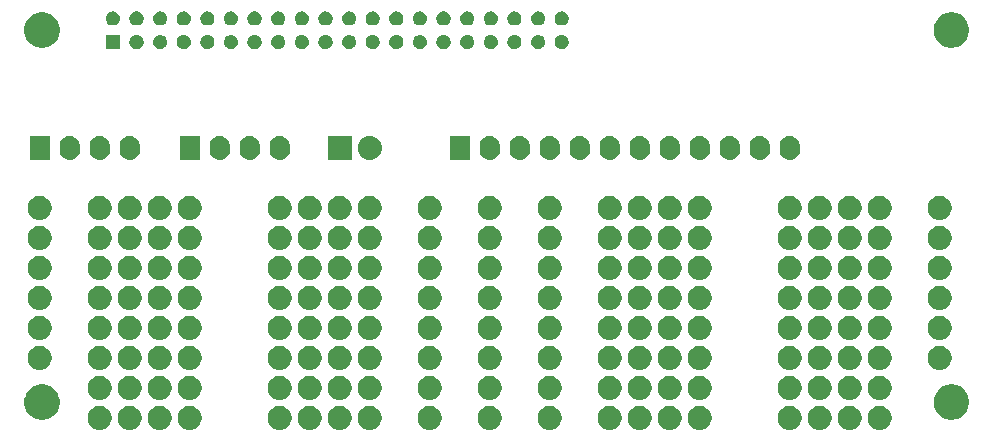
<source format=gbr>
G04 #@! TF.GenerationSoftware,KiCad,Pcbnew,5.0.2-5.fc29*
G04 #@! TF.CreationDate,2019-02-22T01:59:12+05:30*
G04 #@! TF.ProjectId,proto-mezzanine,70726f74-6f2d-46d6-957a-7a616e696e65,A*
G04 #@! TF.SameCoordinates,Original*
G04 #@! TF.FileFunction,Soldermask,Bot*
G04 #@! TF.FilePolarity,Negative*
%FSLAX46Y46*%
G04 Gerber Fmt 4.6, Leading zero omitted, Abs format (unit mm)*
G04 Created by KiCad (PCBNEW 5.0.2-5.fc29) date Fri 22 Feb 2019 01:59:12 AM IST*
%MOMM*%
%LPD*%
G01*
G04 APERTURE LIST*
%ADD10C,0.100000*%
G04 APERTURE END LIST*
D10*
G36*
X111660926Y-135840029D02*
X111726356Y-135853044D01*
X111911256Y-135929632D01*
X112077665Y-136040823D01*
X112219177Y-136182335D01*
X112330368Y-136348744D01*
X112406956Y-136533645D01*
X112446000Y-136729931D01*
X112446000Y-136930069D01*
X112406956Y-137126355D01*
X112330368Y-137311256D01*
X112219177Y-137477665D01*
X112077665Y-137619177D01*
X112077662Y-137619179D01*
X111911256Y-137730368D01*
X111726356Y-137806956D01*
X111660926Y-137819971D01*
X111530069Y-137846000D01*
X111329931Y-137846000D01*
X111199074Y-137819971D01*
X111133644Y-137806956D01*
X110948744Y-137730368D01*
X110782338Y-137619179D01*
X110782335Y-137619177D01*
X110640823Y-137477665D01*
X110529632Y-137311256D01*
X110453044Y-137126355D01*
X110414000Y-136930069D01*
X110414000Y-136729931D01*
X110453044Y-136533645D01*
X110529632Y-136348744D01*
X110640823Y-136182335D01*
X110782335Y-136040823D01*
X110948744Y-135929632D01*
X111133644Y-135853044D01*
X111199074Y-135840029D01*
X111329931Y-135814000D01*
X111530069Y-135814000D01*
X111660926Y-135840029D01*
X111660926Y-135840029D01*
G37*
G36*
X157380926Y-135840029D02*
X157446356Y-135853044D01*
X157631256Y-135929632D01*
X157797665Y-136040823D01*
X157939177Y-136182335D01*
X158050368Y-136348744D01*
X158126956Y-136533645D01*
X158166000Y-136729931D01*
X158166000Y-136930069D01*
X158126956Y-137126355D01*
X158050368Y-137311256D01*
X157939177Y-137477665D01*
X157797665Y-137619177D01*
X157797662Y-137619179D01*
X157631256Y-137730368D01*
X157446356Y-137806956D01*
X157380926Y-137819971D01*
X157250069Y-137846000D01*
X157049931Y-137846000D01*
X156919074Y-137819971D01*
X156853644Y-137806956D01*
X156668744Y-137730368D01*
X156502338Y-137619179D01*
X156502335Y-137619177D01*
X156360823Y-137477665D01*
X156249632Y-137311256D01*
X156173044Y-137126355D01*
X156134000Y-136930069D01*
X156134000Y-136729931D01*
X156173044Y-136533645D01*
X156249632Y-136348744D01*
X156360823Y-136182335D01*
X156502335Y-136040823D01*
X156668744Y-135929632D01*
X156853644Y-135853044D01*
X156919074Y-135840029D01*
X157049931Y-135814000D01*
X157250069Y-135814000D01*
X157380926Y-135840029D01*
X157380926Y-135840029D01*
G37*
G36*
X167540926Y-135840029D02*
X167606356Y-135853044D01*
X167791256Y-135929632D01*
X167957665Y-136040823D01*
X168099177Y-136182335D01*
X168210368Y-136348744D01*
X168286956Y-136533645D01*
X168326000Y-136729931D01*
X168326000Y-136930069D01*
X168286956Y-137126355D01*
X168210368Y-137311256D01*
X168099177Y-137477665D01*
X167957665Y-137619177D01*
X167957662Y-137619179D01*
X167791256Y-137730368D01*
X167606356Y-137806956D01*
X167540926Y-137819971D01*
X167410069Y-137846000D01*
X167209931Y-137846000D01*
X167079074Y-137819971D01*
X167013644Y-137806956D01*
X166828744Y-137730368D01*
X166662338Y-137619179D01*
X166662335Y-137619177D01*
X166520823Y-137477665D01*
X166409632Y-137311256D01*
X166333044Y-137126355D01*
X166294000Y-136930069D01*
X166294000Y-136729931D01*
X166333044Y-136533645D01*
X166409632Y-136348744D01*
X166520823Y-136182335D01*
X166662335Y-136040823D01*
X166828744Y-135929632D01*
X167013644Y-135853044D01*
X167079074Y-135840029D01*
X167209931Y-135814000D01*
X167410069Y-135814000D01*
X167540926Y-135840029D01*
X167540926Y-135840029D01*
G37*
G36*
X152300926Y-135840029D02*
X152366356Y-135853044D01*
X152551256Y-135929632D01*
X152717665Y-136040823D01*
X152859177Y-136182335D01*
X152970368Y-136348744D01*
X153046956Y-136533645D01*
X153086000Y-136729931D01*
X153086000Y-136930069D01*
X153046956Y-137126355D01*
X152970368Y-137311256D01*
X152859177Y-137477665D01*
X152717665Y-137619177D01*
X152717662Y-137619179D01*
X152551256Y-137730368D01*
X152366356Y-137806956D01*
X152300926Y-137819971D01*
X152170069Y-137846000D01*
X151969931Y-137846000D01*
X151839074Y-137819971D01*
X151773644Y-137806956D01*
X151588744Y-137730368D01*
X151422338Y-137619179D01*
X151422335Y-137619177D01*
X151280823Y-137477665D01*
X151169632Y-137311256D01*
X151093044Y-137126355D01*
X151054000Y-136930069D01*
X151054000Y-136729931D01*
X151093044Y-136533645D01*
X151169632Y-136348744D01*
X151280823Y-136182335D01*
X151422335Y-136040823D01*
X151588744Y-135929632D01*
X151773644Y-135853044D01*
X151839074Y-135840029D01*
X151969931Y-135814000D01*
X152170069Y-135814000D01*
X152300926Y-135840029D01*
X152300926Y-135840029D01*
G37*
G36*
X170080926Y-135840029D02*
X170146356Y-135853044D01*
X170331256Y-135929632D01*
X170497665Y-136040823D01*
X170639177Y-136182335D01*
X170750368Y-136348744D01*
X170826956Y-136533645D01*
X170866000Y-136729931D01*
X170866000Y-136930069D01*
X170826956Y-137126355D01*
X170750368Y-137311256D01*
X170639177Y-137477665D01*
X170497665Y-137619177D01*
X170497662Y-137619179D01*
X170331256Y-137730368D01*
X170146356Y-137806956D01*
X170080926Y-137819971D01*
X169950069Y-137846000D01*
X169749931Y-137846000D01*
X169619074Y-137819971D01*
X169553644Y-137806956D01*
X169368744Y-137730368D01*
X169202338Y-137619179D01*
X169202335Y-137619177D01*
X169060823Y-137477665D01*
X168949632Y-137311256D01*
X168873044Y-137126355D01*
X168834000Y-136930069D01*
X168834000Y-136729931D01*
X168873044Y-136533645D01*
X168949632Y-136348744D01*
X169060823Y-136182335D01*
X169202335Y-136040823D01*
X169368744Y-135929632D01*
X169553644Y-135853044D01*
X169619074Y-135840029D01*
X169749931Y-135814000D01*
X169950069Y-135814000D01*
X170080926Y-135840029D01*
X170080926Y-135840029D01*
G37*
G36*
X154840926Y-135840029D02*
X154906356Y-135853044D01*
X155091256Y-135929632D01*
X155257665Y-136040823D01*
X155399177Y-136182335D01*
X155510368Y-136348744D01*
X155586956Y-136533645D01*
X155626000Y-136729931D01*
X155626000Y-136930069D01*
X155586956Y-137126355D01*
X155510368Y-137311256D01*
X155399177Y-137477665D01*
X155257665Y-137619177D01*
X155257662Y-137619179D01*
X155091256Y-137730368D01*
X154906356Y-137806956D01*
X154840926Y-137819971D01*
X154710069Y-137846000D01*
X154509931Y-137846000D01*
X154379074Y-137819971D01*
X154313644Y-137806956D01*
X154128744Y-137730368D01*
X153962338Y-137619179D01*
X153962335Y-137619177D01*
X153820823Y-137477665D01*
X153709632Y-137311256D01*
X153633044Y-137126355D01*
X153594000Y-136930069D01*
X153594000Y-136729931D01*
X153633044Y-136533645D01*
X153709632Y-136348744D01*
X153820823Y-136182335D01*
X153962335Y-136040823D01*
X154128744Y-135929632D01*
X154313644Y-135853044D01*
X154379074Y-135840029D01*
X154509931Y-135814000D01*
X154710069Y-135814000D01*
X154840926Y-135840029D01*
X154840926Y-135840029D01*
G37*
G36*
X142140926Y-135840029D02*
X142206356Y-135853044D01*
X142391256Y-135929632D01*
X142557665Y-136040823D01*
X142699177Y-136182335D01*
X142810368Y-136348744D01*
X142886956Y-136533645D01*
X142926000Y-136729931D01*
X142926000Y-136930069D01*
X142886956Y-137126355D01*
X142810368Y-137311256D01*
X142699177Y-137477665D01*
X142557665Y-137619177D01*
X142557662Y-137619179D01*
X142391256Y-137730368D01*
X142206356Y-137806956D01*
X142140926Y-137819971D01*
X142010069Y-137846000D01*
X141809931Y-137846000D01*
X141679074Y-137819971D01*
X141613644Y-137806956D01*
X141428744Y-137730368D01*
X141262338Y-137619179D01*
X141262335Y-137619177D01*
X141120823Y-137477665D01*
X141009632Y-137311256D01*
X140933044Y-137126355D01*
X140894000Y-136930069D01*
X140894000Y-136729931D01*
X140933044Y-136533645D01*
X141009632Y-136348744D01*
X141120823Y-136182335D01*
X141262335Y-136040823D01*
X141428744Y-135929632D01*
X141613644Y-135853044D01*
X141679074Y-135840029D01*
X141809931Y-135814000D01*
X142010069Y-135814000D01*
X142140926Y-135840029D01*
X142140926Y-135840029D01*
G37*
G36*
X147220926Y-135840029D02*
X147286356Y-135853044D01*
X147471256Y-135929632D01*
X147637665Y-136040823D01*
X147779177Y-136182335D01*
X147890368Y-136348744D01*
X147966956Y-136533645D01*
X148006000Y-136729931D01*
X148006000Y-136930069D01*
X147966956Y-137126355D01*
X147890368Y-137311256D01*
X147779177Y-137477665D01*
X147637665Y-137619177D01*
X147637662Y-137619179D01*
X147471256Y-137730368D01*
X147286356Y-137806956D01*
X147220926Y-137819971D01*
X147090069Y-137846000D01*
X146889931Y-137846000D01*
X146759074Y-137819971D01*
X146693644Y-137806956D01*
X146508744Y-137730368D01*
X146342338Y-137619179D01*
X146342335Y-137619177D01*
X146200823Y-137477665D01*
X146089632Y-137311256D01*
X146013044Y-137126355D01*
X145974000Y-136930069D01*
X145974000Y-136729931D01*
X146013044Y-136533645D01*
X146089632Y-136348744D01*
X146200823Y-136182335D01*
X146342335Y-136040823D01*
X146508744Y-135929632D01*
X146693644Y-135853044D01*
X146759074Y-135840029D01*
X146889931Y-135814000D01*
X147090069Y-135814000D01*
X147220926Y-135840029D01*
X147220926Y-135840029D01*
G37*
G36*
X137060926Y-135840029D02*
X137126356Y-135853044D01*
X137311256Y-135929632D01*
X137477665Y-136040823D01*
X137619177Y-136182335D01*
X137730368Y-136348744D01*
X137806956Y-136533645D01*
X137846000Y-136729931D01*
X137846000Y-136930069D01*
X137806956Y-137126355D01*
X137730368Y-137311256D01*
X137619177Y-137477665D01*
X137477665Y-137619177D01*
X137477662Y-137619179D01*
X137311256Y-137730368D01*
X137126356Y-137806956D01*
X137060926Y-137819971D01*
X136930069Y-137846000D01*
X136729931Y-137846000D01*
X136599074Y-137819971D01*
X136533644Y-137806956D01*
X136348744Y-137730368D01*
X136182338Y-137619179D01*
X136182335Y-137619177D01*
X136040823Y-137477665D01*
X135929632Y-137311256D01*
X135853044Y-137126355D01*
X135814000Y-136930069D01*
X135814000Y-136729931D01*
X135853044Y-136533645D01*
X135929632Y-136348744D01*
X136040823Y-136182335D01*
X136182335Y-136040823D01*
X136348744Y-135929632D01*
X136533644Y-135853044D01*
X136599074Y-135840029D01*
X136729931Y-135814000D01*
X136930069Y-135814000D01*
X137060926Y-135840029D01*
X137060926Y-135840029D01*
G37*
G36*
X175160926Y-135840029D02*
X175226356Y-135853044D01*
X175411256Y-135929632D01*
X175577665Y-136040823D01*
X175719177Y-136182335D01*
X175830368Y-136348744D01*
X175906956Y-136533645D01*
X175946000Y-136729931D01*
X175946000Y-136930069D01*
X175906956Y-137126355D01*
X175830368Y-137311256D01*
X175719177Y-137477665D01*
X175577665Y-137619177D01*
X175577662Y-137619179D01*
X175411256Y-137730368D01*
X175226356Y-137806956D01*
X175160926Y-137819971D01*
X175030069Y-137846000D01*
X174829931Y-137846000D01*
X174699074Y-137819971D01*
X174633644Y-137806956D01*
X174448744Y-137730368D01*
X174282338Y-137619179D01*
X174282335Y-137619177D01*
X174140823Y-137477665D01*
X174029632Y-137311256D01*
X173953044Y-137126355D01*
X173914000Y-136930069D01*
X173914000Y-136729931D01*
X173953044Y-136533645D01*
X174029632Y-136348744D01*
X174140823Y-136182335D01*
X174282335Y-136040823D01*
X174448744Y-135929632D01*
X174633644Y-135853044D01*
X174699074Y-135840029D01*
X174829931Y-135814000D01*
X175030069Y-135814000D01*
X175160926Y-135840029D01*
X175160926Y-135840029D01*
G37*
G36*
X172620926Y-135840029D02*
X172686356Y-135853044D01*
X172871256Y-135929632D01*
X173037665Y-136040823D01*
X173179177Y-136182335D01*
X173290368Y-136348744D01*
X173366956Y-136533645D01*
X173406000Y-136729931D01*
X173406000Y-136930069D01*
X173366956Y-137126355D01*
X173290368Y-137311256D01*
X173179177Y-137477665D01*
X173037665Y-137619177D01*
X173037662Y-137619179D01*
X172871256Y-137730368D01*
X172686356Y-137806956D01*
X172620926Y-137819971D01*
X172490069Y-137846000D01*
X172289931Y-137846000D01*
X172159074Y-137819971D01*
X172093644Y-137806956D01*
X171908744Y-137730368D01*
X171742338Y-137619179D01*
X171742335Y-137619177D01*
X171600823Y-137477665D01*
X171489632Y-137311256D01*
X171413044Y-137126355D01*
X171374000Y-136930069D01*
X171374000Y-136729931D01*
X171413044Y-136533645D01*
X171489632Y-136348744D01*
X171600823Y-136182335D01*
X171742335Y-136040823D01*
X171908744Y-135929632D01*
X172093644Y-135853044D01*
X172159074Y-135840029D01*
X172289931Y-135814000D01*
X172490069Y-135814000D01*
X172620926Y-135840029D01*
X172620926Y-135840029D01*
G37*
G36*
X159920926Y-135840029D02*
X159986356Y-135853044D01*
X160171256Y-135929632D01*
X160337665Y-136040823D01*
X160479177Y-136182335D01*
X160590368Y-136348744D01*
X160666956Y-136533645D01*
X160706000Y-136729931D01*
X160706000Y-136930069D01*
X160666956Y-137126355D01*
X160590368Y-137311256D01*
X160479177Y-137477665D01*
X160337665Y-137619177D01*
X160337662Y-137619179D01*
X160171256Y-137730368D01*
X159986356Y-137806956D01*
X159920926Y-137819971D01*
X159790069Y-137846000D01*
X159589931Y-137846000D01*
X159459074Y-137819971D01*
X159393644Y-137806956D01*
X159208744Y-137730368D01*
X159042338Y-137619179D01*
X159042335Y-137619177D01*
X158900823Y-137477665D01*
X158789632Y-137311256D01*
X158713044Y-137126355D01*
X158674000Y-136930069D01*
X158674000Y-136729931D01*
X158713044Y-136533645D01*
X158789632Y-136348744D01*
X158900823Y-136182335D01*
X159042335Y-136040823D01*
X159208744Y-135929632D01*
X159393644Y-135853044D01*
X159459074Y-135840029D01*
X159589931Y-135814000D01*
X159790069Y-135814000D01*
X159920926Y-135840029D01*
X159920926Y-135840029D01*
G37*
G36*
X126900926Y-135840029D02*
X126966356Y-135853044D01*
X127151256Y-135929632D01*
X127317665Y-136040823D01*
X127459177Y-136182335D01*
X127570368Y-136348744D01*
X127646956Y-136533645D01*
X127686000Y-136729931D01*
X127686000Y-136930069D01*
X127646956Y-137126355D01*
X127570368Y-137311256D01*
X127459177Y-137477665D01*
X127317665Y-137619177D01*
X127317662Y-137619179D01*
X127151256Y-137730368D01*
X126966356Y-137806956D01*
X126900926Y-137819971D01*
X126770069Y-137846000D01*
X126569931Y-137846000D01*
X126439074Y-137819971D01*
X126373644Y-137806956D01*
X126188744Y-137730368D01*
X126022338Y-137619179D01*
X126022335Y-137619177D01*
X125880823Y-137477665D01*
X125769632Y-137311256D01*
X125693044Y-137126355D01*
X125654000Y-136930069D01*
X125654000Y-136729931D01*
X125693044Y-136533645D01*
X125769632Y-136348744D01*
X125880823Y-136182335D01*
X126022335Y-136040823D01*
X126188744Y-135929632D01*
X126373644Y-135853044D01*
X126439074Y-135840029D01*
X126569931Y-135814000D01*
X126770069Y-135814000D01*
X126900926Y-135840029D01*
X126900926Y-135840029D01*
G37*
G36*
X124360926Y-135840029D02*
X124426356Y-135853044D01*
X124611256Y-135929632D01*
X124777665Y-136040823D01*
X124919177Y-136182335D01*
X125030368Y-136348744D01*
X125106956Y-136533645D01*
X125146000Y-136729931D01*
X125146000Y-136930069D01*
X125106956Y-137126355D01*
X125030368Y-137311256D01*
X124919177Y-137477665D01*
X124777665Y-137619177D01*
X124777662Y-137619179D01*
X124611256Y-137730368D01*
X124426356Y-137806956D01*
X124360926Y-137819971D01*
X124230069Y-137846000D01*
X124029931Y-137846000D01*
X123899074Y-137819971D01*
X123833644Y-137806956D01*
X123648744Y-137730368D01*
X123482338Y-137619179D01*
X123482335Y-137619177D01*
X123340823Y-137477665D01*
X123229632Y-137311256D01*
X123153044Y-137126355D01*
X123114000Y-136930069D01*
X123114000Y-136729931D01*
X123153044Y-136533645D01*
X123229632Y-136348744D01*
X123340823Y-136182335D01*
X123482335Y-136040823D01*
X123648744Y-135929632D01*
X123833644Y-135853044D01*
X123899074Y-135840029D01*
X124029931Y-135814000D01*
X124230069Y-135814000D01*
X124360926Y-135840029D01*
X124360926Y-135840029D01*
G37*
G36*
X129440926Y-135840029D02*
X129506356Y-135853044D01*
X129691256Y-135929632D01*
X129857665Y-136040823D01*
X129999177Y-136182335D01*
X130110368Y-136348744D01*
X130186956Y-136533645D01*
X130226000Y-136729931D01*
X130226000Y-136930069D01*
X130186956Y-137126355D01*
X130110368Y-137311256D01*
X129999177Y-137477665D01*
X129857665Y-137619177D01*
X129857662Y-137619179D01*
X129691256Y-137730368D01*
X129506356Y-137806956D01*
X129440926Y-137819971D01*
X129310069Y-137846000D01*
X129109931Y-137846000D01*
X128979074Y-137819971D01*
X128913644Y-137806956D01*
X128728744Y-137730368D01*
X128562338Y-137619179D01*
X128562335Y-137619177D01*
X128420823Y-137477665D01*
X128309632Y-137311256D01*
X128233044Y-137126355D01*
X128194000Y-136930069D01*
X128194000Y-136729931D01*
X128233044Y-136533645D01*
X128309632Y-136348744D01*
X128420823Y-136182335D01*
X128562335Y-136040823D01*
X128728744Y-135929632D01*
X128913644Y-135853044D01*
X128979074Y-135840029D01*
X129109931Y-135814000D01*
X129310069Y-135814000D01*
X129440926Y-135840029D01*
X129440926Y-135840029D01*
G37*
G36*
X131980926Y-135840029D02*
X132046356Y-135853044D01*
X132231256Y-135929632D01*
X132397665Y-136040823D01*
X132539177Y-136182335D01*
X132650368Y-136348744D01*
X132726956Y-136533645D01*
X132766000Y-136729931D01*
X132766000Y-136930069D01*
X132726956Y-137126355D01*
X132650368Y-137311256D01*
X132539177Y-137477665D01*
X132397665Y-137619177D01*
X132397662Y-137619179D01*
X132231256Y-137730368D01*
X132046356Y-137806956D01*
X131980926Y-137819971D01*
X131850069Y-137846000D01*
X131649931Y-137846000D01*
X131519074Y-137819971D01*
X131453644Y-137806956D01*
X131268744Y-137730368D01*
X131102338Y-137619179D01*
X131102335Y-137619177D01*
X130960823Y-137477665D01*
X130849632Y-137311256D01*
X130773044Y-137126355D01*
X130734000Y-136930069D01*
X130734000Y-136729931D01*
X130773044Y-136533645D01*
X130849632Y-136348744D01*
X130960823Y-136182335D01*
X131102335Y-136040823D01*
X131268744Y-135929632D01*
X131453644Y-135853044D01*
X131519074Y-135840029D01*
X131649931Y-135814000D01*
X131850069Y-135814000D01*
X131980926Y-135840029D01*
X131980926Y-135840029D01*
G37*
G36*
X116740926Y-135840029D02*
X116806356Y-135853044D01*
X116991256Y-135929632D01*
X117157665Y-136040823D01*
X117299177Y-136182335D01*
X117410368Y-136348744D01*
X117486956Y-136533645D01*
X117526000Y-136729931D01*
X117526000Y-136930069D01*
X117486956Y-137126355D01*
X117410368Y-137311256D01*
X117299177Y-137477665D01*
X117157665Y-137619177D01*
X117157662Y-137619179D01*
X116991256Y-137730368D01*
X116806356Y-137806956D01*
X116740926Y-137819971D01*
X116610069Y-137846000D01*
X116409931Y-137846000D01*
X116279074Y-137819971D01*
X116213644Y-137806956D01*
X116028744Y-137730368D01*
X115862338Y-137619179D01*
X115862335Y-137619177D01*
X115720823Y-137477665D01*
X115609632Y-137311256D01*
X115533044Y-137126355D01*
X115494000Y-136930069D01*
X115494000Y-136729931D01*
X115533044Y-136533645D01*
X115609632Y-136348744D01*
X115720823Y-136182335D01*
X115862335Y-136040823D01*
X116028744Y-135929632D01*
X116213644Y-135853044D01*
X116279074Y-135840029D01*
X116409931Y-135814000D01*
X116610069Y-135814000D01*
X116740926Y-135840029D01*
X116740926Y-135840029D01*
G37*
G36*
X114200926Y-135840029D02*
X114266356Y-135853044D01*
X114451256Y-135929632D01*
X114617665Y-136040823D01*
X114759177Y-136182335D01*
X114870368Y-136348744D01*
X114946956Y-136533645D01*
X114986000Y-136729931D01*
X114986000Y-136930069D01*
X114946956Y-137126355D01*
X114870368Y-137311256D01*
X114759177Y-137477665D01*
X114617665Y-137619177D01*
X114617662Y-137619179D01*
X114451256Y-137730368D01*
X114266356Y-137806956D01*
X114200926Y-137819971D01*
X114070069Y-137846000D01*
X113869931Y-137846000D01*
X113739074Y-137819971D01*
X113673644Y-137806956D01*
X113488744Y-137730368D01*
X113322338Y-137619179D01*
X113322335Y-137619177D01*
X113180823Y-137477665D01*
X113069632Y-137311256D01*
X112993044Y-137126355D01*
X112954000Y-136930069D01*
X112954000Y-136729931D01*
X112993044Y-136533645D01*
X113069632Y-136348744D01*
X113180823Y-136182335D01*
X113322335Y-136040823D01*
X113488744Y-135929632D01*
X113673644Y-135853044D01*
X113739074Y-135840029D01*
X113869931Y-135814000D01*
X114070069Y-135814000D01*
X114200926Y-135840029D01*
X114200926Y-135840029D01*
G37*
G36*
X109120926Y-135840029D02*
X109186356Y-135853044D01*
X109371256Y-135929632D01*
X109537665Y-136040823D01*
X109679177Y-136182335D01*
X109790368Y-136348744D01*
X109866956Y-136533645D01*
X109906000Y-136729931D01*
X109906000Y-136930069D01*
X109866956Y-137126355D01*
X109790368Y-137311256D01*
X109679177Y-137477665D01*
X109537665Y-137619177D01*
X109537662Y-137619179D01*
X109371256Y-137730368D01*
X109186356Y-137806956D01*
X109120926Y-137819971D01*
X108990069Y-137846000D01*
X108789931Y-137846000D01*
X108659074Y-137819971D01*
X108593644Y-137806956D01*
X108408744Y-137730368D01*
X108242338Y-137619179D01*
X108242335Y-137619177D01*
X108100823Y-137477665D01*
X107989632Y-137311256D01*
X107913044Y-137126355D01*
X107874000Y-136930069D01*
X107874000Y-136729931D01*
X107913044Y-136533645D01*
X107989632Y-136348744D01*
X108100823Y-136182335D01*
X108242335Y-136040823D01*
X108408744Y-135929632D01*
X108593644Y-135853044D01*
X108659074Y-135840029D01*
X108789931Y-135814000D01*
X108990069Y-135814000D01*
X109120926Y-135840029D01*
X109120926Y-135840029D01*
G37*
G36*
X181340935Y-134038429D02*
X181437534Y-134057644D01*
X181710517Y-134170717D01*
X181952920Y-134332687D01*
X181956197Y-134334876D01*
X182165124Y-134543803D01*
X182165126Y-134543806D01*
X182329283Y-134789483D01*
X182390661Y-134937662D01*
X182442356Y-135062467D01*
X182500000Y-135352261D01*
X182500000Y-135647739D01*
X182442356Y-135937533D01*
X182329284Y-136210515D01*
X182165124Y-136456197D01*
X181956197Y-136665124D01*
X181956194Y-136665126D01*
X181710517Y-136829283D01*
X181437534Y-136942356D01*
X181340935Y-136961571D01*
X181147739Y-137000000D01*
X180852261Y-137000000D01*
X180659065Y-136961571D01*
X180562466Y-136942356D01*
X180289483Y-136829283D01*
X180043806Y-136665126D01*
X180043803Y-136665124D01*
X179834876Y-136456197D01*
X179670716Y-136210515D01*
X179557644Y-135937533D01*
X179500000Y-135647739D01*
X179500000Y-135352261D01*
X179557644Y-135062467D01*
X179609340Y-134937662D01*
X179670717Y-134789483D01*
X179834874Y-134543806D01*
X179834876Y-134543803D01*
X180043803Y-134334876D01*
X180047080Y-134332687D01*
X180289483Y-134170717D01*
X180562466Y-134057644D01*
X180659065Y-134038429D01*
X180852261Y-134000000D01*
X181147739Y-134000000D01*
X181340935Y-134038429D01*
X181340935Y-134038429D01*
G37*
G36*
X104340935Y-134038429D02*
X104437534Y-134057644D01*
X104710517Y-134170717D01*
X104952920Y-134332687D01*
X104956197Y-134334876D01*
X105165124Y-134543803D01*
X105165126Y-134543806D01*
X105329283Y-134789483D01*
X105390661Y-134937662D01*
X105442356Y-135062467D01*
X105500000Y-135352261D01*
X105500000Y-135647739D01*
X105442356Y-135937533D01*
X105329284Y-136210515D01*
X105165124Y-136456197D01*
X104956197Y-136665124D01*
X104956194Y-136665126D01*
X104710517Y-136829283D01*
X104437534Y-136942356D01*
X104340935Y-136961571D01*
X104147739Y-137000000D01*
X103852261Y-137000000D01*
X103659065Y-136961571D01*
X103562466Y-136942356D01*
X103289483Y-136829283D01*
X103043806Y-136665126D01*
X103043803Y-136665124D01*
X102834876Y-136456197D01*
X102670716Y-136210515D01*
X102557644Y-135937533D01*
X102500000Y-135647739D01*
X102500000Y-135352261D01*
X102557644Y-135062467D01*
X102609340Y-134937662D01*
X102670717Y-134789483D01*
X102834874Y-134543806D01*
X102834876Y-134543803D01*
X103043803Y-134334876D01*
X103047080Y-134332687D01*
X103289483Y-134170717D01*
X103562466Y-134057644D01*
X103659065Y-134038429D01*
X103852261Y-134000000D01*
X104147739Y-134000000D01*
X104340935Y-134038429D01*
X104340935Y-134038429D01*
G37*
G36*
X111660926Y-133300029D02*
X111726356Y-133313044D01*
X111911256Y-133389632D01*
X112077665Y-133500823D01*
X112219177Y-133642335D01*
X112330368Y-133808744D01*
X112406956Y-133993645D01*
X112446000Y-134189931D01*
X112446000Y-134390069D01*
X112406956Y-134586355D01*
X112330368Y-134771256D01*
X112219177Y-134937665D01*
X112077665Y-135079177D01*
X112077662Y-135079179D01*
X111911256Y-135190368D01*
X111726356Y-135266956D01*
X111660926Y-135279971D01*
X111530069Y-135306000D01*
X111329931Y-135306000D01*
X111199074Y-135279971D01*
X111133644Y-135266956D01*
X110948744Y-135190368D01*
X110782338Y-135079179D01*
X110782335Y-135079177D01*
X110640823Y-134937665D01*
X110529632Y-134771256D01*
X110453044Y-134586355D01*
X110414000Y-134390069D01*
X110414000Y-134189931D01*
X110453044Y-133993645D01*
X110529632Y-133808744D01*
X110640823Y-133642335D01*
X110782335Y-133500823D01*
X110948744Y-133389632D01*
X111133644Y-133313044D01*
X111199074Y-133300029D01*
X111329931Y-133274000D01*
X111530069Y-133274000D01*
X111660926Y-133300029D01*
X111660926Y-133300029D01*
G37*
G36*
X154840926Y-133300029D02*
X154906356Y-133313044D01*
X155091256Y-133389632D01*
X155257665Y-133500823D01*
X155399177Y-133642335D01*
X155510368Y-133808744D01*
X155586956Y-133993645D01*
X155626000Y-134189931D01*
X155626000Y-134390069D01*
X155586956Y-134586355D01*
X155510368Y-134771256D01*
X155399177Y-134937665D01*
X155257665Y-135079177D01*
X155257662Y-135079179D01*
X155091256Y-135190368D01*
X154906356Y-135266956D01*
X154840926Y-135279971D01*
X154710069Y-135306000D01*
X154509931Y-135306000D01*
X154379074Y-135279971D01*
X154313644Y-135266956D01*
X154128744Y-135190368D01*
X153962338Y-135079179D01*
X153962335Y-135079177D01*
X153820823Y-134937665D01*
X153709632Y-134771256D01*
X153633044Y-134586355D01*
X153594000Y-134390069D01*
X153594000Y-134189931D01*
X153633044Y-133993645D01*
X153709632Y-133808744D01*
X153820823Y-133642335D01*
X153962335Y-133500823D01*
X154128744Y-133389632D01*
X154313644Y-133313044D01*
X154379074Y-133300029D01*
X154509931Y-133274000D01*
X154710069Y-133274000D01*
X154840926Y-133300029D01*
X154840926Y-133300029D01*
G37*
G36*
X157380926Y-133300029D02*
X157446356Y-133313044D01*
X157631256Y-133389632D01*
X157797665Y-133500823D01*
X157939177Y-133642335D01*
X158050368Y-133808744D01*
X158126956Y-133993645D01*
X158166000Y-134189931D01*
X158166000Y-134390069D01*
X158126956Y-134586355D01*
X158050368Y-134771256D01*
X157939177Y-134937665D01*
X157797665Y-135079177D01*
X157797662Y-135079179D01*
X157631256Y-135190368D01*
X157446356Y-135266956D01*
X157380926Y-135279971D01*
X157250069Y-135306000D01*
X157049931Y-135306000D01*
X156919074Y-135279971D01*
X156853644Y-135266956D01*
X156668744Y-135190368D01*
X156502338Y-135079179D01*
X156502335Y-135079177D01*
X156360823Y-134937665D01*
X156249632Y-134771256D01*
X156173044Y-134586355D01*
X156134000Y-134390069D01*
X156134000Y-134189931D01*
X156173044Y-133993645D01*
X156249632Y-133808744D01*
X156360823Y-133642335D01*
X156502335Y-133500823D01*
X156668744Y-133389632D01*
X156853644Y-133313044D01*
X156919074Y-133300029D01*
X157049931Y-133274000D01*
X157250069Y-133274000D01*
X157380926Y-133300029D01*
X157380926Y-133300029D01*
G37*
G36*
X137060926Y-133300029D02*
X137126356Y-133313044D01*
X137311256Y-133389632D01*
X137477665Y-133500823D01*
X137619177Y-133642335D01*
X137730368Y-133808744D01*
X137806956Y-133993645D01*
X137846000Y-134189931D01*
X137846000Y-134390069D01*
X137806956Y-134586355D01*
X137730368Y-134771256D01*
X137619177Y-134937665D01*
X137477665Y-135079177D01*
X137477662Y-135079179D01*
X137311256Y-135190368D01*
X137126356Y-135266956D01*
X137060926Y-135279971D01*
X136930069Y-135306000D01*
X136729931Y-135306000D01*
X136599074Y-135279971D01*
X136533644Y-135266956D01*
X136348744Y-135190368D01*
X136182338Y-135079179D01*
X136182335Y-135079177D01*
X136040823Y-134937665D01*
X135929632Y-134771256D01*
X135853044Y-134586355D01*
X135814000Y-134390069D01*
X135814000Y-134189931D01*
X135853044Y-133993645D01*
X135929632Y-133808744D01*
X136040823Y-133642335D01*
X136182335Y-133500823D01*
X136348744Y-133389632D01*
X136533644Y-133313044D01*
X136599074Y-133300029D01*
X136729931Y-133274000D01*
X136930069Y-133274000D01*
X137060926Y-133300029D01*
X137060926Y-133300029D01*
G37*
G36*
X124360926Y-133300029D02*
X124426356Y-133313044D01*
X124611256Y-133389632D01*
X124777665Y-133500823D01*
X124919177Y-133642335D01*
X125030368Y-133808744D01*
X125106956Y-133993645D01*
X125146000Y-134189931D01*
X125146000Y-134390069D01*
X125106956Y-134586355D01*
X125030368Y-134771256D01*
X124919177Y-134937665D01*
X124777665Y-135079177D01*
X124777662Y-135079179D01*
X124611256Y-135190368D01*
X124426356Y-135266956D01*
X124360926Y-135279971D01*
X124230069Y-135306000D01*
X124029931Y-135306000D01*
X123899074Y-135279971D01*
X123833644Y-135266956D01*
X123648744Y-135190368D01*
X123482338Y-135079179D01*
X123482335Y-135079177D01*
X123340823Y-134937665D01*
X123229632Y-134771256D01*
X123153044Y-134586355D01*
X123114000Y-134390069D01*
X123114000Y-134189931D01*
X123153044Y-133993645D01*
X123229632Y-133808744D01*
X123340823Y-133642335D01*
X123482335Y-133500823D01*
X123648744Y-133389632D01*
X123833644Y-133313044D01*
X123899074Y-133300029D01*
X124029931Y-133274000D01*
X124230069Y-133274000D01*
X124360926Y-133300029D01*
X124360926Y-133300029D01*
G37*
G36*
X147220926Y-133300029D02*
X147286356Y-133313044D01*
X147471256Y-133389632D01*
X147637665Y-133500823D01*
X147779177Y-133642335D01*
X147890368Y-133808744D01*
X147966956Y-133993645D01*
X148006000Y-134189931D01*
X148006000Y-134390069D01*
X147966956Y-134586355D01*
X147890368Y-134771256D01*
X147779177Y-134937665D01*
X147637665Y-135079177D01*
X147637662Y-135079179D01*
X147471256Y-135190368D01*
X147286356Y-135266956D01*
X147220926Y-135279971D01*
X147090069Y-135306000D01*
X146889931Y-135306000D01*
X146759074Y-135279971D01*
X146693644Y-135266956D01*
X146508744Y-135190368D01*
X146342338Y-135079179D01*
X146342335Y-135079177D01*
X146200823Y-134937665D01*
X146089632Y-134771256D01*
X146013044Y-134586355D01*
X145974000Y-134390069D01*
X145974000Y-134189931D01*
X146013044Y-133993645D01*
X146089632Y-133808744D01*
X146200823Y-133642335D01*
X146342335Y-133500823D01*
X146508744Y-133389632D01*
X146693644Y-133313044D01*
X146759074Y-133300029D01*
X146889931Y-133274000D01*
X147090069Y-133274000D01*
X147220926Y-133300029D01*
X147220926Y-133300029D01*
G37*
G36*
X129440926Y-133300029D02*
X129506356Y-133313044D01*
X129691256Y-133389632D01*
X129857665Y-133500823D01*
X129999177Y-133642335D01*
X130110368Y-133808744D01*
X130186956Y-133993645D01*
X130226000Y-134189931D01*
X130226000Y-134390069D01*
X130186956Y-134586355D01*
X130110368Y-134771256D01*
X129999177Y-134937665D01*
X129857665Y-135079177D01*
X129857662Y-135079179D01*
X129691256Y-135190368D01*
X129506356Y-135266956D01*
X129440926Y-135279971D01*
X129310069Y-135306000D01*
X129109931Y-135306000D01*
X128979074Y-135279971D01*
X128913644Y-135266956D01*
X128728744Y-135190368D01*
X128562338Y-135079179D01*
X128562335Y-135079177D01*
X128420823Y-134937665D01*
X128309632Y-134771256D01*
X128233044Y-134586355D01*
X128194000Y-134390069D01*
X128194000Y-134189931D01*
X128233044Y-133993645D01*
X128309632Y-133808744D01*
X128420823Y-133642335D01*
X128562335Y-133500823D01*
X128728744Y-133389632D01*
X128913644Y-133313044D01*
X128979074Y-133300029D01*
X129109931Y-133274000D01*
X129310069Y-133274000D01*
X129440926Y-133300029D01*
X129440926Y-133300029D01*
G37*
G36*
X142140926Y-133300029D02*
X142206356Y-133313044D01*
X142391256Y-133389632D01*
X142557665Y-133500823D01*
X142699177Y-133642335D01*
X142810368Y-133808744D01*
X142886956Y-133993645D01*
X142926000Y-134189931D01*
X142926000Y-134390069D01*
X142886956Y-134586355D01*
X142810368Y-134771256D01*
X142699177Y-134937665D01*
X142557665Y-135079177D01*
X142557662Y-135079179D01*
X142391256Y-135190368D01*
X142206356Y-135266956D01*
X142140926Y-135279971D01*
X142010069Y-135306000D01*
X141809931Y-135306000D01*
X141679074Y-135279971D01*
X141613644Y-135266956D01*
X141428744Y-135190368D01*
X141262338Y-135079179D01*
X141262335Y-135079177D01*
X141120823Y-134937665D01*
X141009632Y-134771256D01*
X140933044Y-134586355D01*
X140894000Y-134390069D01*
X140894000Y-134189931D01*
X140933044Y-133993645D01*
X141009632Y-133808744D01*
X141120823Y-133642335D01*
X141262335Y-133500823D01*
X141428744Y-133389632D01*
X141613644Y-133313044D01*
X141679074Y-133300029D01*
X141809931Y-133274000D01*
X142010069Y-133274000D01*
X142140926Y-133300029D01*
X142140926Y-133300029D01*
G37*
G36*
X131980926Y-133300029D02*
X132046356Y-133313044D01*
X132231256Y-133389632D01*
X132397665Y-133500823D01*
X132539177Y-133642335D01*
X132650368Y-133808744D01*
X132726956Y-133993645D01*
X132766000Y-134189931D01*
X132766000Y-134390069D01*
X132726956Y-134586355D01*
X132650368Y-134771256D01*
X132539177Y-134937665D01*
X132397665Y-135079177D01*
X132397662Y-135079179D01*
X132231256Y-135190368D01*
X132046356Y-135266956D01*
X131980926Y-135279971D01*
X131850069Y-135306000D01*
X131649931Y-135306000D01*
X131519074Y-135279971D01*
X131453644Y-135266956D01*
X131268744Y-135190368D01*
X131102338Y-135079179D01*
X131102335Y-135079177D01*
X130960823Y-134937665D01*
X130849632Y-134771256D01*
X130773044Y-134586355D01*
X130734000Y-134390069D01*
X130734000Y-134189931D01*
X130773044Y-133993645D01*
X130849632Y-133808744D01*
X130960823Y-133642335D01*
X131102335Y-133500823D01*
X131268744Y-133389632D01*
X131453644Y-133313044D01*
X131519074Y-133300029D01*
X131649931Y-133274000D01*
X131850069Y-133274000D01*
X131980926Y-133300029D01*
X131980926Y-133300029D01*
G37*
G36*
X126900926Y-133300029D02*
X126966356Y-133313044D01*
X127151256Y-133389632D01*
X127317665Y-133500823D01*
X127459177Y-133642335D01*
X127570368Y-133808744D01*
X127646956Y-133993645D01*
X127686000Y-134189931D01*
X127686000Y-134390069D01*
X127646956Y-134586355D01*
X127570368Y-134771256D01*
X127459177Y-134937665D01*
X127317665Y-135079177D01*
X127317662Y-135079179D01*
X127151256Y-135190368D01*
X126966356Y-135266956D01*
X126900926Y-135279971D01*
X126770069Y-135306000D01*
X126569931Y-135306000D01*
X126439074Y-135279971D01*
X126373644Y-135266956D01*
X126188744Y-135190368D01*
X126022338Y-135079179D01*
X126022335Y-135079177D01*
X125880823Y-134937665D01*
X125769632Y-134771256D01*
X125693044Y-134586355D01*
X125654000Y-134390069D01*
X125654000Y-134189931D01*
X125693044Y-133993645D01*
X125769632Y-133808744D01*
X125880823Y-133642335D01*
X126022335Y-133500823D01*
X126188744Y-133389632D01*
X126373644Y-133313044D01*
X126439074Y-133300029D01*
X126569931Y-133274000D01*
X126770069Y-133274000D01*
X126900926Y-133300029D01*
X126900926Y-133300029D01*
G37*
G36*
X116740926Y-133300029D02*
X116806356Y-133313044D01*
X116991256Y-133389632D01*
X117157665Y-133500823D01*
X117299177Y-133642335D01*
X117410368Y-133808744D01*
X117486956Y-133993645D01*
X117526000Y-134189931D01*
X117526000Y-134390069D01*
X117486956Y-134586355D01*
X117410368Y-134771256D01*
X117299177Y-134937665D01*
X117157665Y-135079177D01*
X117157662Y-135079179D01*
X116991256Y-135190368D01*
X116806356Y-135266956D01*
X116740926Y-135279971D01*
X116610069Y-135306000D01*
X116409931Y-135306000D01*
X116279074Y-135279971D01*
X116213644Y-135266956D01*
X116028744Y-135190368D01*
X115862338Y-135079179D01*
X115862335Y-135079177D01*
X115720823Y-134937665D01*
X115609632Y-134771256D01*
X115533044Y-134586355D01*
X115494000Y-134390069D01*
X115494000Y-134189931D01*
X115533044Y-133993645D01*
X115609632Y-133808744D01*
X115720823Y-133642335D01*
X115862335Y-133500823D01*
X116028744Y-133389632D01*
X116213644Y-133313044D01*
X116279074Y-133300029D01*
X116409931Y-133274000D01*
X116610069Y-133274000D01*
X116740926Y-133300029D01*
X116740926Y-133300029D01*
G37*
G36*
X172620926Y-133300029D02*
X172686356Y-133313044D01*
X172871256Y-133389632D01*
X173037665Y-133500823D01*
X173179177Y-133642335D01*
X173290368Y-133808744D01*
X173366956Y-133993645D01*
X173406000Y-134189931D01*
X173406000Y-134390069D01*
X173366956Y-134586355D01*
X173290368Y-134771256D01*
X173179177Y-134937665D01*
X173037665Y-135079177D01*
X173037662Y-135079179D01*
X172871256Y-135190368D01*
X172686356Y-135266956D01*
X172620926Y-135279971D01*
X172490069Y-135306000D01*
X172289931Y-135306000D01*
X172159074Y-135279971D01*
X172093644Y-135266956D01*
X171908744Y-135190368D01*
X171742338Y-135079179D01*
X171742335Y-135079177D01*
X171600823Y-134937665D01*
X171489632Y-134771256D01*
X171413044Y-134586355D01*
X171374000Y-134390069D01*
X171374000Y-134189931D01*
X171413044Y-133993645D01*
X171489632Y-133808744D01*
X171600823Y-133642335D01*
X171742335Y-133500823D01*
X171908744Y-133389632D01*
X172093644Y-133313044D01*
X172159074Y-133300029D01*
X172289931Y-133274000D01*
X172490069Y-133274000D01*
X172620926Y-133300029D01*
X172620926Y-133300029D01*
G37*
G36*
X175160926Y-133300029D02*
X175226356Y-133313044D01*
X175411256Y-133389632D01*
X175577665Y-133500823D01*
X175719177Y-133642335D01*
X175830368Y-133808744D01*
X175906956Y-133993645D01*
X175946000Y-134189931D01*
X175946000Y-134390069D01*
X175906956Y-134586355D01*
X175830368Y-134771256D01*
X175719177Y-134937665D01*
X175577665Y-135079177D01*
X175577662Y-135079179D01*
X175411256Y-135190368D01*
X175226356Y-135266956D01*
X175160926Y-135279971D01*
X175030069Y-135306000D01*
X174829931Y-135306000D01*
X174699074Y-135279971D01*
X174633644Y-135266956D01*
X174448744Y-135190368D01*
X174282338Y-135079179D01*
X174282335Y-135079177D01*
X174140823Y-134937665D01*
X174029632Y-134771256D01*
X173953044Y-134586355D01*
X173914000Y-134390069D01*
X173914000Y-134189931D01*
X173953044Y-133993645D01*
X174029632Y-133808744D01*
X174140823Y-133642335D01*
X174282335Y-133500823D01*
X174448744Y-133389632D01*
X174633644Y-133313044D01*
X174699074Y-133300029D01*
X174829931Y-133274000D01*
X175030069Y-133274000D01*
X175160926Y-133300029D01*
X175160926Y-133300029D01*
G37*
G36*
X152300926Y-133300029D02*
X152366356Y-133313044D01*
X152551256Y-133389632D01*
X152717665Y-133500823D01*
X152859177Y-133642335D01*
X152970368Y-133808744D01*
X153046956Y-133993645D01*
X153086000Y-134189931D01*
X153086000Y-134390069D01*
X153046956Y-134586355D01*
X152970368Y-134771256D01*
X152859177Y-134937665D01*
X152717665Y-135079177D01*
X152717662Y-135079179D01*
X152551256Y-135190368D01*
X152366356Y-135266956D01*
X152300926Y-135279971D01*
X152170069Y-135306000D01*
X151969931Y-135306000D01*
X151839074Y-135279971D01*
X151773644Y-135266956D01*
X151588744Y-135190368D01*
X151422338Y-135079179D01*
X151422335Y-135079177D01*
X151280823Y-134937665D01*
X151169632Y-134771256D01*
X151093044Y-134586355D01*
X151054000Y-134390069D01*
X151054000Y-134189931D01*
X151093044Y-133993645D01*
X151169632Y-133808744D01*
X151280823Y-133642335D01*
X151422335Y-133500823D01*
X151588744Y-133389632D01*
X151773644Y-133313044D01*
X151839074Y-133300029D01*
X151969931Y-133274000D01*
X152170069Y-133274000D01*
X152300926Y-133300029D01*
X152300926Y-133300029D01*
G37*
G36*
X167540926Y-133300029D02*
X167606356Y-133313044D01*
X167791256Y-133389632D01*
X167957665Y-133500823D01*
X168099177Y-133642335D01*
X168210368Y-133808744D01*
X168286956Y-133993645D01*
X168326000Y-134189931D01*
X168326000Y-134390069D01*
X168286956Y-134586355D01*
X168210368Y-134771256D01*
X168099177Y-134937665D01*
X167957665Y-135079177D01*
X167957662Y-135079179D01*
X167791256Y-135190368D01*
X167606356Y-135266956D01*
X167540926Y-135279971D01*
X167410069Y-135306000D01*
X167209931Y-135306000D01*
X167079074Y-135279971D01*
X167013644Y-135266956D01*
X166828744Y-135190368D01*
X166662338Y-135079179D01*
X166662335Y-135079177D01*
X166520823Y-134937665D01*
X166409632Y-134771256D01*
X166333044Y-134586355D01*
X166294000Y-134390069D01*
X166294000Y-134189931D01*
X166333044Y-133993645D01*
X166409632Y-133808744D01*
X166520823Y-133642335D01*
X166662335Y-133500823D01*
X166828744Y-133389632D01*
X167013644Y-133313044D01*
X167079074Y-133300029D01*
X167209931Y-133274000D01*
X167410069Y-133274000D01*
X167540926Y-133300029D01*
X167540926Y-133300029D01*
G37*
G36*
X109120926Y-133300029D02*
X109186356Y-133313044D01*
X109371256Y-133389632D01*
X109537665Y-133500823D01*
X109679177Y-133642335D01*
X109790368Y-133808744D01*
X109866956Y-133993645D01*
X109906000Y-134189931D01*
X109906000Y-134390069D01*
X109866956Y-134586355D01*
X109790368Y-134771256D01*
X109679177Y-134937665D01*
X109537665Y-135079177D01*
X109537662Y-135079179D01*
X109371256Y-135190368D01*
X109186356Y-135266956D01*
X109120926Y-135279971D01*
X108990069Y-135306000D01*
X108789931Y-135306000D01*
X108659074Y-135279971D01*
X108593644Y-135266956D01*
X108408744Y-135190368D01*
X108242338Y-135079179D01*
X108242335Y-135079177D01*
X108100823Y-134937665D01*
X107989632Y-134771256D01*
X107913044Y-134586355D01*
X107874000Y-134390069D01*
X107874000Y-134189931D01*
X107913044Y-133993645D01*
X107989632Y-133808744D01*
X108100823Y-133642335D01*
X108242335Y-133500823D01*
X108408744Y-133389632D01*
X108593644Y-133313044D01*
X108659074Y-133300029D01*
X108789931Y-133274000D01*
X108990069Y-133274000D01*
X109120926Y-133300029D01*
X109120926Y-133300029D01*
G37*
G36*
X114200926Y-133300029D02*
X114266356Y-133313044D01*
X114451256Y-133389632D01*
X114617665Y-133500823D01*
X114759177Y-133642335D01*
X114870368Y-133808744D01*
X114946956Y-133993645D01*
X114986000Y-134189931D01*
X114986000Y-134390069D01*
X114946956Y-134586355D01*
X114870368Y-134771256D01*
X114759177Y-134937665D01*
X114617665Y-135079177D01*
X114617662Y-135079179D01*
X114451256Y-135190368D01*
X114266356Y-135266956D01*
X114200926Y-135279971D01*
X114070069Y-135306000D01*
X113869931Y-135306000D01*
X113739074Y-135279971D01*
X113673644Y-135266956D01*
X113488744Y-135190368D01*
X113322338Y-135079179D01*
X113322335Y-135079177D01*
X113180823Y-134937665D01*
X113069632Y-134771256D01*
X112993044Y-134586355D01*
X112954000Y-134390069D01*
X112954000Y-134189931D01*
X112993044Y-133993645D01*
X113069632Y-133808744D01*
X113180823Y-133642335D01*
X113322335Y-133500823D01*
X113488744Y-133389632D01*
X113673644Y-133313044D01*
X113739074Y-133300029D01*
X113869931Y-133274000D01*
X114070069Y-133274000D01*
X114200926Y-133300029D01*
X114200926Y-133300029D01*
G37*
G36*
X170080926Y-133300029D02*
X170146356Y-133313044D01*
X170331256Y-133389632D01*
X170497665Y-133500823D01*
X170639177Y-133642335D01*
X170750368Y-133808744D01*
X170826956Y-133993645D01*
X170866000Y-134189931D01*
X170866000Y-134390069D01*
X170826956Y-134586355D01*
X170750368Y-134771256D01*
X170639177Y-134937665D01*
X170497665Y-135079177D01*
X170497662Y-135079179D01*
X170331256Y-135190368D01*
X170146356Y-135266956D01*
X170080926Y-135279971D01*
X169950069Y-135306000D01*
X169749931Y-135306000D01*
X169619074Y-135279971D01*
X169553644Y-135266956D01*
X169368744Y-135190368D01*
X169202338Y-135079179D01*
X169202335Y-135079177D01*
X169060823Y-134937665D01*
X168949632Y-134771256D01*
X168873044Y-134586355D01*
X168834000Y-134390069D01*
X168834000Y-134189931D01*
X168873044Y-133993645D01*
X168949632Y-133808744D01*
X169060823Y-133642335D01*
X169202335Y-133500823D01*
X169368744Y-133389632D01*
X169553644Y-133313044D01*
X169619074Y-133300029D01*
X169749931Y-133274000D01*
X169950069Y-133274000D01*
X170080926Y-133300029D01*
X170080926Y-133300029D01*
G37*
G36*
X159920926Y-133300029D02*
X159986356Y-133313044D01*
X160171256Y-133389632D01*
X160337665Y-133500823D01*
X160479177Y-133642335D01*
X160590368Y-133808744D01*
X160666956Y-133993645D01*
X160706000Y-134189931D01*
X160706000Y-134390069D01*
X160666956Y-134586355D01*
X160590368Y-134771256D01*
X160479177Y-134937665D01*
X160337665Y-135079177D01*
X160337662Y-135079179D01*
X160171256Y-135190368D01*
X159986356Y-135266956D01*
X159920926Y-135279971D01*
X159790069Y-135306000D01*
X159589931Y-135306000D01*
X159459074Y-135279971D01*
X159393644Y-135266956D01*
X159208744Y-135190368D01*
X159042338Y-135079179D01*
X159042335Y-135079177D01*
X158900823Y-134937665D01*
X158789632Y-134771256D01*
X158713044Y-134586355D01*
X158674000Y-134390069D01*
X158674000Y-134189931D01*
X158713044Y-133993645D01*
X158789632Y-133808744D01*
X158900823Y-133642335D01*
X159042335Y-133500823D01*
X159208744Y-133389632D01*
X159393644Y-133313044D01*
X159459074Y-133300029D01*
X159589931Y-133274000D01*
X159790069Y-133274000D01*
X159920926Y-133300029D01*
X159920926Y-133300029D01*
G37*
G36*
X170080926Y-130760029D02*
X170146356Y-130773044D01*
X170331256Y-130849632D01*
X170497665Y-130960823D01*
X170639177Y-131102335D01*
X170750368Y-131268744D01*
X170826956Y-131453645D01*
X170866000Y-131649931D01*
X170866000Y-131850069D01*
X170826956Y-132046355D01*
X170750368Y-132231256D01*
X170639177Y-132397665D01*
X170497665Y-132539177D01*
X170497662Y-132539179D01*
X170331256Y-132650368D01*
X170146356Y-132726956D01*
X170080926Y-132739971D01*
X169950069Y-132766000D01*
X169749931Y-132766000D01*
X169619074Y-132739971D01*
X169553644Y-132726956D01*
X169368744Y-132650368D01*
X169202338Y-132539179D01*
X169202335Y-132539177D01*
X169060823Y-132397665D01*
X168949632Y-132231256D01*
X168873044Y-132046355D01*
X168834000Y-131850069D01*
X168834000Y-131649931D01*
X168873044Y-131453645D01*
X168949632Y-131268744D01*
X169060823Y-131102335D01*
X169202335Y-130960823D01*
X169368744Y-130849632D01*
X169553644Y-130773044D01*
X169619074Y-130760029D01*
X169749931Y-130734000D01*
X169950069Y-130734000D01*
X170080926Y-130760029D01*
X170080926Y-130760029D01*
G37*
G36*
X157380926Y-130760029D02*
X157446356Y-130773044D01*
X157631256Y-130849632D01*
X157797665Y-130960823D01*
X157939177Y-131102335D01*
X158050368Y-131268744D01*
X158126956Y-131453645D01*
X158166000Y-131649931D01*
X158166000Y-131850069D01*
X158126956Y-132046355D01*
X158050368Y-132231256D01*
X157939177Y-132397665D01*
X157797665Y-132539177D01*
X157797662Y-132539179D01*
X157631256Y-132650368D01*
X157446356Y-132726956D01*
X157380926Y-132739971D01*
X157250069Y-132766000D01*
X157049931Y-132766000D01*
X156919074Y-132739971D01*
X156853644Y-132726956D01*
X156668744Y-132650368D01*
X156502338Y-132539179D01*
X156502335Y-132539177D01*
X156360823Y-132397665D01*
X156249632Y-132231256D01*
X156173044Y-132046355D01*
X156134000Y-131850069D01*
X156134000Y-131649931D01*
X156173044Y-131453645D01*
X156249632Y-131268744D01*
X156360823Y-131102335D01*
X156502335Y-130960823D01*
X156668744Y-130849632D01*
X156853644Y-130773044D01*
X156919074Y-130760029D01*
X157049931Y-130734000D01*
X157250069Y-130734000D01*
X157380926Y-130760029D01*
X157380926Y-130760029D01*
G37*
G36*
X172620926Y-130760029D02*
X172686356Y-130773044D01*
X172871256Y-130849632D01*
X173037665Y-130960823D01*
X173179177Y-131102335D01*
X173290368Y-131268744D01*
X173366956Y-131453645D01*
X173406000Y-131649931D01*
X173406000Y-131850069D01*
X173366956Y-132046355D01*
X173290368Y-132231256D01*
X173179177Y-132397665D01*
X173037665Y-132539177D01*
X173037662Y-132539179D01*
X172871256Y-132650368D01*
X172686356Y-132726956D01*
X172620926Y-132739971D01*
X172490069Y-132766000D01*
X172289931Y-132766000D01*
X172159074Y-132739971D01*
X172093644Y-132726956D01*
X171908744Y-132650368D01*
X171742338Y-132539179D01*
X171742335Y-132539177D01*
X171600823Y-132397665D01*
X171489632Y-132231256D01*
X171413044Y-132046355D01*
X171374000Y-131850069D01*
X171374000Y-131649931D01*
X171413044Y-131453645D01*
X171489632Y-131268744D01*
X171600823Y-131102335D01*
X171742335Y-130960823D01*
X171908744Y-130849632D01*
X172093644Y-130773044D01*
X172159074Y-130760029D01*
X172289931Y-130734000D01*
X172490069Y-130734000D01*
X172620926Y-130760029D01*
X172620926Y-130760029D01*
G37*
G36*
X175160926Y-130760029D02*
X175226356Y-130773044D01*
X175411256Y-130849632D01*
X175577665Y-130960823D01*
X175719177Y-131102335D01*
X175830368Y-131268744D01*
X175906956Y-131453645D01*
X175946000Y-131649931D01*
X175946000Y-131850069D01*
X175906956Y-132046355D01*
X175830368Y-132231256D01*
X175719177Y-132397665D01*
X175577665Y-132539177D01*
X175577662Y-132539179D01*
X175411256Y-132650368D01*
X175226356Y-132726956D01*
X175160926Y-132739971D01*
X175030069Y-132766000D01*
X174829931Y-132766000D01*
X174699074Y-132739971D01*
X174633644Y-132726956D01*
X174448744Y-132650368D01*
X174282338Y-132539179D01*
X174282335Y-132539177D01*
X174140823Y-132397665D01*
X174029632Y-132231256D01*
X173953044Y-132046355D01*
X173914000Y-131850069D01*
X173914000Y-131649931D01*
X173953044Y-131453645D01*
X174029632Y-131268744D01*
X174140823Y-131102335D01*
X174282335Y-130960823D01*
X174448744Y-130849632D01*
X174633644Y-130773044D01*
X174699074Y-130760029D01*
X174829931Y-130734000D01*
X175030069Y-130734000D01*
X175160926Y-130760029D01*
X175160926Y-130760029D01*
G37*
G36*
X159920926Y-130760029D02*
X159986356Y-130773044D01*
X160171256Y-130849632D01*
X160337665Y-130960823D01*
X160479177Y-131102335D01*
X160590368Y-131268744D01*
X160666956Y-131453645D01*
X160706000Y-131649931D01*
X160706000Y-131850069D01*
X160666956Y-132046355D01*
X160590368Y-132231256D01*
X160479177Y-132397665D01*
X160337665Y-132539177D01*
X160337662Y-132539179D01*
X160171256Y-132650368D01*
X159986356Y-132726956D01*
X159920926Y-132739971D01*
X159790069Y-132766000D01*
X159589931Y-132766000D01*
X159459074Y-132739971D01*
X159393644Y-132726956D01*
X159208744Y-132650368D01*
X159042338Y-132539179D01*
X159042335Y-132539177D01*
X158900823Y-132397665D01*
X158789632Y-132231256D01*
X158713044Y-132046355D01*
X158674000Y-131850069D01*
X158674000Y-131649931D01*
X158713044Y-131453645D01*
X158789632Y-131268744D01*
X158900823Y-131102335D01*
X159042335Y-130960823D01*
X159208744Y-130849632D01*
X159393644Y-130773044D01*
X159459074Y-130760029D01*
X159589931Y-130734000D01*
X159790069Y-130734000D01*
X159920926Y-130760029D01*
X159920926Y-130760029D01*
G37*
G36*
X167540926Y-130760029D02*
X167606356Y-130773044D01*
X167791256Y-130849632D01*
X167957665Y-130960823D01*
X168099177Y-131102335D01*
X168210368Y-131268744D01*
X168286956Y-131453645D01*
X168326000Y-131649931D01*
X168326000Y-131850069D01*
X168286956Y-132046355D01*
X168210368Y-132231256D01*
X168099177Y-132397665D01*
X167957665Y-132539177D01*
X167957662Y-132539179D01*
X167791256Y-132650368D01*
X167606356Y-132726956D01*
X167540926Y-132739971D01*
X167410069Y-132766000D01*
X167209931Y-132766000D01*
X167079074Y-132739971D01*
X167013644Y-132726956D01*
X166828744Y-132650368D01*
X166662338Y-132539179D01*
X166662335Y-132539177D01*
X166520823Y-132397665D01*
X166409632Y-132231256D01*
X166333044Y-132046355D01*
X166294000Y-131850069D01*
X166294000Y-131649931D01*
X166333044Y-131453645D01*
X166409632Y-131268744D01*
X166520823Y-131102335D01*
X166662335Y-130960823D01*
X166828744Y-130849632D01*
X167013644Y-130773044D01*
X167079074Y-130760029D01*
X167209931Y-130734000D01*
X167410069Y-130734000D01*
X167540926Y-130760029D01*
X167540926Y-130760029D01*
G37*
G36*
X180240926Y-130760029D02*
X180306356Y-130773044D01*
X180491256Y-130849632D01*
X180657665Y-130960823D01*
X180799177Y-131102335D01*
X180910368Y-131268744D01*
X180986956Y-131453645D01*
X181026000Y-131649931D01*
X181026000Y-131850069D01*
X180986956Y-132046355D01*
X180910368Y-132231256D01*
X180799177Y-132397665D01*
X180657665Y-132539177D01*
X180657662Y-132539179D01*
X180491256Y-132650368D01*
X180306356Y-132726956D01*
X180240926Y-132739971D01*
X180110069Y-132766000D01*
X179909931Y-132766000D01*
X179779074Y-132739971D01*
X179713644Y-132726956D01*
X179528744Y-132650368D01*
X179362338Y-132539179D01*
X179362335Y-132539177D01*
X179220823Y-132397665D01*
X179109632Y-132231256D01*
X179033044Y-132046355D01*
X178994000Y-131850069D01*
X178994000Y-131649931D01*
X179033044Y-131453645D01*
X179109632Y-131268744D01*
X179220823Y-131102335D01*
X179362335Y-130960823D01*
X179528744Y-130849632D01*
X179713644Y-130773044D01*
X179779074Y-130760029D01*
X179909931Y-130734000D01*
X180110069Y-130734000D01*
X180240926Y-130760029D01*
X180240926Y-130760029D01*
G37*
G36*
X111660926Y-130760029D02*
X111726356Y-130773044D01*
X111911256Y-130849632D01*
X112077665Y-130960823D01*
X112219177Y-131102335D01*
X112330368Y-131268744D01*
X112406956Y-131453645D01*
X112446000Y-131649931D01*
X112446000Y-131850069D01*
X112406956Y-132046355D01*
X112330368Y-132231256D01*
X112219177Y-132397665D01*
X112077665Y-132539177D01*
X112077662Y-132539179D01*
X111911256Y-132650368D01*
X111726356Y-132726956D01*
X111660926Y-132739971D01*
X111530069Y-132766000D01*
X111329931Y-132766000D01*
X111199074Y-132739971D01*
X111133644Y-132726956D01*
X110948744Y-132650368D01*
X110782338Y-132539179D01*
X110782335Y-132539177D01*
X110640823Y-132397665D01*
X110529632Y-132231256D01*
X110453044Y-132046355D01*
X110414000Y-131850069D01*
X110414000Y-131649931D01*
X110453044Y-131453645D01*
X110529632Y-131268744D01*
X110640823Y-131102335D01*
X110782335Y-130960823D01*
X110948744Y-130849632D01*
X111133644Y-130773044D01*
X111199074Y-130760029D01*
X111329931Y-130734000D01*
X111530069Y-130734000D01*
X111660926Y-130760029D01*
X111660926Y-130760029D01*
G37*
G36*
X116740926Y-130760029D02*
X116806356Y-130773044D01*
X116991256Y-130849632D01*
X117157665Y-130960823D01*
X117299177Y-131102335D01*
X117410368Y-131268744D01*
X117486956Y-131453645D01*
X117526000Y-131649931D01*
X117526000Y-131850069D01*
X117486956Y-132046355D01*
X117410368Y-132231256D01*
X117299177Y-132397665D01*
X117157665Y-132539177D01*
X117157662Y-132539179D01*
X116991256Y-132650368D01*
X116806356Y-132726956D01*
X116740926Y-132739971D01*
X116610069Y-132766000D01*
X116409931Y-132766000D01*
X116279074Y-132739971D01*
X116213644Y-132726956D01*
X116028744Y-132650368D01*
X115862338Y-132539179D01*
X115862335Y-132539177D01*
X115720823Y-132397665D01*
X115609632Y-132231256D01*
X115533044Y-132046355D01*
X115494000Y-131850069D01*
X115494000Y-131649931D01*
X115533044Y-131453645D01*
X115609632Y-131268744D01*
X115720823Y-131102335D01*
X115862335Y-130960823D01*
X116028744Y-130849632D01*
X116213644Y-130773044D01*
X116279074Y-130760029D01*
X116409931Y-130734000D01*
X116610069Y-130734000D01*
X116740926Y-130760029D01*
X116740926Y-130760029D01*
G37*
G36*
X126900926Y-130760029D02*
X126966356Y-130773044D01*
X127151256Y-130849632D01*
X127317665Y-130960823D01*
X127459177Y-131102335D01*
X127570368Y-131268744D01*
X127646956Y-131453645D01*
X127686000Y-131649931D01*
X127686000Y-131850069D01*
X127646956Y-132046355D01*
X127570368Y-132231256D01*
X127459177Y-132397665D01*
X127317665Y-132539177D01*
X127317662Y-132539179D01*
X127151256Y-132650368D01*
X126966356Y-132726956D01*
X126900926Y-132739971D01*
X126770069Y-132766000D01*
X126569931Y-132766000D01*
X126439074Y-132739971D01*
X126373644Y-132726956D01*
X126188744Y-132650368D01*
X126022338Y-132539179D01*
X126022335Y-132539177D01*
X125880823Y-132397665D01*
X125769632Y-132231256D01*
X125693044Y-132046355D01*
X125654000Y-131850069D01*
X125654000Y-131649931D01*
X125693044Y-131453645D01*
X125769632Y-131268744D01*
X125880823Y-131102335D01*
X126022335Y-130960823D01*
X126188744Y-130849632D01*
X126373644Y-130773044D01*
X126439074Y-130760029D01*
X126569931Y-130734000D01*
X126770069Y-130734000D01*
X126900926Y-130760029D01*
X126900926Y-130760029D01*
G37*
G36*
X109120926Y-130760029D02*
X109186356Y-130773044D01*
X109371256Y-130849632D01*
X109537665Y-130960823D01*
X109679177Y-131102335D01*
X109790368Y-131268744D01*
X109866956Y-131453645D01*
X109906000Y-131649931D01*
X109906000Y-131850069D01*
X109866956Y-132046355D01*
X109790368Y-132231256D01*
X109679177Y-132397665D01*
X109537665Y-132539177D01*
X109537662Y-132539179D01*
X109371256Y-132650368D01*
X109186356Y-132726956D01*
X109120926Y-132739971D01*
X108990069Y-132766000D01*
X108789931Y-132766000D01*
X108659074Y-132739971D01*
X108593644Y-132726956D01*
X108408744Y-132650368D01*
X108242338Y-132539179D01*
X108242335Y-132539177D01*
X108100823Y-132397665D01*
X107989632Y-132231256D01*
X107913044Y-132046355D01*
X107874000Y-131850069D01*
X107874000Y-131649931D01*
X107913044Y-131453645D01*
X107989632Y-131268744D01*
X108100823Y-131102335D01*
X108242335Y-130960823D01*
X108408744Y-130849632D01*
X108593644Y-130773044D01*
X108659074Y-130760029D01*
X108789931Y-130734000D01*
X108990069Y-130734000D01*
X109120926Y-130760029D01*
X109120926Y-130760029D01*
G37*
G36*
X114200926Y-130760029D02*
X114266356Y-130773044D01*
X114451256Y-130849632D01*
X114617665Y-130960823D01*
X114759177Y-131102335D01*
X114870368Y-131268744D01*
X114946956Y-131453645D01*
X114986000Y-131649931D01*
X114986000Y-131850069D01*
X114946956Y-132046355D01*
X114870368Y-132231256D01*
X114759177Y-132397665D01*
X114617665Y-132539177D01*
X114617662Y-132539179D01*
X114451256Y-132650368D01*
X114266356Y-132726956D01*
X114200926Y-132739971D01*
X114070069Y-132766000D01*
X113869931Y-132766000D01*
X113739074Y-132739971D01*
X113673644Y-132726956D01*
X113488744Y-132650368D01*
X113322338Y-132539179D01*
X113322335Y-132539177D01*
X113180823Y-132397665D01*
X113069632Y-132231256D01*
X112993044Y-132046355D01*
X112954000Y-131850069D01*
X112954000Y-131649931D01*
X112993044Y-131453645D01*
X113069632Y-131268744D01*
X113180823Y-131102335D01*
X113322335Y-130960823D01*
X113488744Y-130849632D01*
X113673644Y-130773044D01*
X113739074Y-130760029D01*
X113869931Y-130734000D01*
X114070069Y-130734000D01*
X114200926Y-130760029D01*
X114200926Y-130760029D01*
G37*
G36*
X104040926Y-130760029D02*
X104106356Y-130773044D01*
X104291256Y-130849632D01*
X104457665Y-130960823D01*
X104599177Y-131102335D01*
X104710368Y-131268744D01*
X104786956Y-131453645D01*
X104826000Y-131649931D01*
X104826000Y-131850069D01*
X104786956Y-132046355D01*
X104710368Y-132231256D01*
X104599177Y-132397665D01*
X104457665Y-132539177D01*
X104457662Y-132539179D01*
X104291256Y-132650368D01*
X104106356Y-132726956D01*
X104040926Y-132739971D01*
X103910069Y-132766000D01*
X103709931Y-132766000D01*
X103579074Y-132739971D01*
X103513644Y-132726956D01*
X103328744Y-132650368D01*
X103162338Y-132539179D01*
X103162335Y-132539177D01*
X103020823Y-132397665D01*
X102909632Y-132231256D01*
X102833044Y-132046355D01*
X102794000Y-131850069D01*
X102794000Y-131649931D01*
X102833044Y-131453645D01*
X102909632Y-131268744D01*
X103020823Y-131102335D01*
X103162335Y-130960823D01*
X103328744Y-130849632D01*
X103513644Y-130773044D01*
X103579074Y-130760029D01*
X103709931Y-130734000D01*
X103910069Y-130734000D01*
X104040926Y-130760029D01*
X104040926Y-130760029D01*
G37*
G36*
X137060926Y-130760029D02*
X137126356Y-130773044D01*
X137311256Y-130849632D01*
X137477665Y-130960823D01*
X137619177Y-131102335D01*
X137730368Y-131268744D01*
X137806956Y-131453645D01*
X137846000Y-131649931D01*
X137846000Y-131850069D01*
X137806956Y-132046355D01*
X137730368Y-132231256D01*
X137619177Y-132397665D01*
X137477665Y-132539177D01*
X137477662Y-132539179D01*
X137311256Y-132650368D01*
X137126356Y-132726956D01*
X137060926Y-132739971D01*
X136930069Y-132766000D01*
X136729931Y-132766000D01*
X136599074Y-132739971D01*
X136533644Y-132726956D01*
X136348744Y-132650368D01*
X136182338Y-132539179D01*
X136182335Y-132539177D01*
X136040823Y-132397665D01*
X135929632Y-132231256D01*
X135853044Y-132046355D01*
X135814000Y-131850069D01*
X135814000Y-131649931D01*
X135853044Y-131453645D01*
X135929632Y-131268744D01*
X136040823Y-131102335D01*
X136182335Y-130960823D01*
X136348744Y-130849632D01*
X136533644Y-130773044D01*
X136599074Y-130760029D01*
X136729931Y-130734000D01*
X136930069Y-130734000D01*
X137060926Y-130760029D01*
X137060926Y-130760029D01*
G37*
G36*
X124360926Y-130760029D02*
X124426356Y-130773044D01*
X124611256Y-130849632D01*
X124777665Y-130960823D01*
X124919177Y-131102335D01*
X125030368Y-131268744D01*
X125106956Y-131453645D01*
X125146000Y-131649931D01*
X125146000Y-131850069D01*
X125106956Y-132046355D01*
X125030368Y-132231256D01*
X124919177Y-132397665D01*
X124777665Y-132539177D01*
X124777662Y-132539179D01*
X124611256Y-132650368D01*
X124426356Y-132726956D01*
X124360926Y-132739971D01*
X124230069Y-132766000D01*
X124029931Y-132766000D01*
X123899074Y-132739971D01*
X123833644Y-132726956D01*
X123648744Y-132650368D01*
X123482338Y-132539179D01*
X123482335Y-132539177D01*
X123340823Y-132397665D01*
X123229632Y-132231256D01*
X123153044Y-132046355D01*
X123114000Y-131850069D01*
X123114000Y-131649931D01*
X123153044Y-131453645D01*
X123229632Y-131268744D01*
X123340823Y-131102335D01*
X123482335Y-130960823D01*
X123648744Y-130849632D01*
X123833644Y-130773044D01*
X123899074Y-130760029D01*
X124029931Y-130734000D01*
X124230069Y-130734000D01*
X124360926Y-130760029D01*
X124360926Y-130760029D01*
G37*
G36*
X154840926Y-130760029D02*
X154906356Y-130773044D01*
X155091256Y-130849632D01*
X155257665Y-130960823D01*
X155399177Y-131102335D01*
X155510368Y-131268744D01*
X155586956Y-131453645D01*
X155626000Y-131649931D01*
X155626000Y-131850069D01*
X155586956Y-132046355D01*
X155510368Y-132231256D01*
X155399177Y-132397665D01*
X155257665Y-132539177D01*
X155257662Y-132539179D01*
X155091256Y-132650368D01*
X154906356Y-132726956D01*
X154840926Y-132739971D01*
X154710069Y-132766000D01*
X154509931Y-132766000D01*
X154379074Y-132739971D01*
X154313644Y-132726956D01*
X154128744Y-132650368D01*
X153962338Y-132539179D01*
X153962335Y-132539177D01*
X153820823Y-132397665D01*
X153709632Y-132231256D01*
X153633044Y-132046355D01*
X153594000Y-131850069D01*
X153594000Y-131649931D01*
X153633044Y-131453645D01*
X153709632Y-131268744D01*
X153820823Y-131102335D01*
X153962335Y-130960823D01*
X154128744Y-130849632D01*
X154313644Y-130773044D01*
X154379074Y-130760029D01*
X154509931Y-130734000D01*
X154710069Y-130734000D01*
X154840926Y-130760029D01*
X154840926Y-130760029D01*
G37*
G36*
X129440926Y-130760029D02*
X129506356Y-130773044D01*
X129691256Y-130849632D01*
X129857665Y-130960823D01*
X129999177Y-131102335D01*
X130110368Y-131268744D01*
X130186956Y-131453645D01*
X130226000Y-131649931D01*
X130226000Y-131850069D01*
X130186956Y-132046355D01*
X130110368Y-132231256D01*
X129999177Y-132397665D01*
X129857665Y-132539177D01*
X129857662Y-132539179D01*
X129691256Y-132650368D01*
X129506356Y-132726956D01*
X129440926Y-132739971D01*
X129310069Y-132766000D01*
X129109931Y-132766000D01*
X128979074Y-132739971D01*
X128913644Y-132726956D01*
X128728744Y-132650368D01*
X128562338Y-132539179D01*
X128562335Y-132539177D01*
X128420823Y-132397665D01*
X128309632Y-132231256D01*
X128233044Y-132046355D01*
X128194000Y-131850069D01*
X128194000Y-131649931D01*
X128233044Y-131453645D01*
X128309632Y-131268744D01*
X128420823Y-131102335D01*
X128562335Y-130960823D01*
X128728744Y-130849632D01*
X128913644Y-130773044D01*
X128979074Y-130760029D01*
X129109931Y-130734000D01*
X129310069Y-130734000D01*
X129440926Y-130760029D01*
X129440926Y-130760029D01*
G37*
G36*
X142140926Y-130760029D02*
X142206356Y-130773044D01*
X142391256Y-130849632D01*
X142557665Y-130960823D01*
X142699177Y-131102335D01*
X142810368Y-131268744D01*
X142886956Y-131453645D01*
X142926000Y-131649931D01*
X142926000Y-131850069D01*
X142886956Y-132046355D01*
X142810368Y-132231256D01*
X142699177Y-132397665D01*
X142557665Y-132539177D01*
X142557662Y-132539179D01*
X142391256Y-132650368D01*
X142206356Y-132726956D01*
X142140926Y-132739971D01*
X142010069Y-132766000D01*
X141809931Y-132766000D01*
X141679074Y-132739971D01*
X141613644Y-132726956D01*
X141428744Y-132650368D01*
X141262338Y-132539179D01*
X141262335Y-132539177D01*
X141120823Y-132397665D01*
X141009632Y-132231256D01*
X140933044Y-132046355D01*
X140894000Y-131850069D01*
X140894000Y-131649931D01*
X140933044Y-131453645D01*
X141009632Y-131268744D01*
X141120823Y-131102335D01*
X141262335Y-130960823D01*
X141428744Y-130849632D01*
X141613644Y-130773044D01*
X141679074Y-130760029D01*
X141809931Y-130734000D01*
X142010069Y-130734000D01*
X142140926Y-130760029D01*
X142140926Y-130760029D01*
G37*
G36*
X147220926Y-130760029D02*
X147286356Y-130773044D01*
X147471256Y-130849632D01*
X147637665Y-130960823D01*
X147779177Y-131102335D01*
X147890368Y-131268744D01*
X147966956Y-131453645D01*
X148006000Y-131649931D01*
X148006000Y-131850069D01*
X147966956Y-132046355D01*
X147890368Y-132231256D01*
X147779177Y-132397665D01*
X147637665Y-132539177D01*
X147637662Y-132539179D01*
X147471256Y-132650368D01*
X147286356Y-132726956D01*
X147220926Y-132739971D01*
X147090069Y-132766000D01*
X146889931Y-132766000D01*
X146759074Y-132739971D01*
X146693644Y-132726956D01*
X146508744Y-132650368D01*
X146342338Y-132539179D01*
X146342335Y-132539177D01*
X146200823Y-132397665D01*
X146089632Y-132231256D01*
X146013044Y-132046355D01*
X145974000Y-131850069D01*
X145974000Y-131649931D01*
X146013044Y-131453645D01*
X146089632Y-131268744D01*
X146200823Y-131102335D01*
X146342335Y-130960823D01*
X146508744Y-130849632D01*
X146693644Y-130773044D01*
X146759074Y-130760029D01*
X146889931Y-130734000D01*
X147090069Y-130734000D01*
X147220926Y-130760029D01*
X147220926Y-130760029D01*
G37*
G36*
X152300926Y-130760029D02*
X152366356Y-130773044D01*
X152551256Y-130849632D01*
X152717665Y-130960823D01*
X152859177Y-131102335D01*
X152970368Y-131268744D01*
X153046956Y-131453645D01*
X153086000Y-131649931D01*
X153086000Y-131850069D01*
X153046956Y-132046355D01*
X152970368Y-132231256D01*
X152859177Y-132397665D01*
X152717665Y-132539177D01*
X152717662Y-132539179D01*
X152551256Y-132650368D01*
X152366356Y-132726956D01*
X152300926Y-132739971D01*
X152170069Y-132766000D01*
X151969931Y-132766000D01*
X151839074Y-132739971D01*
X151773644Y-132726956D01*
X151588744Y-132650368D01*
X151422338Y-132539179D01*
X151422335Y-132539177D01*
X151280823Y-132397665D01*
X151169632Y-132231256D01*
X151093044Y-132046355D01*
X151054000Y-131850069D01*
X151054000Y-131649931D01*
X151093044Y-131453645D01*
X151169632Y-131268744D01*
X151280823Y-131102335D01*
X151422335Y-130960823D01*
X151588744Y-130849632D01*
X151773644Y-130773044D01*
X151839074Y-130760029D01*
X151969931Y-130734000D01*
X152170069Y-130734000D01*
X152300926Y-130760029D01*
X152300926Y-130760029D01*
G37*
G36*
X131980926Y-130760029D02*
X132046356Y-130773044D01*
X132231256Y-130849632D01*
X132397665Y-130960823D01*
X132539177Y-131102335D01*
X132650368Y-131268744D01*
X132726956Y-131453645D01*
X132766000Y-131649931D01*
X132766000Y-131850069D01*
X132726956Y-132046355D01*
X132650368Y-132231256D01*
X132539177Y-132397665D01*
X132397665Y-132539177D01*
X132397662Y-132539179D01*
X132231256Y-132650368D01*
X132046356Y-132726956D01*
X131980926Y-132739971D01*
X131850069Y-132766000D01*
X131649931Y-132766000D01*
X131519074Y-132739971D01*
X131453644Y-132726956D01*
X131268744Y-132650368D01*
X131102338Y-132539179D01*
X131102335Y-132539177D01*
X130960823Y-132397665D01*
X130849632Y-132231256D01*
X130773044Y-132046355D01*
X130734000Y-131850069D01*
X130734000Y-131649931D01*
X130773044Y-131453645D01*
X130849632Y-131268744D01*
X130960823Y-131102335D01*
X131102335Y-130960823D01*
X131268744Y-130849632D01*
X131453644Y-130773044D01*
X131519074Y-130760029D01*
X131649931Y-130734000D01*
X131850069Y-130734000D01*
X131980926Y-130760029D01*
X131980926Y-130760029D01*
G37*
G36*
X167540926Y-128220029D02*
X167606356Y-128233044D01*
X167791256Y-128309632D01*
X167957665Y-128420823D01*
X168099177Y-128562335D01*
X168210368Y-128728744D01*
X168286956Y-128913645D01*
X168326000Y-129109931D01*
X168326000Y-129310069D01*
X168286956Y-129506355D01*
X168210368Y-129691256D01*
X168099177Y-129857665D01*
X167957665Y-129999177D01*
X167957662Y-129999179D01*
X167791256Y-130110368D01*
X167606356Y-130186956D01*
X167540926Y-130199971D01*
X167410069Y-130226000D01*
X167209931Y-130226000D01*
X167079074Y-130199971D01*
X167013644Y-130186956D01*
X166828744Y-130110368D01*
X166662338Y-129999179D01*
X166662335Y-129999177D01*
X166520823Y-129857665D01*
X166409632Y-129691256D01*
X166333044Y-129506355D01*
X166294000Y-129310069D01*
X166294000Y-129109931D01*
X166333044Y-128913645D01*
X166409632Y-128728744D01*
X166520823Y-128562335D01*
X166662335Y-128420823D01*
X166828744Y-128309632D01*
X167013644Y-128233044D01*
X167079074Y-128220029D01*
X167209931Y-128194000D01*
X167410069Y-128194000D01*
X167540926Y-128220029D01*
X167540926Y-128220029D01*
G37*
G36*
X170080926Y-128220029D02*
X170146356Y-128233044D01*
X170331256Y-128309632D01*
X170497665Y-128420823D01*
X170639177Y-128562335D01*
X170750368Y-128728744D01*
X170826956Y-128913645D01*
X170866000Y-129109931D01*
X170866000Y-129310069D01*
X170826956Y-129506355D01*
X170750368Y-129691256D01*
X170639177Y-129857665D01*
X170497665Y-129999177D01*
X170497662Y-129999179D01*
X170331256Y-130110368D01*
X170146356Y-130186956D01*
X170080926Y-130199971D01*
X169950069Y-130226000D01*
X169749931Y-130226000D01*
X169619074Y-130199971D01*
X169553644Y-130186956D01*
X169368744Y-130110368D01*
X169202338Y-129999179D01*
X169202335Y-129999177D01*
X169060823Y-129857665D01*
X168949632Y-129691256D01*
X168873044Y-129506355D01*
X168834000Y-129310069D01*
X168834000Y-129109931D01*
X168873044Y-128913645D01*
X168949632Y-128728744D01*
X169060823Y-128562335D01*
X169202335Y-128420823D01*
X169368744Y-128309632D01*
X169553644Y-128233044D01*
X169619074Y-128220029D01*
X169749931Y-128194000D01*
X169950069Y-128194000D01*
X170080926Y-128220029D01*
X170080926Y-128220029D01*
G37*
G36*
X154840926Y-128220029D02*
X154906356Y-128233044D01*
X155091256Y-128309632D01*
X155257665Y-128420823D01*
X155399177Y-128562335D01*
X155510368Y-128728744D01*
X155586956Y-128913645D01*
X155626000Y-129109931D01*
X155626000Y-129310069D01*
X155586956Y-129506355D01*
X155510368Y-129691256D01*
X155399177Y-129857665D01*
X155257665Y-129999177D01*
X155257662Y-129999179D01*
X155091256Y-130110368D01*
X154906356Y-130186956D01*
X154840926Y-130199971D01*
X154710069Y-130226000D01*
X154509931Y-130226000D01*
X154379074Y-130199971D01*
X154313644Y-130186956D01*
X154128744Y-130110368D01*
X153962338Y-129999179D01*
X153962335Y-129999177D01*
X153820823Y-129857665D01*
X153709632Y-129691256D01*
X153633044Y-129506355D01*
X153594000Y-129310069D01*
X153594000Y-129109931D01*
X153633044Y-128913645D01*
X153709632Y-128728744D01*
X153820823Y-128562335D01*
X153962335Y-128420823D01*
X154128744Y-128309632D01*
X154313644Y-128233044D01*
X154379074Y-128220029D01*
X154509931Y-128194000D01*
X154710069Y-128194000D01*
X154840926Y-128220029D01*
X154840926Y-128220029D01*
G37*
G36*
X157380926Y-128220029D02*
X157446356Y-128233044D01*
X157631256Y-128309632D01*
X157797665Y-128420823D01*
X157939177Y-128562335D01*
X158050368Y-128728744D01*
X158126956Y-128913645D01*
X158166000Y-129109931D01*
X158166000Y-129310069D01*
X158126956Y-129506355D01*
X158050368Y-129691256D01*
X157939177Y-129857665D01*
X157797665Y-129999177D01*
X157797662Y-129999179D01*
X157631256Y-130110368D01*
X157446356Y-130186956D01*
X157380926Y-130199971D01*
X157250069Y-130226000D01*
X157049931Y-130226000D01*
X156919074Y-130199971D01*
X156853644Y-130186956D01*
X156668744Y-130110368D01*
X156502338Y-129999179D01*
X156502335Y-129999177D01*
X156360823Y-129857665D01*
X156249632Y-129691256D01*
X156173044Y-129506355D01*
X156134000Y-129310069D01*
X156134000Y-129109931D01*
X156173044Y-128913645D01*
X156249632Y-128728744D01*
X156360823Y-128562335D01*
X156502335Y-128420823D01*
X156668744Y-128309632D01*
X156853644Y-128233044D01*
X156919074Y-128220029D01*
X157049931Y-128194000D01*
X157250069Y-128194000D01*
X157380926Y-128220029D01*
X157380926Y-128220029D01*
G37*
G36*
X159920926Y-128220029D02*
X159986356Y-128233044D01*
X160171256Y-128309632D01*
X160337665Y-128420823D01*
X160479177Y-128562335D01*
X160590368Y-128728744D01*
X160666956Y-128913645D01*
X160706000Y-129109931D01*
X160706000Y-129310069D01*
X160666956Y-129506355D01*
X160590368Y-129691256D01*
X160479177Y-129857665D01*
X160337665Y-129999177D01*
X160337662Y-129999179D01*
X160171256Y-130110368D01*
X159986356Y-130186956D01*
X159920926Y-130199971D01*
X159790069Y-130226000D01*
X159589931Y-130226000D01*
X159459074Y-130199971D01*
X159393644Y-130186956D01*
X159208744Y-130110368D01*
X159042338Y-129999179D01*
X159042335Y-129999177D01*
X158900823Y-129857665D01*
X158789632Y-129691256D01*
X158713044Y-129506355D01*
X158674000Y-129310069D01*
X158674000Y-129109931D01*
X158713044Y-128913645D01*
X158789632Y-128728744D01*
X158900823Y-128562335D01*
X159042335Y-128420823D01*
X159208744Y-128309632D01*
X159393644Y-128233044D01*
X159459074Y-128220029D01*
X159589931Y-128194000D01*
X159790069Y-128194000D01*
X159920926Y-128220029D01*
X159920926Y-128220029D01*
G37*
G36*
X152300926Y-128220029D02*
X152366356Y-128233044D01*
X152551256Y-128309632D01*
X152717665Y-128420823D01*
X152859177Y-128562335D01*
X152970368Y-128728744D01*
X153046956Y-128913645D01*
X153086000Y-129109931D01*
X153086000Y-129310069D01*
X153046956Y-129506355D01*
X152970368Y-129691256D01*
X152859177Y-129857665D01*
X152717665Y-129999177D01*
X152717662Y-129999179D01*
X152551256Y-130110368D01*
X152366356Y-130186956D01*
X152300926Y-130199971D01*
X152170069Y-130226000D01*
X151969931Y-130226000D01*
X151839074Y-130199971D01*
X151773644Y-130186956D01*
X151588744Y-130110368D01*
X151422338Y-129999179D01*
X151422335Y-129999177D01*
X151280823Y-129857665D01*
X151169632Y-129691256D01*
X151093044Y-129506355D01*
X151054000Y-129310069D01*
X151054000Y-129109931D01*
X151093044Y-128913645D01*
X151169632Y-128728744D01*
X151280823Y-128562335D01*
X151422335Y-128420823D01*
X151588744Y-128309632D01*
X151773644Y-128233044D01*
X151839074Y-128220029D01*
X151969931Y-128194000D01*
X152170069Y-128194000D01*
X152300926Y-128220029D01*
X152300926Y-128220029D01*
G37*
G36*
X175160926Y-128220029D02*
X175226356Y-128233044D01*
X175411256Y-128309632D01*
X175577665Y-128420823D01*
X175719177Y-128562335D01*
X175830368Y-128728744D01*
X175906956Y-128913645D01*
X175946000Y-129109931D01*
X175946000Y-129310069D01*
X175906956Y-129506355D01*
X175830368Y-129691256D01*
X175719177Y-129857665D01*
X175577665Y-129999177D01*
X175577662Y-129999179D01*
X175411256Y-130110368D01*
X175226356Y-130186956D01*
X175160926Y-130199971D01*
X175030069Y-130226000D01*
X174829931Y-130226000D01*
X174699074Y-130199971D01*
X174633644Y-130186956D01*
X174448744Y-130110368D01*
X174282338Y-129999179D01*
X174282335Y-129999177D01*
X174140823Y-129857665D01*
X174029632Y-129691256D01*
X173953044Y-129506355D01*
X173914000Y-129310069D01*
X173914000Y-129109931D01*
X173953044Y-128913645D01*
X174029632Y-128728744D01*
X174140823Y-128562335D01*
X174282335Y-128420823D01*
X174448744Y-128309632D01*
X174633644Y-128233044D01*
X174699074Y-128220029D01*
X174829931Y-128194000D01*
X175030069Y-128194000D01*
X175160926Y-128220029D01*
X175160926Y-128220029D01*
G37*
G36*
X147220926Y-128220029D02*
X147286356Y-128233044D01*
X147471256Y-128309632D01*
X147637665Y-128420823D01*
X147779177Y-128562335D01*
X147890368Y-128728744D01*
X147966956Y-128913645D01*
X148006000Y-129109931D01*
X148006000Y-129310069D01*
X147966956Y-129506355D01*
X147890368Y-129691256D01*
X147779177Y-129857665D01*
X147637665Y-129999177D01*
X147637662Y-129999179D01*
X147471256Y-130110368D01*
X147286356Y-130186956D01*
X147220926Y-130199971D01*
X147090069Y-130226000D01*
X146889931Y-130226000D01*
X146759074Y-130199971D01*
X146693644Y-130186956D01*
X146508744Y-130110368D01*
X146342338Y-129999179D01*
X146342335Y-129999177D01*
X146200823Y-129857665D01*
X146089632Y-129691256D01*
X146013044Y-129506355D01*
X145974000Y-129310069D01*
X145974000Y-129109931D01*
X146013044Y-128913645D01*
X146089632Y-128728744D01*
X146200823Y-128562335D01*
X146342335Y-128420823D01*
X146508744Y-128309632D01*
X146693644Y-128233044D01*
X146759074Y-128220029D01*
X146889931Y-128194000D01*
X147090069Y-128194000D01*
X147220926Y-128220029D01*
X147220926Y-128220029D01*
G37*
G36*
X180240926Y-128220029D02*
X180306356Y-128233044D01*
X180491256Y-128309632D01*
X180657665Y-128420823D01*
X180799177Y-128562335D01*
X180910368Y-128728744D01*
X180986956Y-128913645D01*
X181026000Y-129109931D01*
X181026000Y-129310069D01*
X180986956Y-129506355D01*
X180910368Y-129691256D01*
X180799177Y-129857665D01*
X180657665Y-129999177D01*
X180657662Y-129999179D01*
X180491256Y-130110368D01*
X180306356Y-130186956D01*
X180240926Y-130199971D01*
X180110069Y-130226000D01*
X179909931Y-130226000D01*
X179779074Y-130199971D01*
X179713644Y-130186956D01*
X179528744Y-130110368D01*
X179362338Y-129999179D01*
X179362335Y-129999177D01*
X179220823Y-129857665D01*
X179109632Y-129691256D01*
X179033044Y-129506355D01*
X178994000Y-129310069D01*
X178994000Y-129109931D01*
X179033044Y-128913645D01*
X179109632Y-128728744D01*
X179220823Y-128562335D01*
X179362335Y-128420823D01*
X179528744Y-128309632D01*
X179713644Y-128233044D01*
X179779074Y-128220029D01*
X179909931Y-128194000D01*
X180110069Y-128194000D01*
X180240926Y-128220029D01*
X180240926Y-128220029D01*
G37*
G36*
X142140926Y-128220029D02*
X142206356Y-128233044D01*
X142391256Y-128309632D01*
X142557665Y-128420823D01*
X142699177Y-128562335D01*
X142810368Y-128728744D01*
X142886956Y-128913645D01*
X142926000Y-129109931D01*
X142926000Y-129310069D01*
X142886956Y-129506355D01*
X142810368Y-129691256D01*
X142699177Y-129857665D01*
X142557665Y-129999177D01*
X142557662Y-129999179D01*
X142391256Y-130110368D01*
X142206356Y-130186956D01*
X142140926Y-130199971D01*
X142010069Y-130226000D01*
X141809931Y-130226000D01*
X141679074Y-130199971D01*
X141613644Y-130186956D01*
X141428744Y-130110368D01*
X141262338Y-129999179D01*
X141262335Y-129999177D01*
X141120823Y-129857665D01*
X141009632Y-129691256D01*
X140933044Y-129506355D01*
X140894000Y-129310069D01*
X140894000Y-129109931D01*
X140933044Y-128913645D01*
X141009632Y-128728744D01*
X141120823Y-128562335D01*
X141262335Y-128420823D01*
X141428744Y-128309632D01*
X141613644Y-128233044D01*
X141679074Y-128220029D01*
X141809931Y-128194000D01*
X142010069Y-128194000D01*
X142140926Y-128220029D01*
X142140926Y-128220029D01*
G37*
G36*
X172620926Y-128220029D02*
X172686356Y-128233044D01*
X172871256Y-128309632D01*
X173037665Y-128420823D01*
X173179177Y-128562335D01*
X173290368Y-128728744D01*
X173366956Y-128913645D01*
X173406000Y-129109931D01*
X173406000Y-129310069D01*
X173366956Y-129506355D01*
X173290368Y-129691256D01*
X173179177Y-129857665D01*
X173037665Y-129999177D01*
X173037662Y-129999179D01*
X172871256Y-130110368D01*
X172686356Y-130186956D01*
X172620926Y-130199971D01*
X172490069Y-130226000D01*
X172289931Y-130226000D01*
X172159074Y-130199971D01*
X172093644Y-130186956D01*
X171908744Y-130110368D01*
X171742338Y-129999179D01*
X171742335Y-129999177D01*
X171600823Y-129857665D01*
X171489632Y-129691256D01*
X171413044Y-129506355D01*
X171374000Y-129310069D01*
X171374000Y-129109931D01*
X171413044Y-128913645D01*
X171489632Y-128728744D01*
X171600823Y-128562335D01*
X171742335Y-128420823D01*
X171908744Y-128309632D01*
X172093644Y-128233044D01*
X172159074Y-128220029D01*
X172289931Y-128194000D01*
X172490069Y-128194000D01*
X172620926Y-128220029D01*
X172620926Y-128220029D01*
G37*
G36*
X109120926Y-128220029D02*
X109186356Y-128233044D01*
X109371256Y-128309632D01*
X109537665Y-128420823D01*
X109679177Y-128562335D01*
X109790368Y-128728744D01*
X109866956Y-128913645D01*
X109906000Y-129109931D01*
X109906000Y-129310069D01*
X109866956Y-129506355D01*
X109790368Y-129691256D01*
X109679177Y-129857665D01*
X109537665Y-129999177D01*
X109537662Y-129999179D01*
X109371256Y-130110368D01*
X109186356Y-130186956D01*
X109120926Y-130199971D01*
X108990069Y-130226000D01*
X108789931Y-130226000D01*
X108659074Y-130199971D01*
X108593644Y-130186956D01*
X108408744Y-130110368D01*
X108242338Y-129999179D01*
X108242335Y-129999177D01*
X108100823Y-129857665D01*
X107989632Y-129691256D01*
X107913044Y-129506355D01*
X107874000Y-129310069D01*
X107874000Y-129109931D01*
X107913044Y-128913645D01*
X107989632Y-128728744D01*
X108100823Y-128562335D01*
X108242335Y-128420823D01*
X108408744Y-128309632D01*
X108593644Y-128233044D01*
X108659074Y-128220029D01*
X108789931Y-128194000D01*
X108990069Y-128194000D01*
X109120926Y-128220029D01*
X109120926Y-128220029D01*
G37*
G36*
X111660926Y-128220029D02*
X111726356Y-128233044D01*
X111911256Y-128309632D01*
X112077665Y-128420823D01*
X112219177Y-128562335D01*
X112330368Y-128728744D01*
X112406956Y-128913645D01*
X112446000Y-129109931D01*
X112446000Y-129310069D01*
X112406956Y-129506355D01*
X112330368Y-129691256D01*
X112219177Y-129857665D01*
X112077665Y-129999177D01*
X112077662Y-129999179D01*
X111911256Y-130110368D01*
X111726356Y-130186956D01*
X111660926Y-130199971D01*
X111530069Y-130226000D01*
X111329931Y-130226000D01*
X111199074Y-130199971D01*
X111133644Y-130186956D01*
X110948744Y-130110368D01*
X110782338Y-129999179D01*
X110782335Y-129999177D01*
X110640823Y-129857665D01*
X110529632Y-129691256D01*
X110453044Y-129506355D01*
X110414000Y-129310069D01*
X110414000Y-129109931D01*
X110453044Y-128913645D01*
X110529632Y-128728744D01*
X110640823Y-128562335D01*
X110782335Y-128420823D01*
X110948744Y-128309632D01*
X111133644Y-128233044D01*
X111199074Y-128220029D01*
X111329931Y-128194000D01*
X111530069Y-128194000D01*
X111660926Y-128220029D01*
X111660926Y-128220029D01*
G37*
G36*
X129440926Y-128220029D02*
X129506356Y-128233044D01*
X129691256Y-128309632D01*
X129857665Y-128420823D01*
X129999177Y-128562335D01*
X130110368Y-128728744D01*
X130186956Y-128913645D01*
X130226000Y-129109931D01*
X130226000Y-129310069D01*
X130186956Y-129506355D01*
X130110368Y-129691256D01*
X129999177Y-129857665D01*
X129857665Y-129999177D01*
X129857662Y-129999179D01*
X129691256Y-130110368D01*
X129506356Y-130186956D01*
X129440926Y-130199971D01*
X129310069Y-130226000D01*
X129109931Y-130226000D01*
X128979074Y-130199971D01*
X128913644Y-130186956D01*
X128728744Y-130110368D01*
X128562338Y-129999179D01*
X128562335Y-129999177D01*
X128420823Y-129857665D01*
X128309632Y-129691256D01*
X128233044Y-129506355D01*
X128194000Y-129310069D01*
X128194000Y-129109931D01*
X128233044Y-128913645D01*
X128309632Y-128728744D01*
X128420823Y-128562335D01*
X128562335Y-128420823D01*
X128728744Y-128309632D01*
X128913644Y-128233044D01*
X128979074Y-128220029D01*
X129109931Y-128194000D01*
X129310069Y-128194000D01*
X129440926Y-128220029D01*
X129440926Y-128220029D01*
G37*
G36*
X137060926Y-128220029D02*
X137126356Y-128233044D01*
X137311256Y-128309632D01*
X137477665Y-128420823D01*
X137619177Y-128562335D01*
X137730368Y-128728744D01*
X137806956Y-128913645D01*
X137846000Y-129109931D01*
X137846000Y-129310069D01*
X137806956Y-129506355D01*
X137730368Y-129691256D01*
X137619177Y-129857665D01*
X137477665Y-129999177D01*
X137477662Y-129999179D01*
X137311256Y-130110368D01*
X137126356Y-130186956D01*
X137060926Y-130199971D01*
X136930069Y-130226000D01*
X136729931Y-130226000D01*
X136599074Y-130199971D01*
X136533644Y-130186956D01*
X136348744Y-130110368D01*
X136182338Y-129999179D01*
X136182335Y-129999177D01*
X136040823Y-129857665D01*
X135929632Y-129691256D01*
X135853044Y-129506355D01*
X135814000Y-129310069D01*
X135814000Y-129109931D01*
X135853044Y-128913645D01*
X135929632Y-128728744D01*
X136040823Y-128562335D01*
X136182335Y-128420823D01*
X136348744Y-128309632D01*
X136533644Y-128233044D01*
X136599074Y-128220029D01*
X136729931Y-128194000D01*
X136930069Y-128194000D01*
X137060926Y-128220029D01*
X137060926Y-128220029D01*
G37*
G36*
X131980926Y-128220029D02*
X132046356Y-128233044D01*
X132231256Y-128309632D01*
X132397665Y-128420823D01*
X132539177Y-128562335D01*
X132650368Y-128728744D01*
X132726956Y-128913645D01*
X132766000Y-129109931D01*
X132766000Y-129310069D01*
X132726956Y-129506355D01*
X132650368Y-129691256D01*
X132539177Y-129857665D01*
X132397665Y-129999177D01*
X132397662Y-129999179D01*
X132231256Y-130110368D01*
X132046356Y-130186956D01*
X131980926Y-130199971D01*
X131850069Y-130226000D01*
X131649931Y-130226000D01*
X131519074Y-130199971D01*
X131453644Y-130186956D01*
X131268744Y-130110368D01*
X131102338Y-129999179D01*
X131102335Y-129999177D01*
X130960823Y-129857665D01*
X130849632Y-129691256D01*
X130773044Y-129506355D01*
X130734000Y-129310069D01*
X130734000Y-129109931D01*
X130773044Y-128913645D01*
X130849632Y-128728744D01*
X130960823Y-128562335D01*
X131102335Y-128420823D01*
X131268744Y-128309632D01*
X131453644Y-128233044D01*
X131519074Y-128220029D01*
X131649931Y-128194000D01*
X131850069Y-128194000D01*
X131980926Y-128220029D01*
X131980926Y-128220029D01*
G37*
G36*
X126900926Y-128220029D02*
X126966356Y-128233044D01*
X127151256Y-128309632D01*
X127317665Y-128420823D01*
X127459177Y-128562335D01*
X127570368Y-128728744D01*
X127646956Y-128913645D01*
X127686000Y-129109931D01*
X127686000Y-129310069D01*
X127646956Y-129506355D01*
X127570368Y-129691256D01*
X127459177Y-129857665D01*
X127317665Y-129999177D01*
X127317662Y-129999179D01*
X127151256Y-130110368D01*
X126966356Y-130186956D01*
X126900926Y-130199971D01*
X126770069Y-130226000D01*
X126569931Y-130226000D01*
X126439074Y-130199971D01*
X126373644Y-130186956D01*
X126188744Y-130110368D01*
X126022338Y-129999179D01*
X126022335Y-129999177D01*
X125880823Y-129857665D01*
X125769632Y-129691256D01*
X125693044Y-129506355D01*
X125654000Y-129310069D01*
X125654000Y-129109931D01*
X125693044Y-128913645D01*
X125769632Y-128728744D01*
X125880823Y-128562335D01*
X126022335Y-128420823D01*
X126188744Y-128309632D01*
X126373644Y-128233044D01*
X126439074Y-128220029D01*
X126569931Y-128194000D01*
X126770069Y-128194000D01*
X126900926Y-128220029D01*
X126900926Y-128220029D01*
G37*
G36*
X124360926Y-128220029D02*
X124426356Y-128233044D01*
X124611256Y-128309632D01*
X124777665Y-128420823D01*
X124919177Y-128562335D01*
X125030368Y-128728744D01*
X125106956Y-128913645D01*
X125146000Y-129109931D01*
X125146000Y-129310069D01*
X125106956Y-129506355D01*
X125030368Y-129691256D01*
X124919177Y-129857665D01*
X124777665Y-129999177D01*
X124777662Y-129999179D01*
X124611256Y-130110368D01*
X124426356Y-130186956D01*
X124360926Y-130199971D01*
X124230069Y-130226000D01*
X124029931Y-130226000D01*
X123899074Y-130199971D01*
X123833644Y-130186956D01*
X123648744Y-130110368D01*
X123482338Y-129999179D01*
X123482335Y-129999177D01*
X123340823Y-129857665D01*
X123229632Y-129691256D01*
X123153044Y-129506355D01*
X123114000Y-129310069D01*
X123114000Y-129109931D01*
X123153044Y-128913645D01*
X123229632Y-128728744D01*
X123340823Y-128562335D01*
X123482335Y-128420823D01*
X123648744Y-128309632D01*
X123833644Y-128233044D01*
X123899074Y-128220029D01*
X124029931Y-128194000D01*
X124230069Y-128194000D01*
X124360926Y-128220029D01*
X124360926Y-128220029D01*
G37*
G36*
X116740926Y-128220029D02*
X116806356Y-128233044D01*
X116991256Y-128309632D01*
X117157665Y-128420823D01*
X117299177Y-128562335D01*
X117410368Y-128728744D01*
X117486956Y-128913645D01*
X117526000Y-129109931D01*
X117526000Y-129310069D01*
X117486956Y-129506355D01*
X117410368Y-129691256D01*
X117299177Y-129857665D01*
X117157665Y-129999177D01*
X117157662Y-129999179D01*
X116991256Y-130110368D01*
X116806356Y-130186956D01*
X116740926Y-130199971D01*
X116610069Y-130226000D01*
X116409931Y-130226000D01*
X116279074Y-130199971D01*
X116213644Y-130186956D01*
X116028744Y-130110368D01*
X115862338Y-129999179D01*
X115862335Y-129999177D01*
X115720823Y-129857665D01*
X115609632Y-129691256D01*
X115533044Y-129506355D01*
X115494000Y-129310069D01*
X115494000Y-129109931D01*
X115533044Y-128913645D01*
X115609632Y-128728744D01*
X115720823Y-128562335D01*
X115862335Y-128420823D01*
X116028744Y-128309632D01*
X116213644Y-128233044D01*
X116279074Y-128220029D01*
X116409931Y-128194000D01*
X116610069Y-128194000D01*
X116740926Y-128220029D01*
X116740926Y-128220029D01*
G37*
G36*
X104040926Y-128220029D02*
X104106356Y-128233044D01*
X104291256Y-128309632D01*
X104457665Y-128420823D01*
X104599177Y-128562335D01*
X104710368Y-128728744D01*
X104786956Y-128913645D01*
X104826000Y-129109931D01*
X104826000Y-129310069D01*
X104786956Y-129506355D01*
X104710368Y-129691256D01*
X104599177Y-129857665D01*
X104457665Y-129999177D01*
X104457662Y-129999179D01*
X104291256Y-130110368D01*
X104106356Y-130186956D01*
X104040926Y-130199971D01*
X103910069Y-130226000D01*
X103709931Y-130226000D01*
X103579074Y-130199971D01*
X103513644Y-130186956D01*
X103328744Y-130110368D01*
X103162338Y-129999179D01*
X103162335Y-129999177D01*
X103020823Y-129857665D01*
X102909632Y-129691256D01*
X102833044Y-129506355D01*
X102794000Y-129310069D01*
X102794000Y-129109931D01*
X102833044Y-128913645D01*
X102909632Y-128728744D01*
X103020823Y-128562335D01*
X103162335Y-128420823D01*
X103328744Y-128309632D01*
X103513644Y-128233044D01*
X103579074Y-128220029D01*
X103709931Y-128194000D01*
X103910069Y-128194000D01*
X104040926Y-128220029D01*
X104040926Y-128220029D01*
G37*
G36*
X114200926Y-128220029D02*
X114266356Y-128233044D01*
X114451256Y-128309632D01*
X114617665Y-128420823D01*
X114759177Y-128562335D01*
X114870368Y-128728744D01*
X114946956Y-128913645D01*
X114986000Y-129109931D01*
X114986000Y-129310069D01*
X114946956Y-129506355D01*
X114870368Y-129691256D01*
X114759177Y-129857665D01*
X114617665Y-129999177D01*
X114617662Y-129999179D01*
X114451256Y-130110368D01*
X114266356Y-130186956D01*
X114200926Y-130199971D01*
X114070069Y-130226000D01*
X113869931Y-130226000D01*
X113739074Y-130199971D01*
X113673644Y-130186956D01*
X113488744Y-130110368D01*
X113322338Y-129999179D01*
X113322335Y-129999177D01*
X113180823Y-129857665D01*
X113069632Y-129691256D01*
X112993044Y-129506355D01*
X112954000Y-129310069D01*
X112954000Y-129109931D01*
X112993044Y-128913645D01*
X113069632Y-128728744D01*
X113180823Y-128562335D01*
X113322335Y-128420823D01*
X113488744Y-128309632D01*
X113673644Y-128233044D01*
X113739074Y-128220029D01*
X113869931Y-128194000D01*
X114070069Y-128194000D01*
X114200926Y-128220029D01*
X114200926Y-128220029D01*
G37*
G36*
X172620926Y-125680029D02*
X172686356Y-125693044D01*
X172871256Y-125769632D01*
X173037665Y-125880823D01*
X173179177Y-126022335D01*
X173290368Y-126188744D01*
X173366956Y-126373645D01*
X173406000Y-126569931D01*
X173406000Y-126770069D01*
X173366956Y-126966355D01*
X173290368Y-127151256D01*
X173179177Y-127317665D01*
X173037665Y-127459177D01*
X173037662Y-127459179D01*
X172871256Y-127570368D01*
X172686356Y-127646956D01*
X172620926Y-127659971D01*
X172490069Y-127686000D01*
X172289931Y-127686000D01*
X172159074Y-127659971D01*
X172093644Y-127646956D01*
X171908744Y-127570368D01*
X171742338Y-127459179D01*
X171742335Y-127459177D01*
X171600823Y-127317665D01*
X171489632Y-127151256D01*
X171413044Y-126966355D01*
X171374000Y-126770069D01*
X171374000Y-126569931D01*
X171413044Y-126373645D01*
X171489632Y-126188744D01*
X171600823Y-126022335D01*
X171742335Y-125880823D01*
X171908744Y-125769632D01*
X172093644Y-125693044D01*
X172159074Y-125680029D01*
X172289931Y-125654000D01*
X172490069Y-125654000D01*
X172620926Y-125680029D01*
X172620926Y-125680029D01*
G37*
G36*
X170080926Y-125680029D02*
X170146356Y-125693044D01*
X170331256Y-125769632D01*
X170497665Y-125880823D01*
X170639177Y-126022335D01*
X170750368Y-126188744D01*
X170826956Y-126373645D01*
X170866000Y-126569931D01*
X170866000Y-126770069D01*
X170826956Y-126966355D01*
X170750368Y-127151256D01*
X170639177Y-127317665D01*
X170497665Y-127459177D01*
X170497662Y-127459179D01*
X170331256Y-127570368D01*
X170146356Y-127646956D01*
X170080926Y-127659971D01*
X169950069Y-127686000D01*
X169749931Y-127686000D01*
X169619074Y-127659971D01*
X169553644Y-127646956D01*
X169368744Y-127570368D01*
X169202338Y-127459179D01*
X169202335Y-127459177D01*
X169060823Y-127317665D01*
X168949632Y-127151256D01*
X168873044Y-126966355D01*
X168834000Y-126770069D01*
X168834000Y-126569931D01*
X168873044Y-126373645D01*
X168949632Y-126188744D01*
X169060823Y-126022335D01*
X169202335Y-125880823D01*
X169368744Y-125769632D01*
X169553644Y-125693044D01*
X169619074Y-125680029D01*
X169749931Y-125654000D01*
X169950069Y-125654000D01*
X170080926Y-125680029D01*
X170080926Y-125680029D01*
G37*
G36*
X175160926Y-125680029D02*
X175226356Y-125693044D01*
X175411256Y-125769632D01*
X175577665Y-125880823D01*
X175719177Y-126022335D01*
X175830368Y-126188744D01*
X175906956Y-126373645D01*
X175946000Y-126569931D01*
X175946000Y-126770069D01*
X175906956Y-126966355D01*
X175830368Y-127151256D01*
X175719177Y-127317665D01*
X175577665Y-127459177D01*
X175577662Y-127459179D01*
X175411256Y-127570368D01*
X175226356Y-127646956D01*
X175160926Y-127659971D01*
X175030069Y-127686000D01*
X174829931Y-127686000D01*
X174699074Y-127659971D01*
X174633644Y-127646956D01*
X174448744Y-127570368D01*
X174282338Y-127459179D01*
X174282335Y-127459177D01*
X174140823Y-127317665D01*
X174029632Y-127151256D01*
X173953044Y-126966355D01*
X173914000Y-126770069D01*
X173914000Y-126569931D01*
X173953044Y-126373645D01*
X174029632Y-126188744D01*
X174140823Y-126022335D01*
X174282335Y-125880823D01*
X174448744Y-125769632D01*
X174633644Y-125693044D01*
X174699074Y-125680029D01*
X174829931Y-125654000D01*
X175030069Y-125654000D01*
X175160926Y-125680029D01*
X175160926Y-125680029D01*
G37*
G36*
X137060926Y-125680029D02*
X137126356Y-125693044D01*
X137311256Y-125769632D01*
X137477665Y-125880823D01*
X137619177Y-126022335D01*
X137730368Y-126188744D01*
X137806956Y-126373645D01*
X137846000Y-126569931D01*
X137846000Y-126770069D01*
X137806956Y-126966355D01*
X137730368Y-127151256D01*
X137619177Y-127317665D01*
X137477665Y-127459177D01*
X137477662Y-127459179D01*
X137311256Y-127570368D01*
X137126356Y-127646956D01*
X137060926Y-127659971D01*
X136930069Y-127686000D01*
X136729931Y-127686000D01*
X136599074Y-127659971D01*
X136533644Y-127646956D01*
X136348744Y-127570368D01*
X136182338Y-127459179D01*
X136182335Y-127459177D01*
X136040823Y-127317665D01*
X135929632Y-127151256D01*
X135853044Y-126966355D01*
X135814000Y-126770069D01*
X135814000Y-126569931D01*
X135853044Y-126373645D01*
X135929632Y-126188744D01*
X136040823Y-126022335D01*
X136182335Y-125880823D01*
X136348744Y-125769632D01*
X136533644Y-125693044D01*
X136599074Y-125680029D01*
X136729931Y-125654000D01*
X136930069Y-125654000D01*
X137060926Y-125680029D01*
X137060926Y-125680029D01*
G37*
G36*
X131980926Y-125680029D02*
X132046356Y-125693044D01*
X132231256Y-125769632D01*
X132397665Y-125880823D01*
X132539177Y-126022335D01*
X132650368Y-126188744D01*
X132726956Y-126373645D01*
X132766000Y-126569931D01*
X132766000Y-126770069D01*
X132726956Y-126966355D01*
X132650368Y-127151256D01*
X132539177Y-127317665D01*
X132397665Y-127459177D01*
X132397662Y-127459179D01*
X132231256Y-127570368D01*
X132046356Y-127646956D01*
X131980926Y-127659971D01*
X131850069Y-127686000D01*
X131649931Y-127686000D01*
X131519074Y-127659971D01*
X131453644Y-127646956D01*
X131268744Y-127570368D01*
X131102338Y-127459179D01*
X131102335Y-127459177D01*
X130960823Y-127317665D01*
X130849632Y-127151256D01*
X130773044Y-126966355D01*
X130734000Y-126770069D01*
X130734000Y-126569931D01*
X130773044Y-126373645D01*
X130849632Y-126188744D01*
X130960823Y-126022335D01*
X131102335Y-125880823D01*
X131268744Y-125769632D01*
X131453644Y-125693044D01*
X131519074Y-125680029D01*
X131649931Y-125654000D01*
X131850069Y-125654000D01*
X131980926Y-125680029D01*
X131980926Y-125680029D01*
G37*
G36*
X114200926Y-125680029D02*
X114266356Y-125693044D01*
X114451256Y-125769632D01*
X114617665Y-125880823D01*
X114759177Y-126022335D01*
X114870368Y-126188744D01*
X114946956Y-126373645D01*
X114986000Y-126569931D01*
X114986000Y-126770069D01*
X114946956Y-126966355D01*
X114870368Y-127151256D01*
X114759177Y-127317665D01*
X114617665Y-127459177D01*
X114617662Y-127459179D01*
X114451256Y-127570368D01*
X114266356Y-127646956D01*
X114200926Y-127659971D01*
X114070069Y-127686000D01*
X113869931Y-127686000D01*
X113739074Y-127659971D01*
X113673644Y-127646956D01*
X113488744Y-127570368D01*
X113322338Y-127459179D01*
X113322335Y-127459177D01*
X113180823Y-127317665D01*
X113069632Y-127151256D01*
X112993044Y-126966355D01*
X112954000Y-126770069D01*
X112954000Y-126569931D01*
X112993044Y-126373645D01*
X113069632Y-126188744D01*
X113180823Y-126022335D01*
X113322335Y-125880823D01*
X113488744Y-125769632D01*
X113673644Y-125693044D01*
X113739074Y-125680029D01*
X113869931Y-125654000D01*
X114070069Y-125654000D01*
X114200926Y-125680029D01*
X114200926Y-125680029D01*
G37*
G36*
X167540926Y-125680029D02*
X167606356Y-125693044D01*
X167791256Y-125769632D01*
X167957665Y-125880823D01*
X168099177Y-126022335D01*
X168210368Y-126188744D01*
X168286956Y-126373645D01*
X168326000Y-126569931D01*
X168326000Y-126770069D01*
X168286956Y-126966355D01*
X168210368Y-127151256D01*
X168099177Y-127317665D01*
X167957665Y-127459177D01*
X167957662Y-127459179D01*
X167791256Y-127570368D01*
X167606356Y-127646956D01*
X167540926Y-127659971D01*
X167410069Y-127686000D01*
X167209931Y-127686000D01*
X167079074Y-127659971D01*
X167013644Y-127646956D01*
X166828744Y-127570368D01*
X166662338Y-127459179D01*
X166662335Y-127459177D01*
X166520823Y-127317665D01*
X166409632Y-127151256D01*
X166333044Y-126966355D01*
X166294000Y-126770069D01*
X166294000Y-126569931D01*
X166333044Y-126373645D01*
X166409632Y-126188744D01*
X166520823Y-126022335D01*
X166662335Y-125880823D01*
X166828744Y-125769632D01*
X167013644Y-125693044D01*
X167079074Y-125680029D01*
X167209931Y-125654000D01*
X167410069Y-125654000D01*
X167540926Y-125680029D01*
X167540926Y-125680029D01*
G37*
G36*
X142140926Y-125680029D02*
X142206356Y-125693044D01*
X142391256Y-125769632D01*
X142557665Y-125880823D01*
X142699177Y-126022335D01*
X142810368Y-126188744D01*
X142886956Y-126373645D01*
X142926000Y-126569931D01*
X142926000Y-126770069D01*
X142886956Y-126966355D01*
X142810368Y-127151256D01*
X142699177Y-127317665D01*
X142557665Y-127459177D01*
X142557662Y-127459179D01*
X142391256Y-127570368D01*
X142206356Y-127646956D01*
X142140926Y-127659971D01*
X142010069Y-127686000D01*
X141809931Y-127686000D01*
X141679074Y-127659971D01*
X141613644Y-127646956D01*
X141428744Y-127570368D01*
X141262338Y-127459179D01*
X141262335Y-127459177D01*
X141120823Y-127317665D01*
X141009632Y-127151256D01*
X140933044Y-126966355D01*
X140894000Y-126770069D01*
X140894000Y-126569931D01*
X140933044Y-126373645D01*
X141009632Y-126188744D01*
X141120823Y-126022335D01*
X141262335Y-125880823D01*
X141428744Y-125769632D01*
X141613644Y-125693044D01*
X141679074Y-125680029D01*
X141809931Y-125654000D01*
X142010069Y-125654000D01*
X142140926Y-125680029D01*
X142140926Y-125680029D01*
G37*
G36*
X111660926Y-125680029D02*
X111726356Y-125693044D01*
X111911256Y-125769632D01*
X112077665Y-125880823D01*
X112219177Y-126022335D01*
X112330368Y-126188744D01*
X112406956Y-126373645D01*
X112446000Y-126569931D01*
X112446000Y-126770069D01*
X112406956Y-126966355D01*
X112330368Y-127151256D01*
X112219177Y-127317665D01*
X112077665Y-127459177D01*
X112077662Y-127459179D01*
X111911256Y-127570368D01*
X111726356Y-127646956D01*
X111660926Y-127659971D01*
X111530069Y-127686000D01*
X111329931Y-127686000D01*
X111199074Y-127659971D01*
X111133644Y-127646956D01*
X110948744Y-127570368D01*
X110782338Y-127459179D01*
X110782335Y-127459177D01*
X110640823Y-127317665D01*
X110529632Y-127151256D01*
X110453044Y-126966355D01*
X110414000Y-126770069D01*
X110414000Y-126569931D01*
X110453044Y-126373645D01*
X110529632Y-126188744D01*
X110640823Y-126022335D01*
X110782335Y-125880823D01*
X110948744Y-125769632D01*
X111133644Y-125693044D01*
X111199074Y-125680029D01*
X111329931Y-125654000D01*
X111530069Y-125654000D01*
X111660926Y-125680029D01*
X111660926Y-125680029D01*
G37*
G36*
X126900926Y-125680029D02*
X126966356Y-125693044D01*
X127151256Y-125769632D01*
X127317665Y-125880823D01*
X127459177Y-126022335D01*
X127570368Y-126188744D01*
X127646956Y-126373645D01*
X127686000Y-126569931D01*
X127686000Y-126770069D01*
X127646956Y-126966355D01*
X127570368Y-127151256D01*
X127459177Y-127317665D01*
X127317665Y-127459177D01*
X127317662Y-127459179D01*
X127151256Y-127570368D01*
X126966356Y-127646956D01*
X126900926Y-127659971D01*
X126770069Y-127686000D01*
X126569931Y-127686000D01*
X126439074Y-127659971D01*
X126373644Y-127646956D01*
X126188744Y-127570368D01*
X126022338Y-127459179D01*
X126022335Y-127459177D01*
X125880823Y-127317665D01*
X125769632Y-127151256D01*
X125693044Y-126966355D01*
X125654000Y-126770069D01*
X125654000Y-126569931D01*
X125693044Y-126373645D01*
X125769632Y-126188744D01*
X125880823Y-126022335D01*
X126022335Y-125880823D01*
X126188744Y-125769632D01*
X126373644Y-125693044D01*
X126439074Y-125680029D01*
X126569931Y-125654000D01*
X126770069Y-125654000D01*
X126900926Y-125680029D01*
X126900926Y-125680029D01*
G37*
G36*
X147220926Y-125680029D02*
X147286356Y-125693044D01*
X147471256Y-125769632D01*
X147637665Y-125880823D01*
X147779177Y-126022335D01*
X147890368Y-126188744D01*
X147966956Y-126373645D01*
X148006000Y-126569931D01*
X148006000Y-126770069D01*
X147966956Y-126966355D01*
X147890368Y-127151256D01*
X147779177Y-127317665D01*
X147637665Y-127459177D01*
X147637662Y-127459179D01*
X147471256Y-127570368D01*
X147286356Y-127646956D01*
X147220926Y-127659971D01*
X147090069Y-127686000D01*
X146889931Y-127686000D01*
X146759074Y-127659971D01*
X146693644Y-127646956D01*
X146508744Y-127570368D01*
X146342338Y-127459179D01*
X146342335Y-127459177D01*
X146200823Y-127317665D01*
X146089632Y-127151256D01*
X146013044Y-126966355D01*
X145974000Y-126770069D01*
X145974000Y-126569931D01*
X146013044Y-126373645D01*
X146089632Y-126188744D01*
X146200823Y-126022335D01*
X146342335Y-125880823D01*
X146508744Y-125769632D01*
X146693644Y-125693044D01*
X146759074Y-125680029D01*
X146889931Y-125654000D01*
X147090069Y-125654000D01*
X147220926Y-125680029D01*
X147220926Y-125680029D01*
G37*
G36*
X180240926Y-125680029D02*
X180306356Y-125693044D01*
X180491256Y-125769632D01*
X180657665Y-125880823D01*
X180799177Y-126022335D01*
X180910368Y-126188744D01*
X180986956Y-126373645D01*
X181026000Y-126569931D01*
X181026000Y-126770069D01*
X180986956Y-126966355D01*
X180910368Y-127151256D01*
X180799177Y-127317665D01*
X180657665Y-127459177D01*
X180657662Y-127459179D01*
X180491256Y-127570368D01*
X180306356Y-127646956D01*
X180240926Y-127659971D01*
X180110069Y-127686000D01*
X179909931Y-127686000D01*
X179779074Y-127659971D01*
X179713644Y-127646956D01*
X179528744Y-127570368D01*
X179362338Y-127459179D01*
X179362335Y-127459177D01*
X179220823Y-127317665D01*
X179109632Y-127151256D01*
X179033044Y-126966355D01*
X178994000Y-126770069D01*
X178994000Y-126569931D01*
X179033044Y-126373645D01*
X179109632Y-126188744D01*
X179220823Y-126022335D01*
X179362335Y-125880823D01*
X179528744Y-125769632D01*
X179713644Y-125693044D01*
X179779074Y-125680029D01*
X179909931Y-125654000D01*
X180110069Y-125654000D01*
X180240926Y-125680029D01*
X180240926Y-125680029D01*
G37*
G36*
X159920926Y-125680029D02*
X159986356Y-125693044D01*
X160171256Y-125769632D01*
X160337665Y-125880823D01*
X160479177Y-126022335D01*
X160590368Y-126188744D01*
X160666956Y-126373645D01*
X160706000Y-126569931D01*
X160706000Y-126770069D01*
X160666956Y-126966355D01*
X160590368Y-127151256D01*
X160479177Y-127317665D01*
X160337665Y-127459177D01*
X160337662Y-127459179D01*
X160171256Y-127570368D01*
X159986356Y-127646956D01*
X159920926Y-127659971D01*
X159790069Y-127686000D01*
X159589931Y-127686000D01*
X159459074Y-127659971D01*
X159393644Y-127646956D01*
X159208744Y-127570368D01*
X159042338Y-127459179D01*
X159042335Y-127459177D01*
X158900823Y-127317665D01*
X158789632Y-127151256D01*
X158713044Y-126966355D01*
X158674000Y-126770069D01*
X158674000Y-126569931D01*
X158713044Y-126373645D01*
X158789632Y-126188744D01*
X158900823Y-126022335D01*
X159042335Y-125880823D01*
X159208744Y-125769632D01*
X159393644Y-125693044D01*
X159459074Y-125680029D01*
X159589931Y-125654000D01*
X159790069Y-125654000D01*
X159920926Y-125680029D01*
X159920926Y-125680029D01*
G37*
G36*
X124360926Y-125680029D02*
X124426356Y-125693044D01*
X124611256Y-125769632D01*
X124777665Y-125880823D01*
X124919177Y-126022335D01*
X125030368Y-126188744D01*
X125106956Y-126373645D01*
X125146000Y-126569931D01*
X125146000Y-126770069D01*
X125106956Y-126966355D01*
X125030368Y-127151256D01*
X124919177Y-127317665D01*
X124777665Y-127459177D01*
X124777662Y-127459179D01*
X124611256Y-127570368D01*
X124426356Y-127646956D01*
X124360926Y-127659971D01*
X124230069Y-127686000D01*
X124029931Y-127686000D01*
X123899074Y-127659971D01*
X123833644Y-127646956D01*
X123648744Y-127570368D01*
X123482338Y-127459179D01*
X123482335Y-127459177D01*
X123340823Y-127317665D01*
X123229632Y-127151256D01*
X123153044Y-126966355D01*
X123114000Y-126770069D01*
X123114000Y-126569931D01*
X123153044Y-126373645D01*
X123229632Y-126188744D01*
X123340823Y-126022335D01*
X123482335Y-125880823D01*
X123648744Y-125769632D01*
X123833644Y-125693044D01*
X123899074Y-125680029D01*
X124029931Y-125654000D01*
X124230069Y-125654000D01*
X124360926Y-125680029D01*
X124360926Y-125680029D01*
G37*
G36*
X129440926Y-125680029D02*
X129506356Y-125693044D01*
X129691256Y-125769632D01*
X129857665Y-125880823D01*
X129999177Y-126022335D01*
X130110368Y-126188744D01*
X130186956Y-126373645D01*
X130226000Y-126569931D01*
X130226000Y-126770069D01*
X130186956Y-126966355D01*
X130110368Y-127151256D01*
X129999177Y-127317665D01*
X129857665Y-127459177D01*
X129857662Y-127459179D01*
X129691256Y-127570368D01*
X129506356Y-127646956D01*
X129440926Y-127659971D01*
X129310069Y-127686000D01*
X129109931Y-127686000D01*
X128979074Y-127659971D01*
X128913644Y-127646956D01*
X128728744Y-127570368D01*
X128562338Y-127459179D01*
X128562335Y-127459177D01*
X128420823Y-127317665D01*
X128309632Y-127151256D01*
X128233044Y-126966355D01*
X128194000Y-126770069D01*
X128194000Y-126569931D01*
X128233044Y-126373645D01*
X128309632Y-126188744D01*
X128420823Y-126022335D01*
X128562335Y-125880823D01*
X128728744Y-125769632D01*
X128913644Y-125693044D01*
X128979074Y-125680029D01*
X129109931Y-125654000D01*
X129310069Y-125654000D01*
X129440926Y-125680029D01*
X129440926Y-125680029D01*
G37*
G36*
X154840926Y-125680029D02*
X154906356Y-125693044D01*
X155091256Y-125769632D01*
X155257665Y-125880823D01*
X155399177Y-126022335D01*
X155510368Y-126188744D01*
X155586956Y-126373645D01*
X155626000Y-126569931D01*
X155626000Y-126770069D01*
X155586956Y-126966355D01*
X155510368Y-127151256D01*
X155399177Y-127317665D01*
X155257665Y-127459177D01*
X155257662Y-127459179D01*
X155091256Y-127570368D01*
X154906356Y-127646956D01*
X154840926Y-127659971D01*
X154710069Y-127686000D01*
X154509931Y-127686000D01*
X154379074Y-127659971D01*
X154313644Y-127646956D01*
X154128744Y-127570368D01*
X153962338Y-127459179D01*
X153962335Y-127459177D01*
X153820823Y-127317665D01*
X153709632Y-127151256D01*
X153633044Y-126966355D01*
X153594000Y-126770069D01*
X153594000Y-126569931D01*
X153633044Y-126373645D01*
X153709632Y-126188744D01*
X153820823Y-126022335D01*
X153962335Y-125880823D01*
X154128744Y-125769632D01*
X154313644Y-125693044D01*
X154379074Y-125680029D01*
X154509931Y-125654000D01*
X154710069Y-125654000D01*
X154840926Y-125680029D01*
X154840926Y-125680029D01*
G37*
G36*
X104040926Y-125680029D02*
X104106356Y-125693044D01*
X104291256Y-125769632D01*
X104457665Y-125880823D01*
X104599177Y-126022335D01*
X104710368Y-126188744D01*
X104786956Y-126373645D01*
X104826000Y-126569931D01*
X104826000Y-126770069D01*
X104786956Y-126966355D01*
X104710368Y-127151256D01*
X104599177Y-127317665D01*
X104457665Y-127459177D01*
X104457662Y-127459179D01*
X104291256Y-127570368D01*
X104106356Y-127646956D01*
X104040926Y-127659971D01*
X103910069Y-127686000D01*
X103709931Y-127686000D01*
X103579074Y-127659971D01*
X103513644Y-127646956D01*
X103328744Y-127570368D01*
X103162338Y-127459179D01*
X103162335Y-127459177D01*
X103020823Y-127317665D01*
X102909632Y-127151256D01*
X102833044Y-126966355D01*
X102794000Y-126770069D01*
X102794000Y-126569931D01*
X102833044Y-126373645D01*
X102909632Y-126188744D01*
X103020823Y-126022335D01*
X103162335Y-125880823D01*
X103328744Y-125769632D01*
X103513644Y-125693044D01*
X103579074Y-125680029D01*
X103709931Y-125654000D01*
X103910069Y-125654000D01*
X104040926Y-125680029D01*
X104040926Y-125680029D01*
G37*
G36*
X157380926Y-125680029D02*
X157446356Y-125693044D01*
X157631256Y-125769632D01*
X157797665Y-125880823D01*
X157939177Y-126022335D01*
X158050368Y-126188744D01*
X158126956Y-126373645D01*
X158166000Y-126569931D01*
X158166000Y-126770069D01*
X158126956Y-126966355D01*
X158050368Y-127151256D01*
X157939177Y-127317665D01*
X157797665Y-127459177D01*
X157797662Y-127459179D01*
X157631256Y-127570368D01*
X157446356Y-127646956D01*
X157380926Y-127659971D01*
X157250069Y-127686000D01*
X157049931Y-127686000D01*
X156919074Y-127659971D01*
X156853644Y-127646956D01*
X156668744Y-127570368D01*
X156502338Y-127459179D01*
X156502335Y-127459177D01*
X156360823Y-127317665D01*
X156249632Y-127151256D01*
X156173044Y-126966355D01*
X156134000Y-126770069D01*
X156134000Y-126569931D01*
X156173044Y-126373645D01*
X156249632Y-126188744D01*
X156360823Y-126022335D01*
X156502335Y-125880823D01*
X156668744Y-125769632D01*
X156853644Y-125693044D01*
X156919074Y-125680029D01*
X157049931Y-125654000D01*
X157250069Y-125654000D01*
X157380926Y-125680029D01*
X157380926Y-125680029D01*
G37*
G36*
X116740926Y-125680029D02*
X116806356Y-125693044D01*
X116991256Y-125769632D01*
X117157665Y-125880823D01*
X117299177Y-126022335D01*
X117410368Y-126188744D01*
X117486956Y-126373645D01*
X117526000Y-126569931D01*
X117526000Y-126770069D01*
X117486956Y-126966355D01*
X117410368Y-127151256D01*
X117299177Y-127317665D01*
X117157665Y-127459177D01*
X117157662Y-127459179D01*
X116991256Y-127570368D01*
X116806356Y-127646956D01*
X116740926Y-127659971D01*
X116610069Y-127686000D01*
X116409931Y-127686000D01*
X116279074Y-127659971D01*
X116213644Y-127646956D01*
X116028744Y-127570368D01*
X115862338Y-127459179D01*
X115862335Y-127459177D01*
X115720823Y-127317665D01*
X115609632Y-127151256D01*
X115533044Y-126966355D01*
X115494000Y-126770069D01*
X115494000Y-126569931D01*
X115533044Y-126373645D01*
X115609632Y-126188744D01*
X115720823Y-126022335D01*
X115862335Y-125880823D01*
X116028744Y-125769632D01*
X116213644Y-125693044D01*
X116279074Y-125680029D01*
X116409931Y-125654000D01*
X116610069Y-125654000D01*
X116740926Y-125680029D01*
X116740926Y-125680029D01*
G37*
G36*
X109120926Y-125680029D02*
X109186356Y-125693044D01*
X109371256Y-125769632D01*
X109537665Y-125880823D01*
X109679177Y-126022335D01*
X109790368Y-126188744D01*
X109866956Y-126373645D01*
X109906000Y-126569931D01*
X109906000Y-126770069D01*
X109866956Y-126966355D01*
X109790368Y-127151256D01*
X109679177Y-127317665D01*
X109537665Y-127459177D01*
X109537662Y-127459179D01*
X109371256Y-127570368D01*
X109186356Y-127646956D01*
X109120926Y-127659971D01*
X108990069Y-127686000D01*
X108789931Y-127686000D01*
X108659074Y-127659971D01*
X108593644Y-127646956D01*
X108408744Y-127570368D01*
X108242338Y-127459179D01*
X108242335Y-127459177D01*
X108100823Y-127317665D01*
X107989632Y-127151256D01*
X107913044Y-126966355D01*
X107874000Y-126770069D01*
X107874000Y-126569931D01*
X107913044Y-126373645D01*
X107989632Y-126188744D01*
X108100823Y-126022335D01*
X108242335Y-125880823D01*
X108408744Y-125769632D01*
X108593644Y-125693044D01*
X108659074Y-125680029D01*
X108789931Y-125654000D01*
X108990069Y-125654000D01*
X109120926Y-125680029D01*
X109120926Y-125680029D01*
G37*
G36*
X152300926Y-125680029D02*
X152366356Y-125693044D01*
X152551256Y-125769632D01*
X152717665Y-125880823D01*
X152859177Y-126022335D01*
X152970368Y-126188744D01*
X153046956Y-126373645D01*
X153086000Y-126569931D01*
X153086000Y-126770069D01*
X153046956Y-126966355D01*
X152970368Y-127151256D01*
X152859177Y-127317665D01*
X152717665Y-127459177D01*
X152717662Y-127459179D01*
X152551256Y-127570368D01*
X152366356Y-127646956D01*
X152300926Y-127659971D01*
X152170069Y-127686000D01*
X151969931Y-127686000D01*
X151839074Y-127659971D01*
X151773644Y-127646956D01*
X151588744Y-127570368D01*
X151422338Y-127459179D01*
X151422335Y-127459177D01*
X151280823Y-127317665D01*
X151169632Y-127151256D01*
X151093044Y-126966355D01*
X151054000Y-126770069D01*
X151054000Y-126569931D01*
X151093044Y-126373645D01*
X151169632Y-126188744D01*
X151280823Y-126022335D01*
X151422335Y-125880823D01*
X151588744Y-125769632D01*
X151773644Y-125693044D01*
X151839074Y-125680029D01*
X151969931Y-125654000D01*
X152170069Y-125654000D01*
X152300926Y-125680029D01*
X152300926Y-125680029D01*
G37*
G36*
X137060926Y-123140029D02*
X137126356Y-123153044D01*
X137311256Y-123229632D01*
X137477665Y-123340823D01*
X137619177Y-123482335D01*
X137730368Y-123648744D01*
X137806956Y-123833645D01*
X137846000Y-124029931D01*
X137846000Y-124230069D01*
X137806956Y-124426355D01*
X137730368Y-124611256D01*
X137619177Y-124777665D01*
X137477665Y-124919177D01*
X137477662Y-124919179D01*
X137311256Y-125030368D01*
X137126356Y-125106956D01*
X137060926Y-125119971D01*
X136930069Y-125146000D01*
X136729931Y-125146000D01*
X136599074Y-125119971D01*
X136533644Y-125106956D01*
X136348744Y-125030368D01*
X136182338Y-124919179D01*
X136182335Y-124919177D01*
X136040823Y-124777665D01*
X135929632Y-124611256D01*
X135853044Y-124426355D01*
X135814000Y-124230069D01*
X135814000Y-124029931D01*
X135853044Y-123833645D01*
X135929632Y-123648744D01*
X136040823Y-123482335D01*
X136182335Y-123340823D01*
X136348744Y-123229632D01*
X136533644Y-123153044D01*
X136599074Y-123140029D01*
X136729931Y-123114000D01*
X136930069Y-123114000D01*
X137060926Y-123140029D01*
X137060926Y-123140029D01*
G37*
G36*
X159920926Y-123140029D02*
X159986356Y-123153044D01*
X160171256Y-123229632D01*
X160337665Y-123340823D01*
X160479177Y-123482335D01*
X160590368Y-123648744D01*
X160666956Y-123833645D01*
X160706000Y-124029931D01*
X160706000Y-124230069D01*
X160666956Y-124426355D01*
X160590368Y-124611256D01*
X160479177Y-124777665D01*
X160337665Y-124919177D01*
X160337662Y-124919179D01*
X160171256Y-125030368D01*
X159986356Y-125106956D01*
X159920926Y-125119971D01*
X159790069Y-125146000D01*
X159589931Y-125146000D01*
X159459074Y-125119971D01*
X159393644Y-125106956D01*
X159208744Y-125030368D01*
X159042338Y-124919179D01*
X159042335Y-124919177D01*
X158900823Y-124777665D01*
X158789632Y-124611256D01*
X158713044Y-124426355D01*
X158674000Y-124230069D01*
X158674000Y-124029931D01*
X158713044Y-123833645D01*
X158789632Y-123648744D01*
X158900823Y-123482335D01*
X159042335Y-123340823D01*
X159208744Y-123229632D01*
X159393644Y-123153044D01*
X159459074Y-123140029D01*
X159589931Y-123114000D01*
X159790069Y-123114000D01*
X159920926Y-123140029D01*
X159920926Y-123140029D01*
G37*
G36*
X131980926Y-123140029D02*
X132046356Y-123153044D01*
X132231256Y-123229632D01*
X132397665Y-123340823D01*
X132539177Y-123482335D01*
X132650368Y-123648744D01*
X132726956Y-123833645D01*
X132766000Y-124029931D01*
X132766000Y-124230069D01*
X132726956Y-124426355D01*
X132650368Y-124611256D01*
X132539177Y-124777665D01*
X132397665Y-124919177D01*
X132397662Y-124919179D01*
X132231256Y-125030368D01*
X132046356Y-125106956D01*
X131980926Y-125119971D01*
X131850069Y-125146000D01*
X131649931Y-125146000D01*
X131519074Y-125119971D01*
X131453644Y-125106956D01*
X131268744Y-125030368D01*
X131102338Y-124919179D01*
X131102335Y-124919177D01*
X130960823Y-124777665D01*
X130849632Y-124611256D01*
X130773044Y-124426355D01*
X130734000Y-124230069D01*
X130734000Y-124029931D01*
X130773044Y-123833645D01*
X130849632Y-123648744D01*
X130960823Y-123482335D01*
X131102335Y-123340823D01*
X131268744Y-123229632D01*
X131453644Y-123153044D01*
X131519074Y-123140029D01*
X131649931Y-123114000D01*
X131850069Y-123114000D01*
X131980926Y-123140029D01*
X131980926Y-123140029D01*
G37*
G36*
X111660926Y-123140029D02*
X111726356Y-123153044D01*
X111911256Y-123229632D01*
X112077665Y-123340823D01*
X112219177Y-123482335D01*
X112330368Y-123648744D01*
X112406956Y-123833645D01*
X112446000Y-124029931D01*
X112446000Y-124230069D01*
X112406956Y-124426355D01*
X112330368Y-124611256D01*
X112219177Y-124777665D01*
X112077665Y-124919177D01*
X112077662Y-124919179D01*
X111911256Y-125030368D01*
X111726356Y-125106956D01*
X111660926Y-125119971D01*
X111530069Y-125146000D01*
X111329931Y-125146000D01*
X111199074Y-125119971D01*
X111133644Y-125106956D01*
X110948744Y-125030368D01*
X110782338Y-124919179D01*
X110782335Y-124919177D01*
X110640823Y-124777665D01*
X110529632Y-124611256D01*
X110453044Y-124426355D01*
X110414000Y-124230069D01*
X110414000Y-124029931D01*
X110453044Y-123833645D01*
X110529632Y-123648744D01*
X110640823Y-123482335D01*
X110782335Y-123340823D01*
X110948744Y-123229632D01*
X111133644Y-123153044D01*
X111199074Y-123140029D01*
X111329931Y-123114000D01*
X111530069Y-123114000D01*
X111660926Y-123140029D01*
X111660926Y-123140029D01*
G37*
G36*
X109120926Y-123140029D02*
X109186356Y-123153044D01*
X109371256Y-123229632D01*
X109537665Y-123340823D01*
X109679177Y-123482335D01*
X109790368Y-123648744D01*
X109866956Y-123833645D01*
X109906000Y-124029931D01*
X109906000Y-124230069D01*
X109866956Y-124426355D01*
X109790368Y-124611256D01*
X109679177Y-124777665D01*
X109537665Y-124919177D01*
X109537662Y-124919179D01*
X109371256Y-125030368D01*
X109186356Y-125106956D01*
X109120926Y-125119971D01*
X108990069Y-125146000D01*
X108789931Y-125146000D01*
X108659074Y-125119971D01*
X108593644Y-125106956D01*
X108408744Y-125030368D01*
X108242338Y-124919179D01*
X108242335Y-124919177D01*
X108100823Y-124777665D01*
X107989632Y-124611256D01*
X107913044Y-124426355D01*
X107874000Y-124230069D01*
X107874000Y-124029931D01*
X107913044Y-123833645D01*
X107989632Y-123648744D01*
X108100823Y-123482335D01*
X108242335Y-123340823D01*
X108408744Y-123229632D01*
X108593644Y-123153044D01*
X108659074Y-123140029D01*
X108789931Y-123114000D01*
X108990069Y-123114000D01*
X109120926Y-123140029D01*
X109120926Y-123140029D01*
G37*
G36*
X114200926Y-123140029D02*
X114266356Y-123153044D01*
X114451256Y-123229632D01*
X114617665Y-123340823D01*
X114759177Y-123482335D01*
X114870368Y-123648744D01*
X114946956Y-123833645D01*
X114986000Y-124029931D01*
X114986000Y-124230069D01*
X114946956Y-124426355D01*
X114870368Y-124611256D01*
X114759177Y-124777665D01*
X114617665Y-124919177D01*
X114617662Y-124919179D01*
X114451256Y-125030368D01*
X114266356Y-125106956D01*
X114200926Y-125119971D01*
X114070069Y-125146000D01*
X113869931Y-125146000D01*
X113739074Y-125119971D01*
X113673644Y-125106956D01*
X113488744Y-125030368D01*
X113322338Y-124919179D01*
X113322335Y-124919177D01*
X113180823Y-124777665D01*
X113069632Y-124611256D01*
X112993044Y-124426355D01*
X112954000Y-124230069D01*
X112954000Y-124029931D01*
X112993044Y-123833645D01*
X113069632Y-123648744D01*
X113180823Y-123482335D01*
X113322335Y-123340823D01*
X113488744Y-123229632D01*
X113673644Y-123153044D01*
X113739074Y-123140029D01*
X113869931Y-123114000D01*
X114070069Y-123114000D01*
X114200926Y-123140029D01*
X114200926Y-123140029D01*
G37*
G36*
X116740926Y-123140029D02*
X116806356Y-123153044D01*
X116991256Y-123229632D01*
X117157665Y-123340823D01*
X117299177Y-123482335D01*
X117410368Y-123648744D01*
X117486956Y-123833645D01*
X117526000Y-124029931D01*
X117526000Y-124230069D01*
X117486956Y-124426355D01*
X117410368Y-124611256D01*
X117299177Y-124777665D01*
X117157665Y-124919177D01*
X117157662Y-124919179D01*
X116991256Y-125030368D01*
X116806356Y-125106956D01*
X116740926Y-125119971D01*
X116610069Y-125146000D01*
X116409931Y-125146000D01*
X116279074Y-125119971D01*
X116213644Y-125106956D01*
X116028744Y-125030368D01*
X115862338Y-124919179D01*
X115862335Y-124919177D01*
X115720823Y-124777665D01*
X115609632Y-124611256D01*
X115533044Y-124426355D01*
X115494000Y-124230069D01*
X115494000Y-124029931D01*
X115533044Y-123833645D01*
X115609632Y-123648744D01*
X115720823Y-123482335D01*
X115862335Y-123340823D01*
X116028744Y-123229632D01*
X116213644Y-123153044D01*
X116279074Y-123140029D01*
X116409931Y-123114000D01*
X116610069Y-123114000D01*
X116740926Y-123140029D01*
X116740926Y-123140029D01*
G37*
G36*
X129440926Y-123140029D02*
X129506356Y-123153044D01*
X129691256Y-123229632D01*
X129857665Y-123340823D01*
X129999177Y-123482335D01*
X130110368Y-123648744D01*
X130186956Y-123833645D01*
X130226000Y-124029931D01*
X130226000Y-124230069D01*
X130186956Y-124426355D01*
X130110368Y-124611256D01*
X129999177Y-124777665D01*
X129857665Y-124919177D01*
X129857662Y-124919179D01*
X129691256Y-125030368D01*
X129506356Y-125106956D01*
X129440926Y-125119971D01*
X129310069Y-125146000D01*
X129109931Y-125146000D01*
X128979074Y-125119971D01*
X128913644Y-125106956D01*
X128728744Y-125030368D01*
X128562338Y-124919179D01*
X128562335Y-124919177D01*
X128420823Y-124777665D01*
X128309632Y-124611256D01*
X128233044Y-124426355D01*
X128194000Y-124230069D01*
X128194000Y-124029931D01*
X128233044Y-123833645D01*
X128309632Y-123648744D01*
X128420823Y-123482335D01*
X128562335Y-123340823D01*
X128728744Y-123229632D01*
X128913644Y-123153044D01*
X128979074Y-123140029D01*
X129109931Y-123114000D01*
X129310069Y-123114000D01*
X129440926Y-123140029D01*
X129440926Y-123140029D01*
G37*
G36*
X126900926Y-123140029D02*
X126966356Y-123153044D01*
X127151256Y-123229632D01*
X127317665Y-123340823D01*
X127459177Y-123482335D01*
X127570368Y-123648744D01*
X127646956Y-123833645D01*
X127686000Y-124029931D01*
X127686000Y-124230069D01*
X127646956Y-124426355D01*
X127570368Y-124611256D01*
X127459177Y-124777665D01*
X127317665Y-124919177D01*
X127317662Y-124919179D01*
X127151256Y-125030368D01*
X126966356Y-125106956D01*
X126900926Y-125119971D01*
X126770069Y-125146000D01*
X126569931Y-125146000D01*
X126439074Y-125119971D01*
X126373644Y-125106956D01*
X126188744Y-125030368D01*
X126022338Y-124919179D01*
X126022335Y-124919177D01*
X125880823Y-124777665D01*
X125769632Y-124611256D01*
X125693044Y-124426355D01*
X125654000Y-124230069D01*
X125654000Y-124029931D01*
X125693044Y-123833645D01*
X125769632Y-123648744D01*
X125880823Y-123482335D01*
X126022335Y-123340823D01*
X126188744Y-123229632D01*
X126373644Y-123153044D01*
X126439074Y-123140029D01*
X126569931Y-123114000D01*
X126770069Y-123114000D01*
X126900926Y-123140029D01*
X126900926Y-123140029D01*
G37*
G36*
X124360926Y-123140029D02*
X124426356Y-123153044D01*
X124611256Y-123229632D01*
X124777665Y-123340823D01*
X124919177Y-123482335D01*
X125030368Y-123648744D01*
X125106956Y-123833645D01*
X125146000Y-124029931D01*
X125146000Y-124230069D01*
X125106956Y-124426355D01*
X125030368Y-124611256D01*
X124919177Y-124777665D01*
X124777665Y-124919177D01*
X124777662Y-124919179D01*
X124611256Y-125030368D01*
X124426356Y-125106956D01*
X124360926Y-125119971D01*
X124230069Y-125146000D01*
X124029931Y-125146000D01*
X123899074Y-125119971D01*
X123833644Y-125106956D01*
X123648744Y-125030368D01*
X123482338Y-124919179D01*
X123482335Y-124919177D01*
X123340823Y-124777665D01*
X123229632Y-124611256D01*
X123153044Y-124426355D01*
X123114000Y-124230069D01*
X123114000Y-124029931D01*
X123153044Y-123833645D01*
X123229632Y-123648744D01*
X123340823Y-123482335D01*
X123482335Y-123340823D01*
X123648744Y-123229632D01*
X123833644Y-123153044D01*
X123899074Y-123140029D01*
X124029931Y-123114000D01*
X124230069Y-123114000D01*
X124360926Y-123140029D01*
X124360926Y-123140029D01*
G37*
G36*
X147220926Y-123140029D02*
X147286356Y-123153044D01*
X147471256Y-123229632D01*
X147637665Y-123340823D01*
X147779177Y-123482335D01*
X147890368Y-123648744D01*
X147966956Y-123833645D01*
X148006000Y-124029931D01*
X148006000Y-124230069D01*
X147966956Y-124426355D01*
X147890368Y-124611256D01*
X147779177Y-124777665D01*
X147637665Y-124919177D01*
X147637662Y-124919179D01*
X147471256Y-125030368D01*
X147286356Y-125106956D01*
X147220926Y-125119971D01*
X147090069Y-125146000D01*
X146889931Y-125146000D01*
X146759074Y-125119971D01*
X146693644Y-125106956D01*
X146508744Y-125030368D01*
X146342338Y-124919179D01*
X146342335Y-124919177D01*
X146200823Y-124777665D01*
X146089632Y-124611256D01*
X146013044Y-124426355D01*
X145974000Y-124230069D01*
X145974000Y-124029931D01*
X146013044Y-123833645D01*
X146089632Y-123648744D01*
X146200823Y-123482335D01*
X146342335Y-123340823D01*
X146508744Y-123229632D01*
X146693644Y-123153044D01*
X146759074Y-123140029D01*
X146889931Y-123114000D01*
X147090069Y-123114000D01*
X147220926Y-123140029D01*
X147220926Y-123140029D01*
G37*
G36*
X180240926Y-123140029D02*
X180306356Y-123153044D01*
X180491256Y-123229632D01*
X180657665Y-123340823D01*
X180799177Y-123482335D01*
X180910368Y-123648744D01*
X180986956Y-123833645D01*
X181026000Y-124029931D01*
X181026000Y-124230069D01*
X180986956Y-124426355D01*
X180910368Y-124611256D01*
X180799177Y-124777665D01*
X180657665Y-124919177D01*
X180657662Y-124919179D01*
X180491256Y-125030368D01*
X180306356Y-125106956D01*
X180240926Y-125119971D01*
X180110069Y-125146000D01*
X179909931Y-125146000D01*
X179779074Y-125119971D01*
X179713644Y-125106956D01*
X179528744Y-125030368D01*
X179362338Y-124919179D01*
X179362335Y-124919177D01*
X179220823Y-124777665D01*
X179109632Y-124611256D01*
X179033044Y-124426355D01*
X178994000Y-124230069D01*
X178994000Y-124029931D01*
X179033044Y-123833645D01*
X179109632Y-123648744D01*
X179220823Y-123482335D01*
X179362335Y-123340823D01*
X179528744Y-123229632D01*
X179713644Y-123153044D01*
X179779074Y-123140029D01*
X179909931Y-123114000D01*
X180110069Y-123114000D01*
X180240926Y-123140029D01*
X180240926Y-123140029D01*
G37*
G36*
X172620926Y-123140029D02*
X172686356Y-123153044D01*
X172871256Y-123229632D01*
X173037665Y-123340823D01*
X173179177Y-123482335D01*
X173290368Y-123648744D01*
X173366956Y-123833645D01*
X173406000Y-124029931D01*
X173406000Y-124230069D01*
X173366956Y-124426355D01*
X173290368Y-124611256D01*
X173179177Y-124777665D01*
X173037665Y-124919177D01*
X173037662Y-124919179D01*
X172871256Y-125030368D01*
X172686356Y-125106956D01*
X172620926Y-125119971D01*
X172490069Y-125146000D01*
X172289931Y-125146000D01*
X172159074Y-125119971D01*
X172093644Y-125106956D01*
X171908744Y-125030368D01*
X171742338Y-124919179D01*
X171742335Y-124919177D01*
X171600823Y-124777665D01*
X171489632Y-124611256D01*
X171413044Y-124426355D01*
X171374000Y-124230069D01*
X171374000Y-124029931D01*
X171413044Y-123833645D01*
X171489632Y-123648744D01*
X171600823Y-123482335D01*
X171742335Y-123340823D01*
X171908744Y-123229632D01*
X172093644Y-123153044D01*
X172159074Y-123140029D01*
X172289931Y-123114000D01*
X172490069Y-123114000D01*
X172620926Y-123140029D01*
X172620926Y-123140029D01*
G37*
G36*
X104040926Y-123140029D02*
X104106356Y-123153044D01*
X104291256Y-123229632D01*
X104457665Y-123340823D01*
X104599177Y-123482335D01*
X104710368Y-123648744D01*
X104786956Y-123833645D01*
X104826000Y-124029931D01*
X104826000Y-124230069D01*
X104786956Y-124426355D01*
X104710368Y-124611256D01*
X104599177Y-124777665D01*
X104457665Y-124919177D01*
X104457662Y-124919179D01*
X104291256Y-125030368D01*
X104106356Y-125106956D01*
X104040926Y-125119971D01*
X103910069Y-125146000D01*
X103709931Y-125146000D01*
X103579074Y-125119971D01*
X103513644Y-125106956D01*
X103328744Y-125030368D01*
X103162338Y-124919179D01*
X103162335Y-124919177D01*
X103020823Y-124777665D01*
X102909632Y-124611256D01*
X102833044Y-124426355D01*
X102794000Y-124230069D01*
X102794000Y-124029931D01*
X102833044Y-123833645D01*
X102909632Y-123648744D01*
X103020823Y-123482335D01*
X103162335Y-123340823D01*
X103328744Y-123229632D01*
X103513644Y-123153044D01*
X103579074Y-123140029D01*
X103709931Y-123114000D01*
X103910069Y-123114000D01*
X104040926Y-123140029D01*
X104040926Y-123140029D01*
G37*
G36*
X152300926Y-123140029D02*
X152366356Y-123153044D01*
X152551256Y-123229632D01*
X152717665Y-123340823D01*
X152859177Y-123482335D01*
X152970368Y-123648744D01*
X153046956Y-123833645D01*
X153086000Y-124029931D01*
X153086000Y-124230069D01*
X153046956Y-124426355D01*
X152970368Y-124611256D01*
X152859177Y-124777665D01*
X152717665Y-124919177D01*
X152717662Y-124919179D01*
X152551256Y-125030368D01*
X152366356Y-125106956D01*
X152300926Y-125119971D01*
X152170069Y-125146000D01*
X151969931Y-125146000D01*
X151839074Y-125119971D01*
X151773644Y-125106956D01*
X151588744Y-125030368D01*
X151422338Y-124919179D01*
X151422335Y-124919177D01*
X151280823Y-124777665D01*
X151169632Y-124611256D01*
X151093044Y-124426355D01*
X151054000Y-124230069D01*
X151054000Y-124029931D01*
X151093044Y-123833645D01*
X151169632Y-123648744D01*
X151280823Y-123482335D01*
X151422335Y-123340823D01*
X151588744Y-123229632D01*
X151773644Y-123153044D01*
X151839074Y-123140029D01*
X151969931Y-123114000D01*
X152170069Y-123114000D01*
X152300926Y-123140029D01*
X152300926Y-123140029D01*
G37*
G36*
X167540926Y-123140029D02*
X167606356Y-123153044D01*
X167791256Y-123229632D01*
X167957665Y-123340823D01*
X168099177Y-123482335D01*
X168210368Y-123648744D01*
X168286956Y-123833645D01*
X168326000Y-124029931D01*
X168326000Y-124230069D01*
X168286956Y-124426355D01*
X168210368Y-124611256D01*
X168099177Y-124777665D01*
X167957665Y-124919177D01*
X167957662Y-124919179D01*
X167791256Y-125030368D01*
X167606356Y-125106956D01*
X167540926Y-125119971D01*
X167410069Y-125146000D01*
X167209931Y-125146000D01*
X167079074Y-125119971D01*
X167013644Y-125106956D01*
X166828744Y-125030368D01*
X166662338Y-124919179D01*
X166662335Y-124919177D01*
X166520823Y-124777665D01*
X166409632Y-124611256D01*
X166333044Y-124426355D01*
X166294000Y-124230069D01*
X166294000Y-124029931D01*
X166333044Y-123833645D01*
X166409632Y-123648744D01*
X166520823Y-123482335D01*
X166662335Y-123340823D01*
X166828744Y-123229632D01*
X167013644Y-123153044D01*
X167079074Y-123140029D01*
X167209931Y-123114000D01*
X167410069Y-123114000D01*
X167540926Y-123140029D01*
X167540926Y-123140029D01*
G37*
G36*
X157380926Y-123140029D02*
X157446356Y-123153044D01*
X157631256Y-123229632D01*
X157797665Y-123340823D01*
X157939177Y-123482335D01*
X158050368Y-123648744D01*
X158126956Y-123833645D01*
X158166000Y-124029931D01*
X158166000Y-124230069D01*
X158126956Y-124426355D01*
X158050368Y-124611256D01*
X157939177Y-124777665D01*
X157797665Y-124919177D01*
X157797662Y-124919179D01*
X157631256Y-125030368D01*
X157446356Y-125106956D01*
X157380926Y-125119971D01*
X157250069Y-125146000D01*
X157049931Y-125146000D01*
X156919074Y-125119971D01*
X156853644Y-125106956D01*
X156668744Y-125030368D01*
X156502338Y-124919179D01*
X156502335Y-124919177D01*
X156360823Y-124777665D01*
X156249632Y-124611256D01*
X156173044Y-124426355D01*
X156134000Y-124230069D01*
X156134000Y-124029931D01*
X156173044Y-123833645D01*
X156249632Y-123648744D01*
X156360823Y-123482335D01*
X156502335Y-123340823D01*
X156668744Y-123229632D01*
X156853644Y-123153044D01*
X156919074Y-123140029D01*
X157049931Y-123114000D01*
X157250069Y-123114000D01*
X157380926Y-123140029D01*
X157380926Y-123140029D01*
G37*
G36*
X175160926Y-123140029D02*
X175226356Y-123153044D01*
X175411256Y-123229632D01*
X175577665Y-123340823D01*
X175719177Y-123482335D01*
X175830368Y-123648744D01*
X175906956Y-123833645D01*
X175946000Y-124029931D01*
X175946000Y-124230069D01*
X175906956Y-124426355D01*
X175830368Y-124611256D01*
X175719177Y-124777665D01*
X175577665Y-124919177D01*
X175577662Y-124919179D01*
X175411256Y-125030368D01*
X175226356Y-125106956D01*
X175160926Y-125119971D01*
X175030069Y-125146000D01*
X174829931Y-125146000D01*
X174699074Y-125119971D01*
X174633644Y-125106956D01*
X174448744Y-125030368D01*
X174282338Y-124919179D01*
X174282335Y-124919177D01*
X174140823Y-124777665D01*
X174029632Y-124611256D01*
X173953044Y-124426355D01*
X173914000Y-124230069D01*
X173914000Y-124029931D01*
X173953044Y-123833645D01*
X174029632Y-123648744D01*
X174140823Y-123482335D01*
X174282335Y-123340823D01*
X174448744Y-123229632D01*
X174633644Y-123153044D01*
X174699074Y-123140029D01*
X174829931Y-123114000D01*
X175030069Y-123114000D01*
X175160926Y-123140029D01*
X175160926Y-123140029D01*
G37*
G36*
X154840926Y-123140029D02*
X154906356Y-123153044D01*
X155091256Y-123229632D01*
X155257665Y-123340823D01*
X155399177Y-123482335D01*
X155510368Y-123648744D01*
X155586956Y-123833645D01*
X155626000Y-124029931D01*
X155626000Y-124230069D01*
X155586956Y-124426355D01*
X155510368Y-124611256D01*
X155399177Y-124777665D01*
X155257665Y-124919177D01*
X155257662Y-124919179D01*
X155091256Y-125030368D01*
X154906356Y-125106956D01*
X154840926Y-125119971D01*
X154710069Y-125146000D01*
X154509931Y-125146000D01*
X154379074Y-125119971D01*
X154313644Y-125106956D01*
X154128744Y-125030368D01*
X153962338Y-124919179D01*
X153962335Y-124919177D01*
X153820823Y-124777665D01*
X153709632Y-124611256D01*
X153633044Y-124426355D01*
X153594000Y-124230069D01*
X153594000Y-124029931D01*
X153633044Y-123833645D01*
X153709632Y-123648744D01*
X153820823Y-123482335D01*
X153962335Y-123340823D01*
X154128744Y-123229632D01*
X154313644Y-123153044D01*
X154379074Y-123140029D01*
X154509931Y-123114000D01*
X154710069Y-123114000D01*
X154840926Y-123140029D01*
X154840926Y-123140029D01*
G37*
G36*
X170080926Y-123140029D02*
X170146356Y-123153044D01*
X170331256Y-123229632D01*
X170497665Y-123340823D01*
X170639177Y-123482335D01*
X170750368Y-123648744D01*
X170826956Y-123833645D01*
X170866000Y-124029931D01*
X170866000Y-124230069D01*
X170826956Y-124426355D01*
X170750368Y-124611256D01*
X170639177Y-124777665D01*
X170497665Y-124919177D01*
X170497662Y-124919179D01*
X170331256Y-125030368D01*
X170146356Y-125106956D01*
X170080926Y-125119971D01*
X169950069Y-125146000D01*
X169749931Y-125146000D01*
X169619074Y-125119971D01*
X169553644Y-125106956D01*
X169368744Y-125030368D01*
X169202338Y-124919179D01*
X169202335Y-124919177D01*
X169060823Y-124777665D01*
X168949632Y-124611256D01*
X168873044Y-124426355D01*
X168834000Y-124230069D01*
X168834000Y-124029931D01*
X168873044Y-123833645D01*
X168949632Y-123648744D01*
X169060823Y-123482335D01*
X169202335Y-123340823D01*
X169368744Y-123229632D01*
X169553644Y-123153044D01*
X169619074Y-123140029D01*
X169749931Y-123114000D01*
X169950069Y-123114000D01*
X170080926Y-123140029D01*
X170080926Y-123140029D01*
G37*
G36*
X142140926Y-123140029D02*
X142206356Y-123153044D01*
X142391256Y-123229632D01*
X142557665Y-123340823D01*
X142699177Y-123482335D01*
X142810368Y-123648744D01*
X142886956Y-123833645D01*
X142926000Y-124029931D01*
X142926000Y-124230069D01*
X142886956Y-124426355D01*
X142810368Y-124611256D01*
X142699177Y-124777665D01*
X142557665Y-124919177D01*
X142557662Y-124919179D01*
X142391256Y-125030368D01*
X142206356Y-125106956D01*
X142140926Y-125119971D01*
X142010069Y-125146000D01*
X141809931Y-125146000D01*
X141679074Y-125119971D01*
X141613644Y-125106956D01*
X141428744Y-125030368D01*
X141262338Y-124919179D01*
X141262335Y-124919177D01*
X141120823Y-124777665D01*
X141009632Y-124611256D01*
X140933044Y-124426355D01*
X140894000Y-124230069D01*
X140894000Y-124029931D01*
X140933044Y-123833645D01*
X141009632Y-123648744D01*
X141120823Y-123482335D01*
X141262335Y-123340823D01*
X141428744Y-123229632D01*
X141613644Y-123153044D01*
X141679074Y-123140029D01*
X141809931Y-123114000D01*
X142010069Y-123114000D01*
X142140926Y-123140029D01*
X142140926Y-123140029D01*
G37*
G36*
X170080926Y-120600029D02*
X170146356Y-120613044D01*
X170331256Y-120689632D01*
X170497665Y-120800823D01*
X170639177Y-120942335D01*
X170750368Y-121108744D01*
X170826956Y-121293645D01*
X170866000Y-121489931D01*
X170866000Y-121690069D01*
X170826956Y-121886355D01*
X170750368Y-122071256D01*
X170639177Y-122237665D01*
X170497665Y-122379177D01*
X170497662Y-122379179D01*
X170331256Y-122490368D01*
X170146356Y-122566956D01*
X170080926Y-122579971D01*
X169950069Y-122606000D01*
X169749931Y-122606000D01*
X169619074Y-122579971D01*
X169553644Y-122566956D01*
X169368744Y-122490368D01*
X169202338Y-122379179D01*
X169202335Y-122379177D01*
X169060823Y-122237665D01*
X168949632Y-122071256D01*
X168873044Y-121886355D01*
X168834000Y-121690069D01*
X168834000Y-121489931D01*
X168873044Y-121293645D01*
X168949632Y-121108744D01*
X169060823Y-120942335D01*
X169202335Y-120800823D01*
X169368744Y-120689632D01*
X169553644Y-120613044D01*
X169619074Y-120600029D01*
X169749931Y-120574000D01*
X169950069Y-120574000D01*
X170080926Y-120600029D01*
X170080926Y-120600029D01*
G37*
G36*
X180240926Y-120600029D02*
X180306356Y-120613044D01*
X180491256Y-120689632D01*
X180657665Y-120800823D01*
X180799177Y-120942335D01*
X180910368Y-121108744D01*
X180986956Y-121293645D01*
X181026000Y-121489931D01*
X181026000Y-121690069D01*
X180986956Y-121886355D01*
X180910368Y-122071256D01*
X180799177Y-122237665D01*
X180657665Y-122379177D01*
X180657662Y-122379179D01*
X180491256Y-122490368D01*
X180306356Y-122566956D01*
X180240926Y-122579971D01*
X180110069Y-122606000D01*
X179909931Y-122606000D01*
X179779074Y-122579971D01*
X179713644Y-122566956D01*
X179528744Y-122490368D01*
X179362338Y-122379179D01*
X179362335Y-122379177D01*
X179220823Y-122237665D01*
X179109632Y-122071256D01*
X179033044Y-121886355D01*
X178994000Y-121690069D01*
X178994000Y-121489931D01*
X179033044Y-121293645D01*
X179109632Y-121108744D01*
X179220823Y-120942335D01*
X179362335Y-120800823D01*
X179528744Y-120689632D01*
X179713644Y-120613044D01*
X179779074Y-120600029D01*
X179909931Y-120574000D01*
X180110069Y-120574000D01*
X180240926Y-120600029D01*
X180240926Y-120600029D01*
G37*
G36*
X175160926Y-120600029D02*
X175226356Y-120613044D01*
X175411256Y-120689632D01*
X175577665Y-120800823D01*
X175719177Y-120942335D01*
X175830368Y-121108744D01*
X175906956Y-121293645D01*
X175946000Y-121489931D01*
X175946000Y-121690069D01*
X175906956Y-121886355D01*
X175830368Y-122071256D01*
X175719177Y-122237665D01*
X175577665Y-122379177D01*
X175577662Y-122379179D01*
X175411256Y-122490368D01*
X175226356Y-122566956D01*
X175160926Y-122579971D01*
X175030069Y-122606000D01*
X174829931Y-122606000D01*
X174699074Y-122579971D01*
X174633644Y-122566956D01*
X174448744Y-122490368D01*
X174282338Y-122379179D01*
X174282335Y-122379177D01*
X174140823Y-122237665D01*
X174029632Y-122071256D01*
X173953044Y-121886355D01*
X173914000Y-121690069D01*
X173914000Y-121489931D01*
X173953044Y-121293645D01*
X174029632Y-121108744D01*
X174140823Y-120942335D01*
X174282335Y-120800823D01*
X174448744Y-120689632D01*
X174633644Y-120613044D01*
X174699074Y-120600029D01*
X174829931Y-120574000D01*
X175030069Y-120574000D01*
X175160926Y-120600029D01*
X175160926Y-120600029D01*
G37*
G36*
X147220926Y-120600029D02*
X147286356Y-120613044D01*
X147471256Y-120689632D01*
X147637665Y-120800823D01*
X147779177Y-120942335D01*
X147890368Y-121108744D01*
X147966956Y-121293645D01*
X148006000Y-121489931D01*
X148006000Y-121690069D01*
X147966956Y-121886355D01*
X147890368Y-122071256D01*
X147779177Y-122237665D01*
X147637665Y-122379177D01*
X147637662Y-122379179D01*
X147471256Y-122490368D01*
X147286356Y-122566956D01*
X147220926Y-122579971D01*
X147090069Y-122606000D01*
X146889931Y-122606000D01*
X146759074Y-122579971D01*
X146693644Y-122566956D01*
X146508744Y-122490368D01*
X146342338Y-122379179D01*
X146342335Y-122379177D01*
X146200823Y-122237665D01*
X146089632Y-122071256D01*
X146013044Y-121886355D01*
X145974000Y-121690069D01*
X145974000Y-121489931D01*
X146013044Y-121293645D01*
X146089632Y-121108744D01*
X146200823Y-120942335D01*
X146342335Y-120800823D01*
X146508744Y-120689632D01*
X146693644Y-120613044D01*
X146759074Y-120600029D01*
X146889931Y-120574000D01*
X147090069Y-120574000D01*
X147220926Y-120600029D01*
X147220926Y-120600029D01*
G37*
G36*
X142140926Y-120600029D02*
X142206356Y-120613044D01*
X142391256Y-120689632D01*
X142557665Y-120800823D01*
X142699177Y-120942335D01*
X142810368Y-121108744D01*
X142886956Y-121293645D01*
X142926000Y-121489931D01*
X142926000Y-121690069D01*
X142886956Y-121886355D01*
X142810368Y-122071256D01*
X142699177Y-122237665D01*
X142557665Y-122379177D01*
X142557662Y-122379179D01*
X142391256Y-122490368D01*
X142206356Y-122566956D01*
X142140926Y-122579971D01*
X142010069Y-122606000D01*
X141809931Y-122606000D01*
X141679074Y-122579971D01*
X141613644Y-122566956D01*
X141428744Y-122490368D01*
X141262338Y-122379179D01*
X141262335Y-122379177D01*
X141120823Y-122237665D01*
X141009632Y-122071256D01*
X140933044Y-121886355D01*
X140894000Y-121690069D01*
X140894000Y-121489931D01*
X140933044Y-121293645D01*
X141009632Y-121108744D01*
X141120823Y-120942335D01*
X141262335Y-120800823D01*
X141428744Y-120689632D01*
X141613644Y-120613044D01*
X141679074Y-120600029D01*
X141809931Y-120574000D01*
X142010069Y-120574000D01*
X142140926Y-120600029D01*
X142140926Y-120600029D01*
G37*
G36*
X137060926Y-120600029D02*
X137126356Y-120613044D01*
X137311256Y-120689632D01*
X137477665Y-120800823D01*
X137619177Y-120942335D01*
X137730368Y-121108744D01*
X137806956Y-121293645D01*
X137846000Y-121489931D01*
X137846000Y-121690069D01*
X137806956Y-121886355D01*
X137730368Y-122071256D01*
X137619177Y-122237665D01*
X137477665Y-122379177D01*
X137477662Y-122379179D01*
X137311256Y-122490368D01*
X137126356Y-122566956D01*
X137060926Y-122579971D01*
X136930069Y-122606000D01*
X136729931Y-122606000D01*
X136599074Y-122579971D01*
X136533644Y-122566956D01*
X136348744Y-122490368D01*
X136182338Y-122379179D01*
X136182335Y-122379177D01*
X136040823Y-122237665D01*
X135929632Y-122071256D01*
X135853044Y-121886355D01*
X135814000Y-121690069D01*
X135814000Y-121489931D01*
X135853044Y-121293645D01*
X135929632Y-121108744D01*
X136040823Y-120942335D01*
X136182335Y-120800823D01*
X136348744Y-120689632D01*
X136533644Y-120613044D01*
X136599074Y-120600029D01*
X136729931Y-120574000D01*
X136930069Y-120574000D01*
X137060926Y-120600029D01*
X137060926Y-120600029D01*
G37*
G36*
X172620926Y-120600029D02*
X172686356Y-120613044D01*
X172871256Y-120689632D01*
X173037665Y-120800823D01*
X173179177Y-120942335D01*
X173290368Y-121108744D01*
X173366956Y-121293645D01*
X173406000Y-121489931D01*
X173406000Y-121690069D01*
X173366956Y-121886355D01*
X173290368Y-122071256D01*
X173179177Y-122237665D01*
X173037665Y-122379177D01*
X173037662Y-122379179D01*
X172871256Y-122490368D01*
X172686356Y-122566956D01*
X172620926Y-122579971D01*
X172490069Y-122606000D01*
X172289931Y-122606000D01*
X172159074Y-122579971D01*
X172093644Y-122566956D01*
X171908744Y-122490368D01*
X171742338Y-122379179D01*
X171742335Y-122379177D01*
X171600823Y-122237665D01*
X171489632Y-122071256D01*
X171413044Y-121886355D01*
X171374000Y-121690069D01*
X171374000Y-121489931D01*
X171413044Y-121293645D01*
X171489632Y-121108744D01*
X171600823Y-120942335D01*
X171742335Y-120800823D01*
X171908744Y-120689632D01*
X172093644Y-120613044D01*
X172159074Y-120600029D01*
X172289931Y-120574000D01*
X172490069Y-120574000D01*
X172620926Y-120600029D01*
X172620926Y-120600029D01*
G37*
G36*
X129440926Y-120600029D02*
X129506356Y-120613044D01*
X129691256Y-120689632D01*
X129857665Y-120800823D01*
X129999177Y-120942335D01*
X130110368Y-121108744D01*
X130186956Y-121293645D01*
X130226000Y-121489931D01*
X130226000Y-121690069D01*
X130186956Y-121886355D01*
X130110368Y-122071256D01*
X129999177Y-122237665D01*
X129857665Y-122379177D01*
X129857662Y-122379179D01*
X129691256Y-122490368D01*
X129506356Y-122566956D01*
X129440926Y-122579971D01*
X129310069Y-122606000D01*
X129109931Y-122606000D01*
X128979074Y-122579971D01*
X128913644Y-122566956D01*
X128728744Y-122490368D01*
X128562338Y-122379179D01*
X128562335Y-122379177D01*
X128420823Y-122237665D01*
X128309632Y-122071256D01*
X128233044Y-121886355D01*
X128194000Y-121690069D01*
X128194000Y-121489931D01*
X128233044Y-121293645D01*
X128309632Y-121108744D01*
X128420823Y-120942335D01*
X128562335Y-120800823D01*
X128728744Y-120689632D01*
X128913644Y-120613044D01*
X128979074Y-120600029D01*
X129109931Y-120574000D01*
X129310069Y-120574000D01*
X129440926Y-120600029D01*
X129440926Y-120600029D01*
G37*
G36*
X126900926Y-120600029D02*
X126966356Y-120613044D01*
X127151256Y-120689632D01*
X127317665Y-120800823D01*
X127459177Y-120942335D01*
X127570368Y-121108744D01*
X127646956Y-121293645D01*
X127686000Y-121489931D01*
X127686000Y-121690069D01*
X127646956Y-121886355D01*
X127570368Y-122071256D01*
X127459177Y-122237665D01*
X127317665Y-122379177D01*
X127317662Y-122379179D01*
X127151256Y-122490368D01*
X126966356Y-122566956D01*
X126900926Y-122579971D01*
X126770069Y-122606000D01*
X126569931Y-122606000D01*
X126439074Y-122579971D01*
X126373644Y-122566956D01*
X126188744Y-122490368D01*
X126022338Y-122379179D01*
X126022335Y-122379177D01*
X125880823Y-122237665D01*
X125769632Y-122071256D01*
X125693044Y-121886355D01*
X125654000Y-121690069D01*
X125654000Y-121489931D01*
X125693044Y-121293645D01*
X125769632Y-121108744D01*
X125880823Y-120942335D01*
X126022335Y-120800823D01*
X126188744Y-120689632D01*
X126373644Y-120613044D01*
X126439074Y-120600029D01*
X126569931Y-120574000D01*
X126770069Y-120574000D01*
X126900926Y-120600029D01*
X126900926Y-120600029D01*
G37*
G36*
X124360926Y-120600029D02*
X124426356Y-120613044D01*
X124611256Y-120689632D01*
X124777665Y-120800823D01*
X124919177Y-120942335D01*
X125030368Y-121108744D01*
X125106956Y-121293645D01*
X125146000Y-121489931D01*
X125146000Y-121690069D01*
X125106956Y-121886355D01*
X125030368Y-122071256D01*
X124919177Y-122237665D01*
X124777665Y-122379177D01*
X124777662Y-122379179D01*
X124611256Y-122490368D01*
X124426356Y-122566956D01*
X124360926Y-122579971D01*
X124230069Y-122606000D01*
X124029931Y-122606000D01*
X123899074Y-122579971D01*
X123833644Y-122566956D01*
X123648744Y-122490368D01*
X123482338Y-122379179D01*
X123482335Y-122379177D01*
X123340823Y-122237665D01*
X123229632Y-122071256D01*
X123153044Y-121886355D01*
X123114000Y-121690069D01*
X123114000Y-121489931D01*
X123153044Y-121293645D01*
X123229632Y-121108744D01*
X123340823Y-120942335D01*
X123482335Y-120800823D01*
X123648744Y-120689632D01*
X123833644Y-120613044D01*
X123899074Y-120600029D01*
X124029931Y-120574000D01*
X124230069Y-120574000D01*
X124360926Y-120600029D01*
X124360926Y-120600029D01*
G37*
G36*
X114200926Y-120600029D02*
X114266356Y-120613044D01*
X114451256Y-120689632D01*
X114617665Y-120800823D01*
X114759177Y-120942335D01*
X114870368Y-121108744D01*
X114946956Y-121293645D01*
X114986000Y-121489931D01*
X114986000Y-121690069D01*
X114946956Y-121886355D01*
X114870368Y-122071256D01*
X114759177Y-122237665D01*
X114617665Y-122379177D01*
X114617662Y-122379179D01*
X114451256Y-122490368D01*
X114266356Y-122566956D01*
X114200926Y-122579971D01*
X114070069Y-122606000D01*
X113869931Y-122606000D01*
X113739074Y-122579971D01*
X113673644Y-122566956D01*
X113488744Y-122490368D01*
X113322338Y-122379179D01*
X113322335Y-122379177D01*
X113180823Y-122237665D01*
X113069632Y-122071256D01*
X112993044Y-121886355D01*
X112954000Y-121690069D01*
X112954000Y-121489931D01*
X112993044Y-121293645D01*
X113069632Y-121108744D01*
X113180823Y-120942335D01*
X113322335Y-120800823D01*
X113488744Y-120689632D01*
X113673644Y-120613044D01*
X113739074Y-120600029D01*
X113869931Y-120574000D01*
X114070069Y-120574000D01*
X114200926Y-120600029D01*
X114200926Y-120600029D01*
G37*
G36*
X111660926Y-120600029D02*
X111726356Y-120613044D01*
X111911256Y-120689632D01*
X112077665Y-120800823D01*
X112219177Y-120942335D01*
X112330368Y-121108744D01*
X112406956Y-121293645D01*
X112446000Y-121489931D01*
X112446000Y-121690069D01*
X112406956Y-121886355D01*
X112330368Y-122071256D01*
X112219177Y-122237665D01*
X112077665Y-122379177D01*
X112077662Y-122379179D01*
X111911256Y-122490368D01*
X111726356Y-122566956D01*
X111660926Y-122579971D01*
X111530069Y-122606000D01*
X111329931Y-122606000D01*
X111199074Y-122579971D01*
X111133644Y-122566956D01*
X110948744Y-122490368D01*
X110782338Y-122379179D01*
X110782335Y-122379177D01*
X110640823Y-122237665D01*
X110529632Y-122071256D01*
X110453044Y-121886355D01*
X110414000Y-121690069D01*
X110414000Y-121489931D01*
X110453044Y-121293645D01*
X110529632Y-121108744D01*
X110640823Y-120942335D01*
X110782335Y-120800823D01*
X110948744Y-120689632D01*
X111133644Y-120613044D01*
X111199074Y-120600029D01*
X111329931Y-120574000D01*
X111530069Y-120574000D01*
X111660926Y-120600029D01*
X111660926Y-120600029D01*
G37*
G36*
X109120926Y-120600029D02*
X109186356Y-120613044D01*
X109371256Y-120689632D01*
X109537665Y-120800823D01*
X109679177Y-120942335D01*
X109790368Y-121108744D01*
X109866956Y-121293645D01*
X109906000Y-121489931D01*
X109906000Y-121690069D01*
X109866956Y-121886355D01*
X109790368Y-122071256D01*
X109679177Y-122237665D01*
X109537665Y-122379177D01*
X109537662Y-122379179D01*
X109371256Y-122490368D01*
X109186356Y-122566956D01*
X109120926Y-122579971D01*
X108990069Y-122606000D01*
X108789931Y-122606000D01*
X108659074Y-122579971D01*
X108593644Y-122566956D01*
X108408744Y-122490368D01*
X108242338Y-122379179D01*
X108242335Y-122379177D01*
X108100823Y-122237665D01*
X107989632Y-122071256D01*
X107913044Y-121886355D01*
X107874000Y-121690069D01*
X107874000Y-121489931D01*
X107913044Y-121293645D01*
X107989632Y-121108744D01*
X108100823Y-120942335D01*
X108242335Y-120800823D01*
X108408744Y-120689632D01*
X108593644Y-120613044D01*
X108659074Y-120600029D01*
X108789931Y-120574000D01*
X108990069Y-120574000D01*
X109120926Y-120600029D01*
X109120926Y-120600029D01*
G37*
G36*
X104040926Y-120600029D02*
X104106356Y-120613044D01*
X104291256Y-120689632D01*
X104457665Y-120800823D01*
X104599177Y-120942335D01*
X104710368Y-121108744D01*
X104786956Y-121293645D01*
X104826000Y-121489931D01*
X104826000Y-121690069D01*
X104786956Y-121886355D01*
X104710368Y-122071256D01*
X104599177Y-122237665D01*
X104457665Y-122379177D01*
X104457662Y-122379179D01*
X104291256Y-122490368D01*
X104106356Y-122566956D01*
X104040926Y-122579971D01*
X103910069Y-122606000D01*
X103709931Y-122606000D01*
X103579074Y-122579971D01*
X103513644Y-122566956D01*
X103328744Y-122490368D01*
X103162338Y-122379179D01*
X103162335Y-122379177D01*
X103020823Y-122237665D01*
X102909632Y-122071256D01*
X102833044Y-121886355D01*
X102794000Y-121690069D01*
X102794000Y-121489931D01*
X102833044Y-121293645D01*
X102909632Y-121108744D01*
X103020823Y-120942335D01*
X103162335Y-120800823D01*
X103328744Y-120689632D01*
X103513644Y-120613044D01*
X103579074Y-120600029D01*
X103709931Y-120574000D01*
X103910069Y-120574000D01*
X104040926Y-120600029D01*
X104040926Y-120600029D01*
G37*
G36*
X154840926Y-120600029D02*
X154906356Y-120613044D01*
X155091256Y-120689632D01*
X155257665Y-120800823D01*
X155399177Y-120942335D01*
X155510368Y-121108744D01*
X155586956Y-121293645D01*
X155626000Y-121489931D01*
X155626000Y-121690069D01*
X155586956Y-121886355D01*
X155510368Y-122071256D01*
X155399177Y-122237665D01*
X155257665Y-122379177D01*
X155257662Y-122379179D01*
X155091256Y-122490368D01*
X154906356Y-122566956D01*
X154840926Y-122579971D01*
X154710069Y-122606000D01*
X154509931Y-122606000D01*
X154379074Y-122579971D01*
X154313644Y-122566956D01*
X154128744Y-122490368D01*
X153962338Y-122379179D01*
X153962335Y-122379177D01*
X153820823Y-122237665D01*
X153709632Y-122071256D01*
X153633044Y-121886355D01*
X153594000Y-121690069D01*
X153594000Y-121489931D01*
X153633044Y-121293645D01*
X153709632Y-121108744D01*
X153820823Y-120942335D01*
X153962335Y-120800823D01*
X154128744Y-120689632D01*
X154313644Y-120613044D01*
X154379074Y-120600029D01*
X154509931Y-120574000D01*
X154710069Y-120574000D01*
X154840926Y-120600029D01*
X154840926Y-120600029D01*
G37*
G36*
X167540926Y-120600029D02*
X167606356Y-120613044D01*
X167791256Y-120689632D01*
X167957665Y-120800823D01*
X168099177Y-120942335D01*
X168210368Y-121108744D01*
X168286956Y-121293645D01*
X168326000Y-121489931D01*
X168326000Y-121690069D01*
X168286956Y-121886355D01*
X168210368Y-122071256D01*
X168099177Y-122237665D01*
X167957665Y-122379177D01*
X167957662Y-122379179D01*
X167791256Y-122490368D01*
X167606356Y-122566956D01*
X167540926Y-122579971D01*
X167410069Y-122606000D01*
X167209931Y-122606000D01*
X167079074Y-122579971D01*
X167013644Y-122566956D01*
X166828744Y-122490368D01*
X166662338Y-122379179D01*
X166662335Y-122379177D01*
X166520823Y-122237665D01*
X166409632Y-122071256D01*
X166333044Y-121886355D01*
X166294000Y-121690069D01*
X166294000Y-121489931D01*
X166333044Y-121293645D01*
X166409632Y-121108744D01*
X166520823Y-120942335D01*
X166662335Y-120800823D01*
X166828744Y-120689632D01*
X167013644Y-120613044D01*
X167079074Y-120600029D01*
X167209931Y-120574000D01*
X167410069Y-120574000D01*
X167540926Y-120600029D01*
X167540926Y-120600029D01*
G37*
G36*
X131980926Y-120600029D02*
X132046356Y-120613044D01*
X132231256Y-120689632D01*
X132397665Y-120800823D01*
X132539177Y-120942335D01*
X132650368Y-121108744D01*
X132726956Y-121293645D01*
X132766000Y-121489931D01*
X132766000Y-121690069D01*
X132726956Y-121886355D01*
X132650368Y-122071256D01*
X132539177Y-122237665D01*
X132397665Y-122379177D01*
X132397662Y-122379179D01*
X132231256Y-122490368D01*
X132046356Y-122566956D01*
X131980926Y-122579971D01*
X131850069Y-122606000D01*
X131649931Y-122606000D01*
X131519074Y-122579971D01*
X131453644Y-122566956D01*
X131268744Y-122490368D01*
X131102338Y-122379179D01*
X131102335Y-122379177D01*
X130960823Y-122237665D01*
X130849632Y-122071256D01*
X130773044Y-121886355D01*
X130734000Y-121690069D01*
X130734000Y-121489931D01*
X130773044Y-121293645D01*
X130849632Y-121108744D01*
X130960823Y-120942335D01*
X131102335Y-120800823D01*
X131268744Y-120689632D01*
X131453644Y-120613044D01*
X131519074Y-120600029D01*
X131649931Y-120574000D01*
X131850069Y-120574000D01*
X131980926Y-120600029D01*
X131980926Y-120600029D01*
G37*
G36*
X157380926Y-120600029D02*
X157446356Y-120613044D01*
X157631256Y-120689632D01*
X157797665Y-120800823D01*
X157939177Y-120942335D01*
X158050368Y-121108744D01*
X158126956Y-121293645D01*
X158166000Y-121489931D01*
X158166000Y-121690069D01*
X158126956Y-121886355D01*
X158050368Y-122071256D01*
X157939177Y-122237665D01*
X157797665Y-122379177D01*
X157797662Y-122379179D01*
X157631256Y-122490368D01*
X157446356Y-122566956D01*
X157380926Y-122579971D01*
X157250069Y-122606000D01*
X157049931Y-122606000D01*
X156919074Y-122579971D01*
X156853644Y-122566956D01*
X156668744Y-122490368D01*
X156502338Y-122379179D01*
X156502335Y-122379177D01*
X156360823Y-122237665D01*
X156249632Y-122071256D01*
X156173044Y-121886355D01*
X156134000Y-121690069D01*
X156134000Y-121489931D01*
X156173044Y-121293645D01*
X156249632Y-121108744D01*
X156360823Y-120942335D01*
X156502335Y-120800823D01*
X156668744Y-120689632D01*
X156853644Y-120613044D01*
X156919074Y-120600029D01*
X157049931Y-120574000D01*
X157250069Y-120574000D01*
X157380926Y-120600029D01*
X157380926Y-120600029D01*
G37*
G36*
X152300926Y-120600029D02*
X152366356Y-120613044D01*
X152551256Y-120689632D01*
X152717665Y-120800823D01*
X152859177Y-120942335D01*
X152970368Y-121108744D01*
X153046956Y-121293645D01*
X153086000Y-121489931D01*
X153086000Y-121690069D01*
X153046956Y-121886355D01*
X152970368Y-122071256D01*
X152859177Y-122237665D01*
X152717665Y-122379177D01*
X152717662Y-122379179D01*
X152551256Y-122490368D01*
X152366356Y-122566956D01*
X152300926Y-122579971D01*
X152170069Y-122606000D01*
X151969931Y-122606000D01*
X151839074Y-122579971D01*
X151773644Y-122566956D01*
X151588744Y-122490368D01*
X151422338Y-122379179D01*
X151422335Y-122379177D01*
X151280823Y-122237665D01*
X151169632Y-122071256D01*
X151093044Y-121886355D01*
X151054000Y-121690069D01*
X151054000Y-121489931D01*
X151093044Y-121293645D01*
X151169632Y-121108744D01*
X151280823Y-120942335D01*
X151422335Y-120800823D01*
X151588744Y-120689632D01*
X151773644Y-120613044D01*
X151839074Y-120600029D01*
X151969931Y-120574000D01*
X152170069Y-120574000D01*
X152300926Y-120600029D01*
X152300926Y-120600029D01*
G37*
G36*
X159920926Y-120600029D02*
X159986356Y-120613044D01*
X160171256Y-120689632D01*
X160337665Y-120800823D01*
X160479177Y-120942335D01*
X160590368Y-121108744D01*
X160666956Y-121293645D01*
X160706000Y-121489931D01*
X160706000Y-121690069D01*
X160666956Y-121886355D01*
X160590368Y-122071256D01*
X160479177Y-122237665D01*
X160337665Y-122379177D01*
X160337662Y-122379179D01*
X160171256Y-122490368D01*
X159986356Y-122566956D01*
X159920926Y-122579971D01*
X159790069Y-122606000D01*
X159589931Y-122606000D01*
X159459074Y-122579971D01*
X159393644Y-122566956D01*
X159208744Y-122490368D01*
X159042338Y-122379179D01*
X159042335Y-122379177D01*
X158900823Y-122237665D01*
X158789632Y-122071256D01*
X158713044Y-121886355D01*
X158674000Y-121690069D01*
X158674000Y-121489931D01*
X158713044Y-121293645D01*
X158789632Y-121108744D01*
X158900823Y-120942335D01*
X159042335Y-120800823D01*
X159208744Y-120689632D01*
X159393644Y-120613044D01*
X159459074Y-120600029D01*
X159589931Y-120574000D01*
X159790069Y-120574000D01*
X159920926Y-120600029D01*
X159920926Y-120600029D01*
G37*
G36*
X116740926Y-120600029D02*
X116806356Y-120613044D01*
X116991256Y-120689632D01*
X117157665Y-120800823D01*
X117299177Y-120942335D01*
X117410368Y-121108744D01*
X117486956Y-121293645D01*
X117526000Y-121489931D01*
X117526000Y-121690069D01*
X117486956Y-121886355D01*
X117410368Y-122071256D01*
X117299177Y-122237665D01*
X117157665Y-122379177D01*
X117157662Y-122379179D01*
X116991256Y-122490368D01*
X116806356Y-122566956D01*
X116740926Y-122579971D01*
X116610069Y-122606000D01*
X116409931Y-122606000D01*
X116279074Y-122579971D01*
X116213644Y-122566956D01*
X116028744Y-122490368D01*
X115862338Y-122379179D01*
X115862335Y-122379177D01*
X115720823Y-122237665D01*
X115609632Y-122071256D01*
X115533044Y-121886355D01*
X115494000Y-121690069D01*
X115494000Y-121489931D01*
X115533044Y-121293645D01*
X115609632Y-121108744D01*
X115720823Y-120942335D01*
X115862335Y-120800823D01*
X116028744Y-120689632D01*
X116213644Y-120613044D01*
X116279074Y-120600029D01*
X116409931Y-120574000D01*
X116610069Y-120574000D01*
X116740926Y-120600029D01*
X116740926Y-120600029D01*
G37*
G36*
X116740926Y-118060029D02*
X116806356Y-118073044D01*
X116991256Y-118149632D01*
X117157665Y-118260823D01*
X117299177Y-118402335D01*
X117410368Y-118568744D01*
X117486956Y-118753645D01*
X117526000Y-118949931D01*
X117526000Y-119150069D01*
X117486956Y-119346355D01*
X117410368Y-119531256D01*
X117299177Y-119697665D01*
X117157665Y-119839177D01*
X117157662Y-119839179D01*
X116991256Y-119950368D01*
X116806356Y-120026956D01*
X116740926Y-120039971D01*
X116610069Y-120066000D01*
X116409931Y-120066000D01*
X116279074Y-120039971D01*
X116213644Y-120026956D01*
X116028744Y-119950368D01*
X115862338Y-119839179D01*
X115862335Y-119839177D01*
X115720823Y-119697665D01*
X115609632Y-119531256D01*
X115533044Y-119346355D01*
X115494000Y-119150069D01*
X115494000Y-118949931D01*
X115533044Y-118753645D01*
X115609632Y-118568744D01*
X115720823Y-118402335D01*
X115862335Y-118260823D01*
X116028744Y-118149632D01*
X116213644Y-118073044D01*
X116279074Y-118060029D01*
X116409931Y-118034000D01*
X116610069Y-118034000D01*
X116740926Y-118060029D01*
X116740926Y-118060029D01*
G37*
G36*
X109120926Y-118060029D02*
X109186356Y-118073044D01*
X109371256Y-118149632D01*
X109537665Y-118260823D01*
X109679177Y-118402335D01*
X109790368Y-118568744D01*
X109866956Y-118753645D01*
X109906000Y-118949931D01*
X109906000Y-119150069D01*
X109866956Y-119346355D01*
X109790368Y-119531256D01*
X109679177Y-119697665D01*
X109537665Y-119839177D01*
X109537662Y-119839179D01*
X109371256Y-119950368D01*
X109186356Y-120026956D01*
X109120926Y-120039971D01*
X108990069Y-120066000D01*
X108789931Y-120066000D01*
X108659074Y-120039971D01*
X108593644Y-120026956D01*
X108408744Y-119950368D01*
X108242338Y-119839179D01*
X108242335Y-119839177D01*
X108100823Y-119697665D01*
X107989632Y-119531256D01*
X107913044Y-119346355D01*
X107874000Y-119150069D01*
X107874000Y-118949931D01*
X107913044Y-118753645D01*
X107989632Y-118568744D01*
X108100823Y-118402335D01*
X108242335Y-118260823D01*
X108408744Y-118149632D01*
X108593644Y-118073044D01*
X108659074Y-118060029D01*
X108789931Y-118034000D01*
X108990069Y-118034000D01*
X109120926Y-118060029D01*
X109120926Y-118060029D01*
G37*
G36*
X111660926Y-118060029D02*
X111726356Y-118073044D01*
X111911256Y-118149632D01*
X112077665Y-118260823D01*
X112219177Y-118402335D01*
X112330368Y-118568744D01*
X112406956Y-118753645D01*
X112446000Y-118949931D01*
X112446000Y-119150069D01*
X112406956Y-119346355D01*
X112330368Y-119531256D01*
X112219177Y-119697665D01*
X112077665Y-119839177D01*
X112077662Y-119839179D01*
X111911256Y-119950368D01*
X111726356Y-120026956D01*
X111660926Y-120039971D01*
X111530069Y-120066000D01*
X111329931Y-120066000D01*
X111199074Y-120039971D01*
X111133644Y-120026956D01*
X110948744Y-119950368D01*
X110782338Y-119839179D01*
X110782335Y-119839177D01*
X110640823Y-119697665D01*
X110529632Y-119531256D01*
X110453044Y-119346355D01*
X110414000Y-119150069D01*
X110414000Y-118949931D01*
X110453044Y-118753645D01*
X110529632Y-118568744D01*
X110640823Y-118402335D01*
X110782335Y-118260823D01*
X110948744Y-118149632D01*
X111133644Y-118073044D01*
X111199074Y-118060029D01*
X111329931Y-118034000D01*
X111530069Y-118034000D01*
X111660926Y-118060029D01*
X111660926Y-118060029D01*
G37*
G36*
X142140926Y-118060029D02*
X142206356Y-118073044D01*
X142391256Y-118149632D01*
X142557665Y-118260823D01*
X142699177Y-118402335D01*
X142810368Y-118568744D01*
X142886956Y-118753645D01*
X142926000Y-118949931D01*
X142926000Y-119150069D01*
X142886956Y-119346355D01*
X142810368Y-119531256D01*
X142699177Y-119697665D01*
X142557665Y-119839177D01*
X142557662Y-119839179D01*
X142391256Y-119950368D01*
X142206356Y-120026956D01*
X142140926Y-120039971D01*
X142010069Y-120066000D01*
X141809931Y-120066000D01*
X141679074Y-120039971D01*
X141613644Y-120026956D01*
X141428744Y-119950368D01*
X141262338Y-119839179D01*
X141262335Y-119839177D01*
X141120823Y-119697665D01*
X141009632Y-119531256D01*
X140933044Y-119346355D01*
X140894000Y-119150069D01*
X140894000Y-118949931D01*
X140933044Y-118753645D01*
X141009632Y-118568744D01*
X141120823Y-118402335D01*
X141262335Y-118260823D01*
X141428744Y-118149632D01*
X141613644Y-118073044D01*
X141679074Y-118060029D01*
X141809931Y-118034000D01*
X142010069Y-118034000D01*
X142140926Y-118060029D01*
X142140926Y-118060029D01*
G37*
G36*
X104040926Y-118060029D02*
X104106356Y-118073044D01*
X104291256Y-118149632D01*
X104457665Y-118260823D01*
X104599177Y-118402335D01*
X104710368Y-118568744D01*
X104786956Y-118753645D01*
X104826000Y-118949931D01*
X104826000Y-119150069D01*
X104786956Y-119346355D01*
X104710368Y-119531256D01*
X104599177Y-119697665D01*
X104457665Y-119839177D01*
X104457662Y-119839179D01*
X104291256Y-119950368D01*
X104106356Y-120026956D01*
X104040926Y-120039971D01*
X103910069Y-120066000D01*
X103709931Y-120066000D01*
X103579074Y-120039971D01*
X103513644Y-120026956D01*
X103328744Y-119950368D01*
X103162338Y-119839179D01*
X103162335Y-119839177D01*
X103020823Y-119697665D01*
X102909632Y-119531256D01*
X102833044Y-119346355D01*
X102794000Y-119150069D01*
X102794000Y-118949931D01*
X102833044Y-118753645D01*
X102909632Y-118568744D01*
X103020823Y-118402335D01*
X103162335Y-118260823D01*
X103328744Y-118149632D01*
X103513644Y-118073044D01*
X103579074Y-118060029D01*
X103709931Y-118034000D01*
X103910069Y-118034000D01*
X104040926Y-118060029D01*
X104040926Y-118060029D01*
G37*
G36*
X152300926Y-118060029D02*
X152366356Y-118073044D01*
X152551256Y-118149632D01*
X152717665Y-118260823D01*
X152859177Y-118402335D01*
X152970368Y-118568744D01*
X153046956Y-118753645D01*
X153086000Y-118949931D01*
X153086000Y-119150069D01*
X153046956Y-119346355D01*
X152970368Y-119531256D01*
X152859177Y-119697665D01*
X152717665Y-119839177D01*
X152717662Y-119839179D01*
X152551256Y-119950368D01*
X152366356Y-120026956D01*
X152300926Y-120039971D01*
X152170069Y-120066000D01*
X151969931Y-120066000D01*
X151839074Y-120039971D01*
X151773644Y-120026956D01*
X151588744Y-119950368D01*
X151422338Y-119839179D01*
X151422335Y-119839177D01*
X151280823Y-119697665D01*
X151169632Y-119531256D01*
X151093044Y-119346355D01*
X151054000Y-119150069D01*
X151054000Y-118949931D01*
X151093044Y-118753645D01*
X151169632Y-118568744D01*
X151280823Y-118402335D01*
X151422335Y-118260823D01*
X151588744Y-118149632D01*
X151773644Y-118073044D01*
X151839074Y-118060029D01*
X151969931Y-118034000D01*
X152170069Y-118034000D01*
X152300926Y-118060029D01*
X152300926Y-118060029D01*
G37*
G36*
X147220926Y-118060029D02*
X147286356Y-118073044D01*
X147471256Y-118149632D01*
X147637665Y-118260823D01*
X147779177Y-118402335D01*
X147890368Y-118568744D01*
X147966956Y-118753645D01*
X148006000Y-118949931D01*
X148006000Y-119150069D01*
X147966956Y-119346355D01*
X147890368Y-119531256D01*
X147779177Y-119697665D01*
X147637665Y-119839177D01*
X147637662Y-119839179D01*
X147471256Y-119950368D01*
X147286356Y-120026956D01*
X147220926Y-120039971D01*
X147090069Y-120066000D01*
X146889931Y-120066000D01*
X146759074Y-120039971D01*
X146693644Y-120026956D01*
X146508744Y-119950368D01*
X146342338Y-119839179D01*
X146342335Y-119839177D01*
X146200823Y-119697665D01*
X146089632Y-119531256D01*
X146013044Y-119346355D01*
X145974000Y-119150069D01*
X145974000Y-118949931D01*
X146013044Y-118753645D01*
X146089632Y-118568744D01*
X146200823Y-118402335D01*
X146342335Y-118260823D01*
X146508744Y-118149632D01*
X146693644Y-118073044D01*
X146759074Y-118060029D01*
X146889931Y-118034000D01*
X147090069Y-118034000D01*
X147220926Y-118060029D01*
X147220926Y-118060029D01*
G37*
G36*
X154840926Y-118060029D02*
X154906356Y-118073044D01*
X155091256Y-118149632D01*
X155257665Y-118260823D01*
X155399177Y-118402335D01*
X155510368Y-118568744D01*
X155586956Y-118753645D01*
X155626000Y-118949931D01*
X155626000Y-119150069D01*
X155586956Y-119346355D01*
X155510368Y-119531256D01*
X155399177Y-119697665D01*
X155257665Y-119839177D01*
X155257662Y-119839179D01*
X155091256Y-119950368D01*
X154906356Y-120026956D01*
X154840926Y-120039971D01*
X154710069Y-120066000D01*
X154509931Y-120066000D01*
X154379074Y-120039971D01*
X154313644Y-120026956D01*
X154128744Y-119950368D01*
X153962338Y-119839179D01*
X153962335Y-119839177D01*
X153820823Y-119697665D01*
X153709632Y-119531256D01*
X153633044Y-119346355D01*
X153594000Y-119150069D01*
X153594000Y-118949931D01*
X153633044Y-118753645D01*
X153709632Y-118568744D01*
X153820823Y-118402335D01*
X153962335Y-118260823D01*
X154128744Y-118149632D01*
X154313644Y-118073044D01*
X154379074Y-118060029D01*
X154509931Y-118034000D01*
X154710069Y-118034000D01*
X154840926Y-118060029D01*
X154840926Y-118060029D01*
G37*
G36*
X157380926Y-118060029D02*
X157446356Y-118073044D01*
X157631256Y-118149632D01*
X157797665Y-118260823D01*
X157939177Y-118402335D01*
X158050368Y-118568744D01*
X158126956Y-118753645D01*
X158166000Y-118949931D01*
X158166000Y-119150069D01*
X158126956Y-119346355D01*
X158050368Y-119531256D01*
X157939177Y-119697665D01*
X157797665Y-119839177D01*
X157797662Y-119839179D01*
X157631256Y-119950368D01*
X157446356Y-120026956D01*
X157380926Y-120039971D01*
X157250069Y-120066000D01*
X157049931Y-120066000D01*
X156919074Y-120039971D01*
X156853644Y-120026956D01*
X156668744Y-119950368D01*
X156502338Y-119839179D01*
X156502335Y-119839177D01*
X156360823Y-119697665D01*
X156249632Y-119531256D01*
X156173044Y-119346355D01*
X156134000Y-119150069D01*
X156134000Y-118949931D01*
X156173044Y-118753645D01*
X156249632Y-118568744D01*
X156360823Y-118402335D01*
X156502335Y-118260823D01*
X156668744Y-118149632D01*
X156853644Y-118073044D01*
X156919074Y-118060029D01*
X157049931Y-118034000D01*
X157250069Y-118034000D01*
X157380926Y-118060029D01*
X157380926Y-118060029D01*
G37*
G36*
X172620926Y-118060029D02*
X172686356Y-118073044D01*
X172871256Y-118149632D01*
X173037665Y-118260823D01*
X173179177Y-118402335D01*
X173290368Y-118568744D01*
X173366956Y-118753645D01*
X173406000Y-118949931D01*
X173406000Y-119150069D01*
X173366956Y-119346355D01*
X173290368Y-119531256D01*
X173179177Y-119697665D01*
X173037665Y-119839177D01*
X173037662Y-119839179D01*
X172871256Y-119950368D01*
X172686356Y-120026956D01*
X172620926Y-120039971D01*
X172490069Y-120066000D01*
X172289931Y-120066000D01*
X172159074Y-120039971D01*
X172093644Y-120026956D01*
X171908744Y-119950368D01*
X171742338Y-119839179D01*
X171742335Y-119839177D01*
X171600823Y-119697665D01*
X171489632Y-119531256D01*
X171413044Y-119346355D01*
X171374000Y-119150069D01*
X171374000Y-118949931D01*
X171413044Y-118753645D01*
X171489632Y-118568744D01*
X171600823Y-118402335D01*
X171742335Y-118260823D01*
X171908744Y-118149632D01*
X172093644Y-118073044D01*
X172159074Y-118060029D01*
X172289931Y-118034000D01*
X172490069Y-118034000D01*
X172620926Y-118060029D01*
X172620926Y-118060029D01*
G37*
G36*
X175160926Y-118060029D02*
X175226356Y-118073044D01*
X175411256Y-118149632D01*
X175577665Y-118260823D01*
X175719177Y-118402335D01*
X175830368Y-118568744D01*
X175906956Y-118753645D01*
X175946000Y-118949931D01*
X175946000Y-119150069D01*
X175906956Y-119346355D01*
X175830368Y-119531256D01*
X175719177Y-119697665D01*
X175577665Y-119839177D01*
X175577662Y-119839179D01*
X175411256Y-119950368D01*
X175226356Y-120026956D01*
X175160926Y-120039971D01*
X175030069Y-120066000D01*
X174829931Y-120066000D01*
X174699074Y-120039971D01*
X174633644Y-120026956D01*
X174448744Y-119950368D01*
X174282338Y-119839179D01*
X174282335Y-119839177D01*
X174140823Y-119697665D01*
X174029632Y-119531256D01*
X173953044Y-119346355D01*
X173914000Y-119150069D01*
X173914000Y-118949931D01*
X173953044Y-118753645D01*
X174029632Y-118568744D01*
X174140823Y-118402335D01*
X174282335Y-118260823D01*
X174448744Y-118149632D01*
X174633644Y-118073044D01*
X174699074Y-118060029D01*
X174829931Y-118034000D01*
X175030069Y-118034000D01*
X175160926Y-118060029D01*
X175160926Y-118060029D01*
G37*
G36*
X124360926Y-118060029D02*
X124426356Y-118073044D01*
X124611256Y-118149632D01*
X124777665Y-118260823D01*
X124919177Y-118402335D01*
X125030368Y-118568744D01*
X125106956Y-118753645D01*
X125146000Y-118949931D01*
X125146000Y-119150069D01*
X125106956Y-119346355D01*
X125030368Y-119531256D01*
X124919177Y-119697665D01*
X124777665Y-119839177D01*
X124777662Y-119839179D01*
X124611256Y-119950368D01*
X124426356Y-120026956D01*
X124360926Y-120039971D01*
X124230069Y-120066000D01*
X124029931Y-120066000D01*
X123899074Y-120039971D01*
X123833644Y-120026956D01*
X123648744Y-119950368D01*
X123482338Y-119839179D01*
X123482335Y-119839177D01*
X123340823Y-119697665D01*
X123229632Y-119531256D01*
X123153044Y-119346355D01*
X123114000Y-119150069D01*
X123114000Y-118949931D01*
X123153044Y-118753645D01*
X123229632Y-118568744D01*
X123340823Y-118402335D01*
X123482335Y-118260823D01*
X123648744Y-118149632D01*
X123833644Y-118073044D01*
X123899074Y-118060029D01*
X124029931Y-118034000D01*
X124230069Y-118034000D01*
X124360926Y-118060029D01*
X124360926Y-118060029D01*
G37*
G36*
X159920926Y-118060029D02*
X159986356Y-118073044D01*
X160171256Y-118149632D01*
X160337665Y-118260823D01*
X160479177Y-118402335D01*
X160590368Y-118568744D01*
X160666956Y-118753645D01*
X160706000Y-118949931D01*
X160706000Y-119150069D01*
X160666956Y-119346355D01*
X160590368Y-119531256D01*
X160479177Y-119697665D01*
X160337665Y-119839177D01*
X160337662Y-119839179D01*
X160171256Y-119950368D01*
X159986356Y-120026956D01*
X159920926Y-120039971D01*
X159790069Y-120066000D01*
X159589931Y-120066000D01*
X159459074Y-120039971D01*
X159393644Y-120026956D01*
X159208744Y-119950368D01*
X159042338Y-119839179D01*
X159042335Y-119839177D01*
X158900823Y-119697665D01*
X158789632Y-119531256D01*
X158713044Y-119346355D01*
X158674000Y-119150069D01*
X158674000Y-118949931D01*
X158713044Y-118753645D01*
X158789632Y-118568744D01*
X158900823Y-118402335D01*
X159042335Y-118260823D01*
X159208744Y-118149632D01*
X159393644Y-118073044D01*
X159459074Y-118060029D01*
X159589931Y-118034000D01*
X159790069Y-118034000D01*
X159920926Y-118060029D01*
X159920926Y-118060029D01*
G37*
G36*
X167540926Y-118060029D02*
X167606356Y-118073044D01*
X167791256Y-118149632D01*
X167957665Y-118260823D01*
X168099177Y-118402335D01*
X168210368Y-118568744D01*
X168286956Y-118753645D01*
X168326000Y-118949931D01*
X168326000Y-119150069D01*
X168286956Y-119346355D01*
X168210368Y-119531256D01*
X168099177Y-119697665D01*
X167957665Y-119839177D01*
X167957662Y-119839179D01*
X167791256Y-119950368D01*
X167606356Y-120026956D01*
X167540926Y-120039971D01*
X167410069Y-120066000D01*
X167209931Y-120066000D01*
X167079074Y-120039971D01*
X167013644Y-120026956D01*
X166828744Y-119950368D01*
X166662338Y-119839179D01*
X166662335Y-119839177D01*
X166520823Y-119697665D01*
X166409632Y-119531256D01*
X166333044Y-119346355D01*
X166294000Y-119150069D01*
X166294000Y-118949931D01*
X166333044Y-118753645D01*
X166409632Y-118568744D01*
X166520823Y-118402335D01*
X166662335Y-118260823D01*
X166828744Y-118149632D01*
X167013644Y-118073044D01*
X167079074Y-118060029D01*
X167209931Y-118034000D01*
X167410069Y-118034000D01*
X167540926Y-118060029D01*
X167540926Y-118060029D01*
G37*
G36*
X137060926Y-118060029D02*
X137126356Y-118073044D01*
X137311256Y-118149632D01*
X137477665Y-118260823D01*
X137619177Y-118402335D01*
X137730368Y-118568744D01*
X137806956Y-118753645D01*
X137846000Y-118949931D01*
X137846000Y-119150069D01*
X137806956Y-119346355D01*
X137730368Y-119531256D01*
X137619177Y-119697665D01*
X137477665Y-119839177D01*
X137477662Y-119839179D01*
X137311256Y-119950368D01*
X137126356Y-120026956D01*
X137060926Y-120039971D01*
X136930069Y-120066000D01*
X136729931Y-120066000D01*
X136599074Y-120039971D01*
X136533644Y-120026956D01*
X136348744Y-119950368D01*
X136182338Y-119839179D01*
X136182335Y-119839177D01*
X136040823Y-119697665D01*
X135929632Y-119531256D01*
X135853044Y-119346355D01*
X135814000Y-119150069D01*
X135814000Y-118949931D01*
X135853044Y-118753645D01*
X135929632Y-118568744D01*
X136040823Y-118402335D01*
X136182335Y-118260823D01*
X136348744Y-118149632D01*
X136533644Y-118073044D01*
X136599074Y-118060029D01*
X136729931Y-118034000D01*
X136930069Y-118034000D01*
X137060926Y-118060029D01*
X137060926Y-118060029D01*
G37*
G36*
X129440926Y-118060029D02*
X129506356Y-118073044D01*
X129691256Y-118149632D01*
X129857665Y-118260823D01*
X129999177Y-118402335D01*
X130110368Y-118568744D01*
X130186956Y-118753645D01*
X130226000Y-118949931D01*
X130226000Y-119150069D01*
X130186956Y-119346355D01*
X130110368Y-119531256D01*
X129999177Y-119697665D01*
X129857665Y-119839177D01*
X129857662Y-119839179D01*
X129691256Y-119950368D01*
X129506356Y-120026956D01*
X129440926Y-120039971D01*
X129310069Y-120066000D01*
X129109931Y-120066000D01*
X128979074Y-120039971D01*
X128913644Y-120026956D01*
X128728744Y-119950368D01*
X128562338Y-119839179D01*
X128562335Y-119839177D01*
X128420823Y-119697665D01*
X128309632Y-119531256D01*
X128233044Y-119346355D01*
X128194000Y-119150069D01*
X128194000Y-118949931D01*
X128233044Y-118753645D01*
X128309632Y-118568744D01*
X128420823Y-118402335D01*
X128562335Y-118260823D01*
X128728744Y-118149632D01*
X128913644Y-118073044D01*
X128979074Y-118060029D01*
X129109931Y-118034000D01*
X129310069Y-118034000D01*
X129440926Y-118060029D01*
X129440926Y-118060029D01*
G37*
G36*
X131980926Y-118060029D02*
X132046356Y-118073044D01*
X132231256Y-118149632D01*
X132397665Y-118260823D01*
X132539177Y-118402335D01*
X132650368Y-118568744D01*
X132726956Y-118753645D01*
X132766000Y-118949931D01*
X132766000Y-119150069D01*
X132726956Y-119346355D01*
X132650368Y-119531256D01*
X132539177Y-119697665D01*
X132397665Y-119839177D01*
X132397662Y-119839179D01*
X132231256Y-119950368D01*
X132046356Y-120026956D01*
X131980926Y-120039971D01*
X131850069Y-120066000D01*
X131649931Y-120066000D01*
X131519074Y-120039971D01*
X131453644Y-120026956D01*
X131268744Y-119950368D01*
X131102338Y-119839179D01*
X131102335Y-119839177D01*
X130960823Y-119697665D01*
X130849632Y-119531256D01*
X130773044Y-119346355D01*
X130734000Y-119150069D01*
X130734000Y-118949931D01*
X130773044Y-118753645D01*
X130849632Y-118568744D01*
X130960823Y-118402335D01*
X131102335Y-118260823D01*
X131268744Y-118149632D01*
X131453644Y-118073044D01*
X131519074Y-118060029D01*
X131649931Y-118034000D01*
X131850069Y-118034000D01*
X131980926Y-118060029D01*
X131980926Y-118060029D01*
G37*
G36*
X180240926Y-118060029D02*
X180306356Y-118073044D01*
X180491256Y-118149632D01*
X180657665Y-118260823D01*
X180799177Y-118402335D01*
X180910368Y-118568744D01*
X180986956Y-118753645D01*
X181026000Y-118949931D01*
X181026000Y-119150069D01*
X180986956Y-119346355D01*
X180910368Y-119531256D01*
X180799177Y-119697665D01*
X180657665Y-119839177D01*
X180657662Y-119839179D01*
X180491256Y-119950368D01*
X180306356Y-120026956D01*
X180240926Y-120039971D01*
X180110069Y-120066000D01*
X179909931Y-120066000D01*
X179779074Y-120039971D01*
X179713644Y-120026956D01*
X179528744Y-119950368D01*
X179362338Y-119839179D01*
X179362335Y-119839177D01*
X179220823Y-119697665D01*
X179109632Y-119531256D01*
X179033044Y-119346355D01*
X178994000Y-119150069D01*
X178994000Y-118949931D01*
X179033044Y-118753645D01*
X179109632Y-118568744D01*
X179220823Y-118402335D01*
X179362335Y-118260823D01*
X179528744Y-118149632D01*
X179713644Y-118073044D01*
X179779074Y-118060029D01*
X179909931Y-118034000D01*
X180110069Y-118034000D01*
X180240926Y-118060029D01*
X180240926Y-118060029D01*
G37*
G36*
X126900926Y-118060029D02*
X126966356Y-118073044D01*
X127151256Y-118149632D01*
X127317665Y-118260823D01*
X127459177Y-118402335D01*
X127570368Y-118568744D01*
X127646956Y-118753645D01*
X127686000Y-118949931D01*
X127686000Y-119150069D01*
X127646956Y-119346355D01*
X127570368Y-119531256D01*
X127459177Y-119697665D01*
X127317665Y-119839177D01*
X127317662Y-119839179D01*
X127151256Y-119950368D01*
X126966356Y-120026956D01*
X126900926Y-120039971D01*
X126770069Y-120066000D01*
X126569931Y-120066000D01*
X126439074Y-120039971D01*
X126373644Y-120026956D01*
X126188744Y-119950368D01*
X126022338Y-119839179D01*
X126022335Y-119839177D01*
X125880823Y-119697665D01*
X125769632Y-119531256D01*
X125693044Y-119346355D01*
X125654000Y-119150069D01*
X125654000Y-118949931D01*
X125693044Y-118753645D01*
X125769632Y-118568744D01*
X125880823Y-118402335D01*
X126022335Y-118260823D01*
X126188744Y-118149632D01*
X126373644Y-118073044D01*
X126439074Y-118060029D01*
X126569931Y-118034000D01*
X126770069Y-118034000D01*
X126900926Y-118060029D01*
X126900926Y-118060029D01*
G37*
G36*
X170080926Y-118060029D02*
X170146356Y-118073044D01*
X170331256Y-118149632D01*
X170497665Y-118260823D01*
X170639177Y-118402335D01*
X170750368Y-118568744D01*
X170826956Y-118753645D01*
X170866000Y-118949931D01*
X170866000Y-119150069D01*
X170826956Y-119346355D01*
X170750368Y-119531256D01*
X170639177Y-119697665D01*
X170497665Y-119839177D01*
X170497662Y-119839179D01*
X170331256Y-119950368D01*
X170146356Y-120026956D01*
X170080926Y-120039971D01*
X169950069Y-120066000D01*
X169749931Y-120066000D01*
X169619074Y-120039971D01*
X169553644Y-120026956D01*
X169368744Y-119950368D01*
X169202338Y-119839179D01*
X169202335Y-119839177D01*
X169060823Y-119697665D01*
X168949632Y-119531256D01*
X168873044Y-119346355D01*
X168834000Y-119150069D01*
X168834000Y-118949931D01*
X168873044Y-118753645D01*
X168949632Y-118568744D01*
X169060823Y-118402335D01*
X169202335Y-118260823D01*
X169368744Y-118149632D01*
X169553644Y-118073044D01*
X169619074Y-118060029D01*
X169749931Y-118034000D01*
X169950069Y-118034000D01*
X170080926Y-118060029D01*
X170080926Y-118060029D01*
G37*
G36*
X114200926Y-118060029D02*
X114266356Y-118073044D01*
X114451256Y-118149632D01*
X114617665Y-118260823D01*
X114759177Y-118402335D01*
X114870368Y-118568744D01*
X114946956Y-118753645D01*
X114986000Y-118949931D01*
X114986000Y-119150069D01*
X114946956Y-119346355D01*
X114870368Y-119531256D01*
X114759177Y-119697665D01*
X114617665Y-119839177D01*
X114617662Y-119839179D01*
X114451256Y-119950368D01*
X114266356Y-120026956D01*
X114200926Y-120039971D01*
X114070069Y-120066000D01*
X113869931Y-120066000D01*
X113739074Y-120039971D01*
X113673644Y-120026956D01*
X113488744Y-119950368D01*
X113322338Y-119839179D01*
X113322335Y-119839177D01*
X113180823Y-119697665D01*
X113069632Y-119531256D01*
X112993044Y-119346355D01*
X112954000Y-119150069D01*
X112954000Y-118949931D01*
X112993044Y-118753645D01*
X113069632Y-118568744D01*
X113180823Y-118402335D01*
X113322335Y-118260823D01*
X113488744Y-118149632D01*
X113673644Y-118073044D01*
X113739074Y-118060029D01*
X113869931Y-118034000D01*
X114070069Y-118034000D01*
X114200926Y-118060029D01*
X114200926Y-118060029D01*
G37*
G36*
X147159294Y-112966496D02*
X147279726Y-113003029D01*
X147322087Y-113015879D01*
X147472112Y-113096068D01*
X147603612Y-113203988D01*
X147711532Y-113335488D01*
X147791721Y-113485512D01*
X147804571Y-113527873D01*
X147841104Y-113648305D01*
X147841104Y-113648307D01*
X147853172Y-113770829D01*
X147853600Y-113775180D01*
X147853600Y-114164819D01*
X147841104Y-114291694D01*
X147820175Y-114360687D01*
X147791721Y-114454488D01*
X147711532Y-114604512D01*
X147603612Y-114736012D01*
X147472112Y-114843932D01*
X147322088Y-114924121D01*
X147279727Y-114936971D01*
X147159295Y-114973504D01*
X147046432Y-114984620D01*
X146990001Y-114990178D01*
X146990000Y-114990178D01*
X146820706Y-114973504D01*
X146700274Y-114936971D01*
X146657913Y-114924121D01*
X146507889Y-114843932D01*
X146417946Y-114770117D01*
X146376388Y-114736012D01*
X146268469Y-114604512D01*
X146268467Y-114604509D01*
X146188279Y-114454488D01*
X146159825Y-114360687D01*
X146138896Y-114291695D01*
X146126829Y-114169172D01*
X146126400Y-114164821D01*
X146126400Y-113775180D01*
X146138896Y-113648308D01*
X146138896Y-113648306D01*
X146188278Y-113485517D01*
X146188279Y-113485513D01*
X146268468Y-113335488D01*
X146376388Y-113203988D01*
X146507888Y-113096068D01*
X146657912Y-113015879D01*
X146700273Y-113003029D01*
X146820705Y-112966496D01*
X146947580Y-112954000D01*
X146989999Y-112949822D01*
X146990000Y-112949822D01*
X147159294Y-112966496D01*
X147159294Y-112966496D01*
G37*
G36*
X149699294Y-112966496D02*
X149819726Y-113003029D01*
X149862087Y-113015879D01*
X150012112Y-113096068D01*
X150143612Y-113203988D01*
X150251532Y-113335488D01*
X150331721Y-113485512D01*
X150344571Y-113527873D01*
X150381104Y-113648305D01*
X150381104Y-113648307D01*
X150393172Y-113770829D01*
X150393600Y-113775180D01*
X150393600Y-114164819D01*
X150381104Y-114291694D01*
X150360175Y-114360687D01*
X150331721Y-114454488D01*
X150251532Y-114604512D01*
X150143612Y-114736012D01*
X150012112Y-114843932D01*
X149862088Y-114924121D01*
X149819727Y-114936971D01*
X149699295Y-114973504D01*
X149586432Y-114984620D01*
X149530001Y-114990178D01*
X149530000Y-114990178D01*
X149360706Y-114973504D01*
X149240274Y-114936971D01*
X149197913Y-114924121D01*
X149047889Y-114843932D01*
X148957946Y-114770117D01*
X148916388Y-114736012D01*
X148808469Y-114604512D01*
X148808467Y-114604509D01*
X148728279Y-114454488D01*
X148699825Y-114360687D01*
X148678896Y-114291695D01*
X148666829Y-114169172D01*
X148666400Y-114164821D01*
X148666400Y-113775180D01*
X148678896Y-113648308D01*
X148678896Y-113648306D01*
X148728278Y-113485517D01*
X148728279Y-113485513D01*
X148808468Y-113335488D01*
X148916388Y-113203988D01*
X149047888Y-113096068D01*
X149197912Y-113015879D01*
X149240273Y-113003029D01*
X149360705Y-112966496D01*
X149487580Y-112954000D01*
X149529999Y-112949822D01*
X149530000Y-112949822D01*
X149699294Y-112966496D01*
X149699294Y-112966496D01*
G37*
G36*
X106519294Y-112966496D02*
X106639726Y-113003029D01*
X106682087Y-113015879D01*
X106832112Y-113096068D01*
X106963612Y-113203988D01*
X107071532Y-113335488D01*
X107151721Y-113485512D01*
X107164571Y-113527873D01*
X107201104Y-113648305D01*
X107201104Y-113648307D01*
X107213172Y-113770829D01*
X107213600Y-113775180D01*
X107213600Y-114164819D01*
X107201104Y-114291694D01*
X107180175Y-114360687D01*
X107151721Y-114454488D01*
X107071532Y-114604512D01*
X106963612Y-114736012D01*
X106832112Y-114843932D01*
X106682088Y-114924121D01*
X106639727Y-114936971D01*
X106519295Y-114973504D01*
X106406432Y-114984620D01*
X106350001Y-114990178D01*
X106350000Y-114990178D01*
X106180706Y-114973504D01*
X106060274Y-114936971D01*
X106017913Y-114924121D01*
X105867889Y-114843932D01*
X105777946Y-114770117D01*
X105736388Y-114736012D01*
X105628469Y-114604512D01*
X105628467Y-114604509D01*
X105548279Y-114454488D01*
X105519825Y-114360687D01*
X105498896Y-114291695D01*
X105486829Y-114169172D01*
X105486400Y-114164821D01*
X105486400Y-113775180D01*
X105498896Y-113648308D01*
X105498896Y-113648306D01*
X105548278Y-113485517D01*
X105548279Y-113485513D01*
X105628468Y-113335488D01*
X105736388Y-113203988D01*
X105867888Y-113096068D01*
X106017912Y-113015879D01*
X106060273Y-113003029D01*
X106180705Y-112966496D01*
X106307580Y-112954000D01*
X106349999Y-112949822D01*
X106350000Y-112949822D01*
X106519294Y-112966496D01*
X106519294Y-112966496D01*
G37*
G36*
X144619294Y-112966496D02*
X144739726Y-113003029D01*
X144782087Y-113015879D01*
X144932112Y-113096068D01*
X145063612Y-113203988D01*
X145171532Y-113335488D01*
X145251721Y-113485512D01*
X145264571Y-113527873D01*
X145301104Y-113648305D01*
X145301104Y-113648307D01*
X145313172Y-113770829D01*
X145313600Y-113775180D01*
X145313600Y-114164819D01*
X145301104Y-114291694D01*
X145280175Y-114360687D01*
X145251721Y-114454488D01*
X145171532Y-114604512D01*
X145063612Y-114736012D01*
X144932112Y-114843932D01*
X144782088Y-114924121D01*
X144739727Y-114936971D01*
X144619295Y-114973504D01*
X144506432Y-114984620D01*
X144450001Y-114990178D01*
X144450000Y-114990178D01*
X144280706Y-114973504D01*
X144160274Y-114936971D01*
X144117913Y-114924121D01*
X143967889Y-114843932D01*
X143877946Y-114770117D01*
X143836388Y-114736012D01*
X143728469Y-114604512D01*
X143728467Y-114604509D01*
X143648279Y-114454488D01*
X143619825Y-114360687D01*
X143598896Y-114291695D01*
X143586829Y-114169172D01*
X143586400Y-114164821D01*
X143586400Y-113775180D01*
X143598896Y-113648308D01*
X143598896Y-113648306D01*
X143648278Y-113485517D01*
X143648279Y-113485513D01*
X143728468Y-113335488D01*
X143836388Y-113203988D01*
X143967888Y-113096068D01*
X144117912Y-113015879D01*
X144160273Y-113003029D01*
X144280705Y-112966496D01*
X144407580Y-112954000D01*
X144449999Y-112949822D01*
X144450000Y-112949822D01*
X144619294Y-112966496D01*
X144619294Y-112966496D01*
G37*
G36*
X142079294Y-112966496D02*
X142199726Y-113003029D01*
X142242087Y-113015879D01*
X142392112Y-113096068D01*
X142523612Y-113203988D01*
X142631532Y-113335488D01*
X142711721Y-113485512D01*
X142724571Y-113527873D01*
X142761104Y-113648305D01*
X142761104Y-113648307D01*
X142773172Y-113770829D01*
X142773600Y-113775180D01*
X142773600Y-114164819D01*
X142761104Y-114291694D01*
X142740175Y-114360687D01*
X142711721Y-114454488D01*
X142631532Y-114604512D01*
X142523612Y-114736012D01*
X142392112Y-114843932D01*
X142242088Y-114924121D01*
X142199727Y-114936971D01*
X142079295Y-114973504D01*
X141966432Y-114984620D01*
X141910001Y-114990178D01*
X141910000Y-114990178D01*
X141740706Y-114973504D01*
X141620274Y-114936971D01*
X141577913Y-114924121D01*
X141427889Y-114843932D01*
X141337946Y-114770117D01*
X141296388Y-114736012D01*
X141188469Y-114604512D01*
X141188467Y-114604509D01*
X141108279Y-114454488D01*
X141079825Y-114360687D01*
X141058896Y-114291695D01*
X141046829Y-114169172D01*
X141046400Y-114164821D01*
X141046400Y-113775180D01*
X141058896Y-113648308D01*
X141058896Y-113648306D01*
X141108278Y-113485517D01*
X141108279Y-113485513D01*
X141188468Y-113335488D01*
X141296388Y-113203988D01*
X141427888Y-113096068D01*
X141577912Y-113015879D01*
X141620273Y-113003029D01*
X141740705Y-112966496D01*
X141867580Y-112954000D01*
X141909999Y-112949822D01*
X141910000Y-112949822D01*
X142079294Y-112966496D01*
X142079294Y-112966496D01*
G37*
G36*
X157319294Y-112966496D02*
X157439726Y-113003029D01*
X157482087Y-113015879D01*
X157632112Y-113096068D01*
X157763612Y-113203988D01*
X157871532Y-113335488D01*
X157951721Y-113485512D01*
X157964571Y-113527873D01*
X158001104Y-113648305D01*
X158001104Y-113648307D01*
X158013172Y-113770829D01*
X158013600Y-113775180D01*
X158013600Y-114164819D01*
X158001104Y-114291694D01*
X157980175Y-114360687D01*
X157951721Y-114454488D01*
X157871532Y-114604512D01*
X157763612Y-114736012D01*
X157632112Y-114843932D01*
X157482088Y-114924121D01*
X157439727Y-114936971D01*
X157319295Y-114973504D01*
X157206432Y-114984620D01*
X157150001Y-114990178D01*
X157150000Y-114990178D01*
X156980706Y-114973504D01*
X156860274Y-114936971D01*
X156817913Y-114924121D01*
X156667889Y-114843932D01*
X156577946Y-114770117D01*
X156536388Y-114736012D01*
X156428469Y-114604512D01*
X156428467Y-114604509D01*
X156348279Y-114454488D01*
X156319825Y-114360687D01*
X156298896Y-114291695D01*
X156286829Y-114169172D01*
X156286400Y-114164821D01*
X156286400Y-113775180D01*
X156298896Y-113648308D01*
X156298896Y-113648306D01*
X156348278Y-113485517D01*
X156348279Y-113485513D01*
X156428468Y-113335488D01*
X156536388Y-113203988D01*
X156667888Y-113096068D01*
X156817912Y-113015879D01*
X156860273Y-113003029D01*
X156980705Y-112966496D01*
X157107580Y-112954000D01*
X157149999Y-112949822D01*
X157150000Y-112949822D01*
X157319294Y-112966496D01*
X157319294Y-112966496D01*
G37*
G36*
X121759294Y-112966496D02*
X121879726Y-113003029D01*
X121922087Y-113015879D01*
X122072112Y-113096068D01*
X122203612Y-113203988D01*
X122311532Y-113335488D01*
X122391721Y-113485512D01*
X122404571Y-113527873D01*
X122441104Y-113648305D01*
X122441104Y-113648307D01*
X122453172Y-113770829D01*
X122453600Y-113775180D01*
X122453600Y-114164819D01*
X122441104Y-114291694D01*
X122420175Y-114360687D01*
X122391721Y-114454488D01*
X122311532Y-114604512D01*
X122203612Y-114736012D01*
X122072112Y-114843932D01*
X121922088Y-114924121D01*
X121879727Y-114936971D01*
X121759295Y-114973504D01*
X121646432Y-114984620D01*
X121590001Y-114990178D01*
X121590000Y-114990178D01*
X121420706Y-114973504D01*
X121300274Y-114936971D01*
X121257913Y-114924121D01*
X121107889Y-114843932D01*
X121017946Y-114770117D01*
X120976388Y-114736012D01*
X120868469Y-114604512D01*
X120868467Y-114604509D01*
X120788279Y-114454488D01*
X120759825Y-114360687D01*
X120738896Y-114291695D01*
X120726829Y-114169172D01*
X120726400Y-114164821D01*
X120726400Y-113775180D01*
X120738896Y-113648308D01*
X120738896Y-113648306D01*
X120788278Y-113485517D01*
X120788279Y-113485513D01*
X120868468Y-113335488D01*
X120976388Y-113203988D01*
X121107888Y-113096068D01*
X121257912Y-113015879D01*
X121300273Y-113003029D01*
X121420705Y-112966496D01*
X121547580Y-112954000D01*
X121589999Y-112949822D01*
X121590000Y-112949822D01*
X121759294Y-112966496D01*
X121759294Y-112966496D01*
G37*
G36*
X119219294Y-112966496D02*
X119339726Y-113003029D01*
X119382087Y-113015879D01*
X119532112Y-113096068D01*
X119663612Y-113203988D01*
X119771532Y-113335488D01*
X119851721Y-113485512D01*
X119864571Y-113527873D01*
X119901104Y-113648305D01*
X119901104Y-113648307D01*
X119913172Y-113770829D01*
X119913600Y-113775180D01*
X119913600Y-114164819D01*
X119901104Y-114291694D01*
X119880175Y-114360687D01*
X119851721Y-114454488D01*
X119771532Y-114604512D01*
X119663612Y-114736012D01*
X119532112Y-114843932D01*
X119382088Y-114924121D01*
X119339727Y-114936971D01*
X119219295Y-114973504D01*
X119106432Y-114984620D01*
X119050001Y-114990178D01*
X119050000Y-114990178D01*
X118880706Y-114973504D01*
X118760274Y-114936971D01*
X118717913Y-114924121D01*
X118567889Y-114843932D01*
X118477946Y-114770117D01*
X118436388Y-114736012D01*
X118328469Y-114604512D01*
X118328467Y-114604509D01*
X118248279Y-114454488D01*
X118219825Y-114360687D01*
X118198896Y-114291695D01*
X118186829Y-114169172D01*
X118186400Y-114164821D01*
X118186400Y-113775180D01*
X118198896Y-113648308D01*
X118198896Y-113648306D01*
X118248278Y-113485517D01*
X118248279Y-113485513D01*
X118328468Y-113335488D01*
X118436388Y-113203988D01*
X118567888Y-113096068D01*
X118717912Y-113015879D01*
X118760273Y-113003029D01*
X118880705Y-112966496D01*
X119007580Y-112954000D01*
X119049999Y-112949822D01*
X119050000Y-112949822D01*
X119219294Y-112966496D01*
X119219294Y-112966496D01*
G37*
G36*
X111599294Y-112966496D02*
X111719726Y-113003029D01*
X111762087Y-113015879D01*
X111912112Y-113096068D01*
X112043612Y-113203988D01*
X112151532Y-113335488D01*
X112231721Y-113485512D01*
X112244571Y-113527873D01*
X112281104Y-113648305D01*
X112281104Y-113648307D01*
X112293172Y-113770829D01*
X112293600Y-113775180D01*
X112293600Y-114164819D01*
X112281104Y-114291694D01*
X112260175Y-114360687D01*
X112231721Y-114454488D01*
X112151532Y-114604512D01*
X112043612Y-114736012D01*
X111912112Y-114843932D01*
X111762088Y-114924121D01*
X111719727Y-114936971D01*
X111599295Y-114973504D01*
X111486432Y-114984620D01*
X111430001Y-114990178D01*
X111430000Y-114990178D01*
X111260706Y-114973504D01*
X111140274Y-114936971D01*
X111097913Y-114924121D01*
X110947889Y-114843932D01*
X110857946Y-114770117D01*
X110816388Y-114736012D01*
X110708469Y-114604512D01*
X110708467Y-114604509D01*
X110628279Y-114454488D01*
X110599825Y-114360687D01*
X110578896Y-114291695D01*
X110566829Y-114169172D01*
X110566400Y-114164821D01*
X110566400Y-113775180D01*
X110578896Y-113648308D01*
X110578896Y-113648306D01*
X110628278Y-113485517D01*
X110628279Y-113485513D01*
X110708468Y-113335488D01*
X110816388Y-113203988D01*
X110947888Y-113096068D01*
X111097912Y-113015879D01*
X111140273Y-113003029D01*
X111260705Y-112966496D01*
X111387580Y-112954000D01*
X111429999Y-112949822D01*
X111430000Y-112949822D01*
X111599294Y-112966496D01*
X111599294Y-112966496D01*
G37*
G36*
X152239294Y-112966496D02*
X152359726Y-113003029D01*
X152402087Y-113015879D01*
X152552112Y-113096068D01*
X152683612Y-113203988D01*
X152791532Y-113335488D01*
X152871721Y-113485512D01*
X152884571Y-113527873D01*
X152921104Y-113648305D01*
X152921104Y-113648307D01*
X152933172Y-113770829D01*
X152933600Y-113775180D01*
X152933600Y-114164819D01*
X152921104Y-114291694D01*
X152900175Y-114360687D01*
X152871721Y-114454488D01*
X152791532Y-114604512D01*
X152683612Y-114736012D01*
X152552112Y-114843932D01*
X152402088Y-114924121D01*
X152359727Y-114936971D01*
X152239295Y-114973504D01*
X152126432Y-114984620D01*
X152070001Y-114990178D01*
X152070000Y-114990178D01*
X151900706Y-114973504D01*
X151780274Y-114936971D01*
X151737913Y-114924121D01*
X151587889Y-114843932D01*
X151497946Y-114770117D01*
X151456388Y-114736012D01*
X151348469Y-114604512D01*
X151348467Y-114604509D01*
X151268279Y-114454488D01*
X151239825Y-114360687D01*
X151218896Y-114291695D01*
X151206829Y-114169172D01*
X151206400Y-114164821D01*
X151206400Y-113775180D01*
X151218896Y-113648308D01*
X151218896Y-113648306D01*
X151268278Y-113485517D01*
X151268279Y-113485513D01*
X151348468Y-113335488D01*
X151456388Y-113203988D01*
X151587888Y-113096068D01*
X151737912Y-113015879D01*
X151780273Y-113003029D01*
X151900705Y-112966496D01*
X152027580Y-112954000D01*
X152069999Y-112949822D01*
X152070000Y-112949822D01*
X152239294Y-112966496D01*
X152239294Y-112966496D01*
G37*
G36*
X154779294Y-112966496D02*
X154899726Y-113003029D01*
X154942087Y-113015879D01*
X155092112Y-113096068D01*
X155223612Y-113203988D01*
X155331532Y-113335488D01*
X155411721Y-113485512D01*
X155424571Y-113527873D01*
X155461104Y-113648305D01*
X155461104Y-113648307D01*
X155473172Y-113770829D01*
X155473600Y-113775180D01*
X155473600Y-114164819D01*
X155461104Y-114291694D01*
X155440175Y-114360687D01*
X155411721Y-114454488D01*
X155331532Y-114604512D01*
X155223612Y-114736012D01*
X155092112Y-114843932D01*
X154942088Y-114924121D01*
X154899727Y-114936971D01*
X154779295Y-114973504D01*
X154666432Y-114984620D01*
X154610001Y-114990178D01*
X154610000Y-114990178D01*
X154440706Y-114973504D01*
X154320274Y-114936971D01*
X154277913Y-114924121D01*
X154127889Y-114843932D01*
X154037946Y-114770117D01*
X153996388Y-114736012D01*
X153888469Y-114604512D01*
X153888467Y-114604509D01*
X153808279Y-114454488D01*
X153779825Y-114360687D01*
X153758896Y-114291695D01*
X153746829Y-114169172D01*
X153746400Y-114164821D01*
X153746400Y-113775180D01*
X153758896Y-113648308D01*
X153758896Y-113648306D01*
X153808278Y-113485517D01*
X153808279Y-113485513D01*
X153888468Y-113335488D01*
X153996388Y-113203988D01*
X154127888Y-113096068D01*
X154277912Y-113015879D01*
X154320273Y-113003029D01*
X154440705Y-112966496D01*
X154567580Y-112954000D01*
X154609999Y-112949822D01*
X154610000Y-112949822D01*
X154779294Y-112966496D01*
X154779294Y-112966496D01*
G37*
G36*
X159859294Y-112966496D02*
X159979726Y-113003029D01*
X160022087Y-113015879D01*
X160172112Y-113096068D01*
X160303612Y-113203988D01*
X160411532Y-113335488D01*
X160491721Y-113485512D01*
X160504571Y-113527873D01*
X160541104Y-113648305D01*
X160541104Y-113648307D01*
X160553172Y-113770829D01*
X160553600Y-113775180D01*
X160553600Y-114164819D01*
X160541104Y-114291694D01*
X160520175Y-114360687D01*
X160491721Y-114454488D01*
X160411532Y-114604512D01*
X160303612Y-114736012D01*
X160172112Y-114843932D01*
X160022088Y-114924121D01*
X159979727Y-114936971D01*
X159859295Y-114973504D01*
X159746432Y-114984620D01*
X159690001Y-114990178D01*
X159690000Y-114990178D01*
X159520706Y-114973504D01*
X159400274Y-114936971D01*
X159357913Y-114924121D01*
X159207889Y-114843932D01*
X159117946Y-114770117D01*
X159076388Y-114736012D01*
X158968469Y-114604512D01*
X158968467Y-114604509D01*
X158888279Y-114454488D01*
X158859825Y-114360687D01*
X158838896Y-114291695D01*
X158826829Y-114169172D01*
X158826400Y-114164821D01*
X158826400Y-113775180D01*
X158838896Y-113648308D01*
X158838896Y-113648306D01*
X158888278Y-113485517D01*
X158888279Y-113485513D01*
X158968468Y-113335488D01*
X159076388Y-113203988D01*
X159207888Y-113096068D01*
X159357912Y-113015879D01*
X159400273Y-113003029D01*
X159520705Y-112966496D01*
X159647580Y-112954000D01*
X159689999Y-112949822D01*
X159690000Y-112949822D01*
X159859294Y-112966496D01*
X159859294Y-112966496D01*
G37*
G36*
X167479294Y-112966496D02*
X167599726Y-113003029D01*
X167642087Y-113015879D01*
X167792112Y-113096068D01*
X167923612Y-113203988D01*
X168031532Y-113335488D01*
X168111721Y-113485512D01*
X168124571Y-113527873D01*
X168161104Y-113648305D01*
X168161104Y-113648307D01*
X168173172Y-113770829D01*
X168173600Y-113775180D01*
X168173600Y-114164819D01*
X168161104Y-114291694D01*
X168140175Y-114360687D01*
X168111721Y-114454488D01*
X168031532Y-114604512D01*
X167923612Y-114736012D01*
X167792112Y-114843932D01*
X167642088Y-114924121D01*
X167599727Y-114936971D01*
X167479295Y-114973504D01*
X167366432Y-114984620D01*
X167310001Y-114990178D01*
X167310000Y-114990178D01*
X167140706Y-114973504D01*
X167020274Y-114936971D01*
X166977913Y-114924121D01*
X166827889Y-114843932D01*
X166737946Y-114770117D01*
X166696388Y-114736012D01*
X166588469Y-114604512D01*
X166588467Y-114604509D01*
X166508279Y-114454488D01*
X166479825Y-114360687D01*
X166458896Y-114291695D01*
X166446829Y-114169172D01*
X166446400Y-114164821D01*
X166446400Y-113775180D01*
X166458896Y-113648308D01*
X166458896Y-113648306D01*
X166508278Y-113485517D01*
X166508279Y-113485513D01*
X166588468Y-113335488D01*
X166696388Y-113203988D01*
X166827888Y-113096068D01*
X166977912Y-113015879D01*
X167020273Y-113003029D01*
X167140705Y-112966496D01*
X167267580Y-112954000D01*
X167309999Y-112949822D01*
X167310000Y-112949822D01*
X167479294Y-112966496D01*
X167479294Y-112966496D01*
G37*
G36*
X162399294Y-112966496D02*
X162519726Y-113003029D01*
X162562087Y-113015879D01*
X162712112Y-113096068D01*
X162843612Y-113203988D01*
X162951532Y-113335488D01*
X163031721Y-113485512D01*
X163044571Y-113527873D01*
X163081104Y-113648305D01*
X163081104Y-113648307D01*
X163093172Y-113770829D01*
X163093600Y-113775180D01*
X163093600Y-114164819D01*
X163081104Y-114291694D01*
X163060175Y-114360687D01*
X163031721Y-114454488D01*
X162951532Y-114604512D01*
X162843612Y-114736012D01*
X162712112Y-114843932D01*
X162562088Y-114924121D01*
X162519727Y-114936971D01*
X162399295Y-114973504D01*
X162286432Y-114984620D01*
X162230001Y-114990178D01*
X162230000Y-114990178D01*
X162060706Y-114973504D01*
X161940274Y-114936971D01*
X161897913Y-114924121D01*
X161747889Y-114843932D01*
X161657946Y-114770117D01*
X161616388Y-114736012D01*
X161508469Y-114604512D01*
X161508467Y-114604509D01*
X161428279Y-114454488D01*
X161399825Y-114360687D01*
X161378896Y-114291695D01*
X161366829Y-114169172D01*
X161366400Y-114164821D01*
X161366400Y-113775180D01*
X161378896Y-113648308D01*
X161378896Y-113648306D01*
X161428278Y-113485517D01*
X161428279Y-113485513D01*
X161508468Y-113335488D01*
X161616388Y-113203988D01*
X161747888Y-113096068D01*
X161897912Y-113015879D01*
X161940273Y-113003029D01*
X162060705Y-112966496D01*
X162187580Y-112954000D01*
X162229999Y-112949822D01*
X162230000Y-112949822D01*
X162399294Y-112966496D01*
X162399294Y-112966496D01*
G37*
G36*
X124299294Y-112966496D02*
X124419726Y-113003029D01*
X124462087Y-113015879D01*
X124612112Y-113096068D01*
X124743612Y-113203988D01*
X124851532Y-113335488D01*
X124931721Y-113485512D01*
X124944571Y-113527873D01*
X124981104Y-113648305D01*
X124981104Y-113648307D01*
X124993172Y-113770829D01*
X124993600Y-113775180D01*
X124993600Y-114164819D01*
X124981104Y-114291694D01*
X124960175Y-114360687D01*
X124931721Y-114454488D01*
X124851532Y-114604512D01*
X124743612Y-114736012D01*
X124612112Y-114843932D01*
X124462088Y-114924121D01*
X124419727Y-114936971D01*
X124299295Y-114973504D01*
X124186432Y-114984620D01*
X124130001Y-114990178D01*
X124130000Y-114990178D01*
X123960706Y-114973504D01*
X123840274Y-114936971D01*
X123797913Y-114924121D01*
X123647889Y-114843932D01*
X123557946Y-114770117D01*
X123516388Y-114736012D01*
X123408469Y-114604512D01*
X123408467Y-114604509D01*
X123328279Y-114454488D01*
X123299825Y-114360687D01*
X123278896Y-114291695D01*
X123266829Y-114169172D01*
X123266400Y-114164821D01*
X123266400Y-113775180D01*
X123278896Y-113648308D01*
X123278896Y-113648306D01*
X123328278Y-113485517D01*
X123328279Y-113485513D01*
X123408468Y-113335488D01*
X123516388Y-113203988D01*
X123647888Y-113096068D01*
X123797912Y-113015879D01*
X123840273Y-113003029D01*
X123960705Y-112966496D01*
X124087580Y-112954000D01*
X124129999Y-112949822D01*
X124130000Y-112949822D01*
X124299294Y-112966496D01*
X124299294Y-112966496D01*
G37*
G36*
X164939294Y-112966496D02*
X165059726Y-113003029D01*
X165102087Y-113015879D01*
X165252112Y-113096068D01*
X165383612Y-113203988D01*
X165491532Y-113335488D01*
X165571721Y-113485512D01*
X165584571Y-113527873D01*
X165621104Y-113648305D01*
X165621104Y-113648307D01*
X165633172Y-113770829D01*
X165633600Y-113775180D01*
X165633600Y-114164819D01*
X165621104Y-114291694D01*
X165600175Y-114360687D01*
X165571721Y-114454488D01*
X165491532Y-114604512D01*
X165383612Y-114736012D01*
X165252112Y-114843932D01*
X165102088Y-114924121D01*
X165059727Y-114936971D01*
X164939295Y-114973504D01*
X164826432Y-114984620D01*
X164770001Y-114990178D01*
X164770000Y-114990178D01*
X164600706Y-114973504D01*
X164480274Y-114936971D01*
X164437913Y-114924121D01*
X164287889Y-114843932D01*
X164197946Y-114770117D01*
X164156388Y-114736012D01*
X164048469Y-114604512D01*
X164048467Y-114604509D01*
X163968279Y-114454488D01*
X163939825Y-114360687D01*
X163918896Y-114291695D01*
X163906829Y-114169172D01*
X163906400Y-114164821D01*
X163906400Y-113775180D01*
X163918896Y-113648308D01*
X163918896Y-113648306D01*
X163968278Y-113485517D01*
X163968279Y-113485513D01*
X164048468Y-113335488D01*
X164156388Y-113203988D01*
X164287888Y-113096068D01*
X164437912Y-113015879D01*
X164480273Y-113003029D01*
X164600705Y-112966496D01*
X164727580Y-112954000D01*
X164769999Y-112949822D01*
X164770000Y-112949822D01*
X164939294Y-112966496D01*
X164939294Y-112966496D01*
G37*
G36*
X109059294Y-112966496D02*
X109179726Y-113003029D01*
X109222087Y-113015879D01*
X109372112Y-113096068D01*
X109503612Y-113203988D01*
X109611532Y-113335488D01*
X109691721Y-113485512D01*
X109704571Y-113527873D01*
X109741104Y-113648305D01*
X109741104Y-113648307D01*
X109753172Y-113770829D01*
X109753600Y-113775180D01*
X109753600Y-114164819D01*
X109741104Y-114291694D01*
X109720175Y-114360687D01*
X109691721Y-114454488D01*
X109611532Y-114604512D01*
X109503612Y-114736012D01*
X109372112Y-114843932D01*
X109222088Y-114924121D01*
X109179727Y-114936971D01*
X109059295Y-114973504D01*
X108946432Y-114984620D01*
X108890001Y-114990178D01*
X108890000Y-114990178D01*
X108720706Y-114973504D01*
X108600274Y-114936971D01*
X108557913Y-114924121D01*
X108407889Y-114843932D01*
X108317946Y-114770117D01*
X108276388Y-114736012D01*
X108168469Y-114604512D01*
X108168467Y-114604509D01*
X108088279Y-114454488D01*
X108059825Y-114360687D01*
X108038896Y-114291695D01*
X108026829Y-114169172D01*
X108026400Y-114164821D01*
X108026400Y-113775180D01*
X108038896Y-113648308D01*
X108038896Y-113648306D01*
X108088278Y-113485517D01*
X108088279Y-113485513D01*
X108168468Y-113335488D01*
X108276388Y-113203988D01*
X108407888Y-113096068D01*
X108557912Y-113015879D01*
X108600273Y-113003029D01*
X108720705Y-112966496D01*
X108847580Y-112954000D01*
X108889999Y-112949822D01*
X108890000Y-112949822D01*
X109059294Y-112966496D01*
X109059294Y-112966496D01*
G37*
G36*
X130226000Y-114986000D02*
X128194000Y-114986000D01*
X128194000Y-112954000D01*
X130226000Y-112954000D01*
X130226000Y-114986000D01*
X130226000Y-114986000D01*
G37*
G36*
X104673600Y-114986000D02*
X102946400Y-114986000D01*
X102946400Y-112954000D01*
X104673600Y-112954000D01*
X104673600Y-114986000D01*
X104673600Y-114986000D01*
G37*
G36*
X131949172Y-112968701D02*
X132140687Y-113026797D01*
X132317190Y-113121139D01*
X132471896Y-113248104D01*
X132598861Y-113402810D01*
X132693203Y-113579313D01*
X132751299Y-113770828D01*
X132770915Y-113970000D01*
X132751299Y-114169172D01*
X132693203Y-114360687D01*
X132598861Y-114537190D01*
X132471896Y-114691896D01*
X132317190Y-114818861D01*
X132140687Y-114913203D01*
X131949172Y-114971299D01*
X131799906Y-114986000D01*
X131700094Y-114986000D01*
X131550828Y-114971299D01*
X131
... [38250 chars truncated]
</source>
